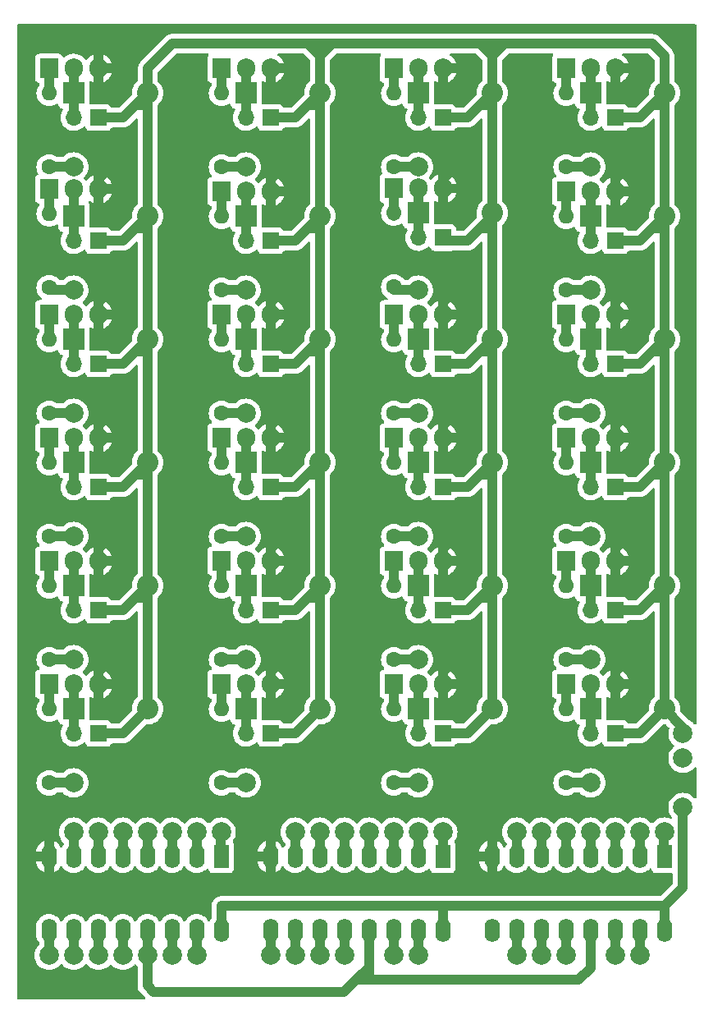
<source format=gbr>
G04*
G04 RS-274X GERBER GENERATED BY FLATCAM v8.994 - www.flatcam.org - Version Date: 2020/11/7*
G04 Filename: MIDIViolina-B_Cu.gbr_edit*
G04 Created on : Sunday, 04 December 2022 at 22:42*
%FSLAX24Y24*%
%MOIN*%
%ADD10C,0.062992*%
%ADD11O,0.062992X0.062992*%
%ADD12R,0.07499985X0.07874*%
%ADD13O,0.07499985X0.07874*%
%ADD14R,0.066929X0.066929*%
%ADD15O,0.066929X0.066929*%
%ADD16R,0.08661400000000001X0.08661400000000001*%
%ADD17O,0.08661400000000001X0.08661400000000001*%
%ADD18O,0.062992X0.094488*%
%ADD19R,0.062992X0.094488*%
%ADD25C,0.07874*%
%ADD26C,0.03937*%

G70*
G90*
G01*
%LPD*%
G36*
X27194Y-49197D02*
X27194Y-48790D01*
X27194Y-46000D01*
X27194Y-15250D01*
X27202Y-15223D01*
X27223Y-15205D01*
X27244Y-15200D01*
X54744Y-15200D01*
X54771Y-15208D01*
X54789Y-15229D01*
X54794Y-15250D01*
X54794Y-43588D01*
X54786Y-43615D01*
X54765Y-43633D01*
X54737Y-43637D01*
X54712Y-43625D01*
X54706Y-43620D01*
X54672Y-43580D01*
X54672Y-43580D01*
X54671Y-43579D01*
X54656Y-43565D01*
X54602Y-43519D01*
X54600Y-43518D01*
X54553Y-43489D01*
X54541Y-43478D01*
X54535Y-43471D01*
X54535Y-43471D01*
X54533Y-43469D01*
X54531Y-43467D01*
X54531Y-43467D01*
X54519Y-43457D01*
X54516Y-43454D01*
X54146Y-43084D01*
X54133Y-43060D01*
X54132Y-43045D01*
X54135Y-43002D01*
X54135Y-43000D01*
X54127Y-42901D01*
X54104Y-42804D01*
X54066Y-42712D01*
X54014Y-42627D01*
X53949Y-42551D01*
X53914Y-42521D01*
X53899Y-42498D01*
X53897Y-42483D01*
X53897Y-38523D01*
X53897Y-38518D01*
X53898Y-38511D01*
X53909Y-38485D01*
X53915Y-38478D01*
X53948Y-38450D01*
X53948Y-38450D01*
X53949Y-38449D01*
X54014Y-38373D01*
X54066Y-38288D01*
X54095Y-38217D01*
X54103Y-38198D01*
X54103Y-38198D01*
X54104Y-38196D01*
X54127Y-38099D01*
X54135Y-38000D01*
X54127Y-37901D01*
X54104Y-37804D01*
X54066Y-37712D01*
X54014Y-37627D01*
X53949Y-37551D01*
X53914Y-37521D01*
X53899Y-37498D01*
X53897Y-37483D01*
X53897Y-33524D01*
X53897Y-33518D01*
X53898Y-33511D01*
X53909Y-33485D01*
X53915Y-33478D01*
X53948Y-33450D01*
X53948Y-33450D01*
X53949Y-33449D01*
X54014Y-33373D01*
X54066Y-33288D01*
X54095Y-33217D01*
X54103Y-33198D01*
X54103Y-33198D01*
X54104Y-33196D01*
X54127Y-33099D01*
X54135Y-33000D01*
X54127Y-32901D01*
X54104Y-32804D01*
X54066Y-32712D01*
X54014Y-32627D01*
X53949Y-32551D01*
X53914Y-32521D01*
X53899Y-32498D01*
X53897Y-32483D01*
X53897Y-28524D01*
X53897Y-28518D01*
X53898Y-28511D01*
X53909Y-28485D01*
X53915Y-28478D01*
X53948Y-28450D01*
X53948Y-28450D01*
X53949Y-28449D01*
X54014Y-28373D01*
X54066Y-28288D01*
X54095Y-28217D01*
X54103Y-28198D01*
X54103Y-28198D01*
X54104Y-28196D01*
X54127Y-28099D01*
X54135Y-28000D01*
X54127Y-27901D01*
X54104Y-27804D01*
X54066Y-27712D01*
X54014Y-27627D01*
X53949Y-27551D01*
X53914Y-27521D01*
X53899Y-27498D01*
X53897Y-27483D01*
X53897Y-23524D01*
X53897Y-23518D01*
X53898Y-23511D01*
X53909Y-23485D01*
X53915Y-23478D01*
X53948Y-23450D01*
X53948Y-23450D01*
X53949Y-23449D01*
X54014Y-23373D01*
X54066Y-23288D01*
X54074Y-23269D01*
X54103Y-23198D01*
X54103Y-23198D01*
X54104Y-23196D01*
X54127Y-23099D01*
X54135Y-23000D01*
X54127Y-22901D01*
X54127Y-22898D01*
X54104Y-22806D01*
X54104Y-22804D01*
X54091Y-22773D01*
X54067Y-22713D01*
X54067Y-22713D01*
X54066Y-22712D01*
X54014Y-22627D01*
X53949Y-22551D01*
X53914Y-22521D01*
X53899Y-22498D01*
X53897Y-22483D01*
X53897Y-18524D01*
X53897Y-18518D01*
X53898Y-18511D01*
X53909Y-18485D01*
X53915Y-18478D01*
X53948Y-18450D01*
X53948Y-18450D01*
X53949Y-18449D01*
X54014Y-18373D01*
X54066Y-18288D01*
X54095Y-18217D01*
X54103Y-18198D01*
X54103Y-18198D01*
X54104Y-18196D01*
X54127Y-18099D01*
X54135Y-18000D01*
X54127Y-17901D01*
X54104Y-17804D01*
X54066Y-17712D01*
X54014Y-17627D01*
X53949Y-17551D01*
X53914Y-17521D01*
X53899Y-17498D01*
X53897Y-17483D01*
X53897Y-16524D01*
X53897Y-16519D01*
X53899Y-16507D01*
X53899Y-16507D01*
X53899Y-16504D01*
X53897Y-16484D01*
X53897Y-16483D01*
X53897Y-16482D01*
X53897Y-16480D01*
X53895Y-16464D01*
X53895Y-16463D01*
X53892Y-16429D01*
X53892Y-16427D01*
X53891Y-16425D01*
X53891Y-16422D01*
X53881Y-16387D01*
X53881Y-16387D01*
X53870Y-16352D01*
X53869Y-16350D01*
X53869Y-16348D01*
X53852Y-16316D01*
X53851Y-16315D01*
X53836Y-16285D01*
X53836Y-16285D01*
X53834Y-16283D01*
X53833Y-16281D01*
X53832Y-16279D01*
X53809Y-16251D01*
X53809Y-16250D01*
X53796Y-16235D01*
X53795Y-16234D01*
X53795Y-16234D01*
X53794Y-16232D01*
X53783Y-16219D01*
X53769Y-16207D01*
X53766Y-16204D01*
X53298Y-15736D01*
X53294Y-15732D01*
X53286Y-15723D01*
X53285Y-15721D01*
X53270Y-15708D01*
X53268Y-15707D01*
X53268Y-15706D01*
X53267Y-15705D01*
X53254Y-15695D01*
X53253Y-15694D01*
X53225Y-15671D01*
X53223Y-15670D01*
X53222Y-15668D01*
X53190Y-15651D01*
X53189Y-15651D01*
X53159Y-15634D01*
X53159Y-15634D01*
X53157Y-15633D01*
X53155Y-15633D01*
X53153Y-15632D01*
X53118Y-15621D01*
X53118Y-15621D01*
X53083Y-15610D01*
X53081Y-15609D01*
X53079Y-15609D01*
X53042Y-15605D01*
X53042Y-15605D01*
X53029Y-15604D01*
X53024Y-15603D01*
X53024Y-15603D01*
X53022Y-15603D01*
X53021Y-15603D01*
X53020Y-15603D01*
X53018Y-15603D01*
X53007Y-15602D01*
X53004Y-15601D01*
X53004Y-15601D01*
X53001Y-15601D01*
X52985Y-15603D01*
X52983Y-15603D01*
X52979Y-15603D01*
X47024Y-15603D01*
X47019Y-15603D01*
X47006Y-15601D01*
X47006Y-15601D01*
X47004Y-15601D01*
X46986Y-15603D01*
X46985Y-15603D01*
X46980Y-15603D01*
X46523Y-15603D01*
X46518Y-15603D01*
X46505Y-15601D01*
X46505Y-15601D01*
X46503Y-15601D01*
X46484Y-15603D01*
X46479Y-15603D01*
X46023Y-15603D01*
X46018Y-15603D01*
X46004Y-15601D01*
X46004Y-15601D01*
X46001Y-15601D01*
X45985Y-15603D01*
X45983Y-15603D01*
X45979Y-15603D01*
X40024Y-15603D01*
X40019Y-15603D01*
X40007Y-15601D01*
X40007Y-15601D01*
X40004Y-15601D01*
X39986Y-15603D01*
X39985Y-15603D01*
X39980Y-15603D01*
X39523Y-15603D01*
X39518Y-15603D01*
X39505Y-15601D01*
X39505Y-15601D01*
X39503Y-15601D01*
X39484Y-15603D01*
X39479Y-15603D01*
X39023Y-15603D01*
X39018Y-15603D01*
X39004Y-15601D01*
X39004Y-15601D01*
X39001Y-15601D01*
X38985Y-15603D01*
X38983Y-15603D01*
X38979Y-15603D01*
X33524Y-15603D01*
X33519Y-15603D01*
X33507Y-15601D01*
X33507Y-15601D01*
X33504Y-15601D01*
X33497Y-15602D01*
X33484Y-15603D01*
X33483Y-15603D01*
X33482Y-15603D01*
X33480Y-15603D01*
X33471Y-15604D01*
X33464Y-15605D01*
X33463Y-15605D01*
X33450Y-15606D01*
X33427Y-15608D01*
X33425Y-15608D01*
X33422Y-15609D01*
X33387Y-15619D01*
X33387Y-15619D01*
X33354Y-15629D01*
X33354Y-15629D01*
X33352Y-15630D01*
X33350Y-15630D01*
X33348Y-15631D01*
X33316Y-15648D01*
X33315Y-15649D01*
X33310Y-15651D01*
X33283Y-15665D01*
X33281Y-15667D01*
X33279Y-15668D01*
X33277Y-15669D01*
X33277Y-15669D01*
X33251Y-15691D01*
X33250Y-15691D01*
X33235Y-15703D01*
X33234Y-15704D01*
X33234Y-15705D01*
X33232Y-15706D01*
X33225Y-15712D01*
X33219Y-15717D01*
X33217Y-15719D01*
X33217Y-15719D01*
X33207Y-15731D01*
X33204Y-15734D01*
X32236Y-16702D01*
X32232Y-16706D01*
X32221Y-16715D01*
X32219Y-16717D01*
X32208Y-16730D01*
X32207Y-16731D01*
X32206Y-16732D01*
X32205Y-16733D01*
X32195Y-16746D01*
X32194Y-16746D01*
X32171Y-16775D01*
X32170Y-16776D01*
X32168Y-16778D01*
X32160Y-16793D01*
X32151Y-16810D01*
X32151Y-16811D01*
X32134Y-16841D01*
X32134Y-16841D01*
X32133Y-16843D01*
X32133Y-16845D01*
X32132Y-16847D01*
X32121Y-16882D01*
X32121Y-16882D01*
X32110Y-16917D01*
X32109Y-16919D01*
X32109Y-16921D01*
X32105Y-16957D01*
X32105Y-16958D01*
X32105Y-16958D01*
X32103Y-16978D01*
X32103Y-16979D01*
X32103Y-16979D01*
X32103Y-16982D01*
X32101Y-16999D01*
X32101Y-17001D01*
X32103Y-17017D01*
X32103Y-17021D01*
X32103Y-17483D01*
X32095Y-17510D01*
X32085Y-17521D01*
X32051Y-17551D01*
X31986Y-17627D01*
X31934Y-17712D01*
X31896Y-17804D01*
X31873Y-17901D01*
X31865Y-18000D01*
X31865Y-18002D01*
X31868Y-18046D01*
X31863Y-18073D01*
X31854Y-18084D01*
X31735Y-18203D01*
X31732Y-18206D01*
X31721Y-18215D01*
X31721Y-18215D01*
X31719Y-18217D01*
X31707Y-18231D01*
X31704Y-18234D01*
X31521Y-18417D01*
X31350Y-18588D01*
X31325Y-18602D01*
X31315Y-18603D01*
X31059Y-18603D01*
X31033Y-18595D01*
X31014Y-18574D01*
X31013Y-18572D01*
X31013Y-18571D01*
X31012Y-18568D01*
X30978Y-18522D01*
X30932Y-18488D01*
X30878Y-18468D01*
X30854Y-18465D01*
X30183Y-18465D01*
X30156Y-18457D01*
X30138Y-18436D01*
X30133Y-18416D01*
X30133Y-17557D01*
X30141Y-17530D01*
X30162Y-17512D01*
X30190Y-17508D01*
X30207Y-17514D01*
X30262Y-17544D01*
X30265Y-17546D01*
X30296Y-17557D01*
X30302Y-17557D01*
X30303Y-17555D01*
X30303Y-17552D01*
X30303Y-16796D01*
X30303Y-16448D01*
X30302Y-16442D01*
X30299Y-16442D01*
X30278Y-16449D01*
X30275Y-16450D01*
X30194Y-16492D01*
X30191Y-16494D01*
X30119Y-16549D01*
X30115Y-16551D01*
X30053Y-16617D01*
X30050Y-16620D01*
X30042Y-16633D01*
X30020Y-16651D01*
X29992Y-16654D01*
X29967Y-16641D01*
X29959Y-16632D01*
X29958Y-16631D01*
X29957Y-16629D01*
X29894Y-16559D01*
X29849Y-16524D01*
X29821Y-16502D01*
X29821Y-16502D01*
X29819Y-16501D01*
X29818Y-16500D01*
X29818Y-16500D01*
X29738Y-16456D01*
X29738Y-16456D01*
X29737Y-16455D01*
X29735Y-16454D01*
X29735Y-16454D01*
X29649Y-16424D01*
X29649Y-16424D01*
X29647Y-16423D01*
X29645Y-16423D01*
X29645Y-16423D01*
X29556Y-16407D01*
X29556Y-16407D01*
X29554Y-16407D01*
X29518Y-16406D01*
X29462Y-16406D01*
X29462Y-16406D01*
X29460Y-16406D01*
X29366Y-16420D01*
X29322Y-16434D01*
X29278Y-16449D01*
X29278Y-16449D01*
X29276Y-16449D01*
X29274Y-16450D01*
X29274Y-16450D01*
X29236Y-16470D01*
X29192Y-16493D01*
X29131Y-16539D01*
X29105Y-16549D01*
X29078Y-16543D01*
X29058Y-16523D01*
X29055Y-16516D01*
X29054Y-16512D01*
X29054Y-16512D01*
X29052Y-16509D01*
X29018Y-16463D01*
X28972Y-16429D01*
X28918Y-16409D01*
X28894Y-16406D01*
X28106Y-16406D01*
X28082Y-16409D01*
X28028Y-16429D01*
X27982Y-16463D01*
X27948Y-16509D01*
X27927Y-16563D01*
X27925Y-16587D01*
X27925Y-17413D01*
X27927Y-17437D01*
X27948Y-17491D01*
X27982Y-17537D01*
X28028Y-17571D01*
X28031Y-17572D01*
X28071Y-17587D01*
X28093Y-17604D01*
X28103Y-17630D01*
X28103Y-17634D01*
X28103Y-17653D01*
X28094Y-17682D01*
X28052Y-17741D01*
X28051Y-17743D01*
X28051Y-17743D01*
X28023Y-17804D01*
X28014Y-17823D01*
X27991Y-17910D01*
X27983Y-18000D01*
X27991Y-18090D01*
X28014Y-18177D01*
X28015Y-18179D01*
X28015Y-18179D01*
X28051Y-18257D01*
X28051Y-18257D01*
X28052Y-18259D01*
X28104Y-18332D01*
X28168Y-18396D01*
X28169Y-18397D01*
X28169Y-18397D01*
X28195Y-18416D01*
X28241Y-18448D01*
X28243Y-18449D01*
X28243Y-18449D01*
X28303Y-18476D01*
X28323Y-18486D01*
X28325Y-18486D01*
X28325Y-18486D01*
X28408Y-18509D01*
X28408Y-18509D01*
X28410Y-18509D01*
X28500Y-18517D01*
X28590Y-18509D01*
X28592Y-18509D01*
X28592Y-18509D01*
X28675Y-18486D01*
X28675Y-18486D01*
X28677Y-18486D01*
X28697Y-18476D01*
X28757Y-18449D01*
X28757Y-18449D01*
X28759Y-18448D01*
X28790Y-18426D01*
X28816Y-18417D01*
X28843Y-18424D01*
X28863Y-18444D01*
X28868Y-18461D01*
X28869Y-18476D01*
X28889Y-18530D01*
X28924Y-18576D01*
X28970Y-18610D01*
X29023Y-18631D01*
X29024Y-18631D01*
X29048Y-18644D01*
X29060Y-18669D01*
X29058Y-18697D01*
X29053Y-18706D01*
X29033Y-18735D01*
X28996Y-18815D01*
X28973Y-18899D01*
X28963Y-18987D01*
X28968Y-19075D01*
X28969Y-19077D01*
X28969Y-19077D01*
X28978Y-19119D01*
X28988Y-19160D01*
X29021Y-19242D01*
X29022Y-19244D01*
X29053Y-19294D01*
X29067Y-19317D01*
X29124Y-19383D01*
X29192Y-19440D01*
X29268Y-19484D01*
X29350Y-19515D01*
X29352Y-19516D01*
X29352Y-19516D01*
X29394Y-19524D01*
X29436Y-19533D01*
X29438Y-19533D01*
X29438Y-19533D01*
X29522Y-19536D01*
X29522Y-19536D01*
X29524Y-19536D01*
X29526Y-19536D01*
X29526Y-19536D01*
X29610Y-19525D01*
X29610Y-19525D01*
X29612Y-19525D01*
X29613Y-19524D01*
X29694Y-19500D01*
X29694Y-19500D01*
X29696Y-19500D01*
X29775Y-19461D01*
X29846Y-19410D01*
X29889Y-19367D01*
X29914Y-19354D01*
X29941Y-19356D01*
X29964Y-19373D01*
X29970Y-19385D01*
X29976Y-19399D01*
X29988Y-19432D01*
X30022Y-19478D01*
X30068Y-19512D01*
X30122Y-19532D01*
X30146Y-19535D01*
X30854Y-19535D01*
X30878Y-19532D01*
X30932Y-19512D01*
X30978Y-19478D01*
X31012Y-19432D01*
X31013Y-19428D01*
X31015Y-19425D01*
X31016Y-19426D01*
X31030Y-19407D01*
X31056Y-19397D01*
X31059Y-19397D01*
X31476Y-19397D01*
X31481Y-19397D01*
X31493Y-19399D01*
X31493Y-19399D01*
X31496Y-19399D01*
X31506Y-19398D01*
X31515Y-19397D01*
X31517Y-19397D01*
X31518Y-19397D01*
X31520Y-19397D01*
X31524Y-19397D01*
X31536Y-19395D01*
X31537Y-19395D01*
X31554Y-19394D01*
X31573Y-19392D01*
X31575Y-19392D01*
X31577Y-19391D01*
X31612Y-19381D01*
X31613Y-19381D01*
X31646Y-19371D01*
X31646Y-19371D01*
X31648Y-19370D01*
X31650Y-19369D01*
X31652Y-19369D01*
X31655Y-19367D01*
X31684Y-19352D01*
X31685Y-19351D01*
X31715Y-19336D01*
X31717Y-19335D01*
X31719Y-19333D01*
X31721Y-19332D01*
X31749Y-19309D01*
X31749Y-19309D01*
X31765Y-19297D01*
X31766Y-19296D01*
X31766Y-19295D01*
X31768Y-19294D01*
X31781Y-19283D01*
X31793Y-19269D01*
X31796Y-19266D01*
X32018Y-19043D01*
X32043Y-19030D01*
X32071Y-19032D01*
X32093Y-19049D01*
X32103Y-19075D01*
X32103Y-19078D01*
X32103Y-22483D01*
X32095Y-22510D01*
X32085Y-22521D01*
X32051Y-22551D01*
X31986Y-22627D01*
X31934Y-22712D01*
X31933Y-22713D01*
X31933Y-22713D01*
X31909Y-22773D01*
X31896Y-22804D01*
X31895Y-22806D01*
X31873Y-22898D01*
X31873Y-22901D01*
X31865Y-23000D01*
X31866Y-23021D01*
X31868Y-23045D01*
X31863Y-23073D01*
X31854Y-23084D01*
X31735Y-23203D01*
X31732Y-23206D01*
X31721Y-23215D01*
X31721Y-23215D01*
X31719Y-23217D01*
X31707Y-23231D01*
X31704Y-23234D01*
X31521Y-23417D01*
X31350Y-23588D01*
X31325Y-23602D01*
X31315Y-23603D01*
X31059Y-23603D01*
X31033Y-23595D01*
X31014Y-23574D01*
X31013Y-23572D01*
X31013Y-23571D01*
X31012Y-23568D01*
X30978Y-23522D01*
X30932Y-23488D01*
X30878Y-23468D01*
X30854Y-23465D01*
X30183Y-23465D01*
X30156Y-23457D01*
X30138Y-23436D01*
X30133Y-23416D01*
X30133Y-22548D01*
X30131Y-22523D01*
X30110Y-22470D01*
X30103Y-22460D01*
X30093Y-22434D01*
X30099Y-22406D01*
X30119Y-22387D01*
X30146Y-22381D01*
X30173Y-22391D01*
X30179Y-22396D01*
X30182Y-22398D01*
X30262Y-22442D01*
X30265Y-22443D01*
X30296Y-22454D01*
X30302Y-22455D01*
X30303Y-22452D01*
X30303Y-22450D01*
X30303Y-21694D01*
X30303Y-21345D01*
X30302Y-21340D01*
X30299Y-21340D01*
X30278Y-21346D01*
X30275Y-21348D01*
X30194Y-21390D01*
X30191Y-21392D01*
X30119Y-21446D01*
X30115Y-21449D01*
X30053Y-21514D01*
X30050Y-21517D01*
X30042Y-21530D01*
X30020Y-21548D01*
X29992Y-21551D01*
X29967Y-21539D01*
X29959Y-21529D01*
X29958Y-21528D01*
X29957Y-21527D01*
X29956Y-21525D01*
X29956Y-21525D01*
X29922Y-21488D01*
X29909Y-21462D01*
X29913Y-21435D01*
X29921Y-21421D01*
X29921Y-21421D01*
X29932Y-21408D01*
X29982Y-21350D01*
X29983Y-21348D01*
X29983Y-21348D01*
X30030Y-21272D01*
X30031Y-21270D01*
X30067Y-21184D01*
X30088Y-21093D01*
X30096Y-21000D01*
X30088Y-20907D01*
X30067Y-20816D01*
X30031Y-20730D01*
X29994Y-20669D01*
X29983Y-20651D01*
X29983Y-20651D01*
X29982Y-20650D01*
X29921Y-20579D01*
X29850Y-20518D01*
X29848Y-20517D01*
X29848Y-20517D01*
X29772Y-20470D01*
X29770Y-20469D01*
X29769Y-20468D01*
X29769Y-20468D01*
X29686Y-20434D01*
X29686Y-20434D01*
X29684Y-20433D01*
X29652Y-20426D01*
X29595Y-20412D01*
X29595Y-20412D01*
X29593Y-20412D01*
X29500Y-20404D01*
X29407Y-20412D01*
X29405Y-20412D01*
X29405Y-20412D01*
X29347Y-20426D01*
X29316Y-20433D01*
X29314Y-20434D01*
X29314Y-20434D01*
X29231Y-20468D01*
X29231Y-20468D01*
X29229Y-20469D01*
X29228Y-20470D01*
X29151Y-20517D01*
X29151Y-20517D01*
X29150Y-20518D01*
X29079Y-20579D01*
X29077Y-20580D01*
X29077Y-20580D01*
X29073Y-20586D01*
X29049Y-20601D01*
X29035Y-20603D01*
X28847Y-20603D01*
X28818Y-20594D01*
X28799Y-20580D01*
X28759Y-20552D01*
X28757Y-20551D01*
X28757Y-20551D01*
X28679Y-20515D01*
X28679Y-20515D01*
X28677Y-20514D01*
X28675Y-20513D01*
X28675Y-20513D01*
X28592Y-20491D01*
X28592Y-20491D01*
X28590Y-20491D01*
X28500Y-20483D01*
X28410Y-20491D01*
X28408Y-20491D01*
X28408Y-20491D01*
X28325Y-20513D01*
X28325Y-20513D01*
X28323Y-20514D01*
X28321Y-20515D01*
X28321Y-20515D01*
X28243Y-20551D01*
X28243Y-20551D01*
X28241Y-20552D01*
X28205Y-20577D01*
X28169Y-20603D01*
X28169Y-20603D01*
X28168Y-20604D01*
X28104Y-20668D01*
X28052Y-20741D01*
X28051Y-20743D01*
X28051Y-20743D01*
X28017Y-20816D01*
X28014Y-20823D01*
X27991Y-20910D01*
X27983Y-21000D01*
X27991Y-21090D01*
X28014Y-21177D01*
X28015Y-21179D01*
X28015Y-21179D01*
X28052Y-21259D01*
X28052Y-21259D01*
X28058Y-21284D01*
X28049Y-21310D01*
X28032Y-21325D01*
X28031Y-21325D01*
X28028Y-21326D01*
X27982Y-21361D01*
X27948Y-21407D01*
X27927Y-21460D01*
X27925Y-21485D01*
X27925Y-22310D01*
X27927Y-22335D01*
X27948Y-22388D01*
X27982Y-22434D01*
X28028Y-22469D01*
X28031Y-22470D01*
X28071Y-22485D01*
X28093Y-22502D01*
X28103Y-22528D01*
X28103Y-22531D01*
X28103Y-22551D01*
X28094Y-22579D01*
X28052Y-22639D01*
X28051Y-22641D01*
X28051Y-22641D01*
X28018Y-22712D01*
X28014Y-22721D01*
X28013Y-22723D01*
X28013Y-22723D01*
X27991Y-22806D01*
X27991Y-22808D01*
X27983Y-22898D01*
X27991Y-22987D01*
X27991Y-22989D01*
X27991Y-22989D01*
X28012Y-23068D01*
X28014Y-23074D01*
X28015Y-23076D01*
X28015Y-23076D01*
X28051Y-23154D01*
X28051Y-23154D01*
X28052Y-23156D01*
X28065Y-23175D01*
X28095Y-23217D01*
X28104Y-23230D01*
X28168Y-23294D01*
X28169Y-23295D01*
X28169Y-23295D01*
X28170Y-23296D01*
X28241Y-23345D01*
X28243Y-23346D01*
X28243Y-23346D01*
X28304Y-23375D01*
X28323Y-23384D01*
X28325Y-23384D01*
X28325Y-23384D01*
X28408Y-23406D01*
X28408Y-23406D01*
X28410Y-23407D01*
X28500Y-23415D01*
X28590Y-23407D01*
X28592Y-23406D01*
X28592Y-23406D01*
X28675Y-23384D01*
X28675Y-23384D01*
X28677Y-23384D01*
X28696Y-23375D01*
X28757Y-23346D01*
X28757Y-23346D01*
X28759Y-23345D01*
X28789Y-23324D01*
X28815Y-23315D01*
X28842Y-23322D01*
X28861Y-23343D01*
X28867Y-23365D01*
X28867Y-23452D01*
X28869Y-23476D01*
X28889Y-23530D01*
X28924Y-23576D01*
X28970Y-23610D01*
X29023Y-23631D01*
X29024Y-23631D01*
X29048Y-23644D01*
X29060Y-23669D01*
X29058Y-23697D01*
X29053Y-23706D01*
X29033Y-23735D01*
X28996Y-23815D01*
X28973Y-23899D01*
X28963Y-23987D01*
X28968Y-24075D01*
X28969Y-24077D01*
X28969Y-24077D01*
X28977Y-24112D01*
X28988Y-24160D01*
X29021Y-24242D01*
X29030Y-24257D01*
X29064Y-24313D01*
X29067Y-24317D01*
X29124Y-24383D01*
X29192Y-24440D01*
X29268Y-24484D01*
X29350Y-24515D01*
X29352Y-24516D01*
X29352Y-24516D01*
X29394Y-24524D01*
X29436Y-24533D01*
X29438Y-24533D01*
X29438Y-24533D01*
X29522Y-24536D01*
X29522Y-24536D01*
X29524Y-24536D01*
X29526Y-24536D01*
X29526Y-24536D01*
X29610Y-24525D01*
X29610Y-24525D01*
X29612Y-24525D01*
X29613Y-24524D01*
X29694Y-24500D01*
X29694Y-24500D01*
X29696Y-24500D01*
X29775Y-24461D01*
X29846Y-24410D01*
X29889Y-24367D01*
X29914Y-24354D01*
X29941Y-24356D01*
X29964Y-24373D01*
X29970Y-24385D01*
X29976Y-24399D01*
X29988Y-24432D01*
X30022Y-24478D01*
X30068Y-24512D01*
X30122Y-24532D01*
X30146Y-24535D01*
X30854Y-24535D01*
X30878Y-24532D01*
X30932Y-24512D01*
X30978Y-24478D01*
X31012Y-24432D01*
X31013Y-24428D01*
X31015Y-24425D01*
X31016Y-24426D01*
X31030Y-24407D01*
X31056Y-24397D01*
X31059Y-24397D01*
X31476Y-24397D01*
X31481Y-24397D01*
X31493Y-24399D01*
X31493Y-24399D01*
X31496Y-24399D01*
X31506Y-24398D01*
X31515Y-24397D01*
X31517Y-24397D01*
X31518Y-24397D01*
X31520Y-24397D01*
X31524Y-24397D01*
X31536Y-24395D01*
X31537Y-24395D01*
X31554Y-24394D01*
X31573Y-24392D01*
X31575Y-24392D01*
X31577Y-24391D01*
X31612Y-24381D01*
X31613Y-24381D01*
X31646Y-24371D01*
X31646Y-24371D01*
X31648Y-24370D01*
X31650Y-24369D01*
X31652Y-24369D01*
X31675Y-24357D01*
X31684Y-24352D01*
X31685Y-24351D01*
X31715Y-24336D01*
X31717Y-24335D01*
X31719Y-24333D01*
X31721Y-24332D01*
X31749Y-24309D01*
X31749Y-24309D01*
X31765Y-24297D01*
X31766Y-24296D01*
X31766Y-24295D01*
X31768Y-24294D01*
X31781Y-24283D01*
X31793Y-24269D01*
X31796Y-24266D01*
X32018Y-24043D01*
X32043Y-24030D01*
X32071Y-24032D01*
X32093Y-24049D01*
X32103Y-24075D01*
X32103Y-24078D01*
X32103Y-27483D01*
X32095Y-27510D01*
X32085Y-27521D01*
X32051Y-27551D01*
X31986Y-27627D01*
X31934Y-27712D01*
X31896Y-27804D01*
X31873Y-27901D01*
X31865Y-28000D01*
X31865Y-28002D01*
X31868Y-28045D01*
X31863Y-28073D01*
X31854Y-28084D01*
X31735Y-28203D01*
X31732Y-28206D01*
X31721Y-28215D01*
X31721Y-28215D01*
X31719Y-28217D01*
X31707Y-28231D01*
X31704Y-28234D01*
X31521Y-28417D01*
X31350Y-28588D01*
X31325Y-28602D01*
X31315Y-28603D01*
X31059Y-28603D01*
X31033Y-28595D01*
X31014Y-28574D01*
X31013Y-28572D01*
X31013Y-28571D01*
X31012Y-28568D01*
X30978Y-28522D01*
X30932Y-28488D01*
X30878Y-28468D01*
X30854Y-28465D01*
X30183Y-28465D01*
X30156Y-28457D01*
X30138Y-28436D01*
X30133Y-28415D01*
X30133Y-27557D01*
X30141Y-27530D01*
X30162Y-27512D01*
X30190Y-27508D01*
X30207Y-27514D01*
X30262Y-27544D01*
X30265Y-27546D01*
X30296Y-27557D01*
X30302Y-27557D01*
X30303Y-27555D01*
X30303Y-27552D01*
X30303Y-26796D01*
X30303Y-26448D01*
X30302Y-26442D01*
X30299Y-26442D01*
X30278Y-26449D01*
X30275Y-26450D01*
X30194Y-26492D01*
X30191Y-26494D01*
X30119Y-26549D01*
X30115Y-26551D01*
X30053Y-26617D01*
X30050Y-26620D01*
X30042Y-26633D01*
X30020Y-26650D01*
X29992Y-26654D01*
X29967Y-26641D01*
X29959Y-26632D01*
X29958Y-26631D01*
X29957Y-26629D01*
X29894Y-26559D01*
X29871Y-26542D01*
X29855Y-26519D01*
X29854Y-26491D01*
X29870Y-26465D01*
X29920Y-26422D01*
X29921Y-26421D01*
X29982Y-26350D01*
X29983Y-26348D01*
X29983Y-26348D01*
X30030Y-26272D01*
X30031Y-26270D01*
X30059Y-26203D01*
X30066Y-26186D01*
X30066Y-26186D01*
X30067Y-26184D01*
X30079Y-26132D01*
X30088Y-26095D01*
X30088Y-26095D01*
X30088Y-26093D01*
X30096Y-26000D01*
X30088Y-25907D01*
X30087Y-25900D01*
X30069Y-25825D01*
X30067Y-25816D01*
X30066Y-25814D01*
X30031Y-25731D01*
X30031Y-25731D01*
X30031Y-25729D01*
X30024Y-25719D01*
X29983Y-25651D01*
X29983Y-25651D01*
X29982Y-25650D01*
X29921Y-25579D01*
X29850Y-25518D01*
X29848Y-25517D01*
X29848Y-25517D01*
X29772Y-25470D01*
X29770Y-25469D01*
X29769Y-25468D01*
X29769Y-25468D01*
X29686Y-25434D01*
X29686Y-25434D01*
X29684Y-25433D01*
X29646Y-25424D01*
X29595Y-25412D01*
X29595Y-25412D01*
X29593Y-25412D01*
X29500Y-25404D01*
X29407Y-25412D01*
X29405Y-25412D01*
X29405Y-25412D01*
X29354Y-25424D01*
X29316Y-25433D01*
X29314Y-25434D01*
X29314Y-25434D01*
X29231Y-25468D01*
X29231Y-25468D01*
X29229Y-25469D01*
X29228Y-25470D01*
X29151Y-25517D01*
X29151Y-25517D01*
X29150Y-25518D01*
X29079Y-25579D01*
X29077Y-25580D01*
X29077Y-25580D01*
X29073Y-25586D01*
X29049Y-25601D01*
X29035Y-25603D01*
X28948Y-25603D01*
X28921Y-25595D01*
X28908Y-25582D01*
X28896Y-25565D01*
X28832Y-25501D01*
X28831Y-25500D01*
X28831Y-25500D01*
X28785Y-25468D01*
X28759Y-25450D01*
X28757Y-25449D01*
X28757Y-25449D01*
X28679Y-25413D01*
X28679Y-25413D01*
X28677Y-25412D01*
X28675Y-25411D01*
X28675Y-25411D01*
X28592Y-25389D01*
X28592Y-25389D01*
X28590Y-25388D01*
X28500Y-25380D01*
X28410Y-25388D01*
X28408Y-25389D01*
X28408Y-25389D01*
X28325Y-25411D01*
X28325Y-25411D01*
X28323Y-25412D01*
X28321Y-25413D01*
X28321Y-25413D01*
X28243Y-25449D01*
X28243Y-25449D01*
X28241Y-25450D01*
X28215Y-25468D01*
X28169Y-25500D01*
X28169Y-25500D01*
X28168Y-25501D01*
X28104Y-25565D01*
X28103Y-25567D01*
X28103Y-25567D01*
X28081Y-25598D01*
X28052Y-25639D01*
X28051Y-25641D01*
X28051Y-25641D01*
X28015Y-25719D01*
X28014Y-25721D01*
X27991Y-25808D01*
X27983Y-25898D01*
X27991Y-25987D01*
X28014Y-26074D01*
X28015Y-26076D01*
X28015Y-26076D01*
X28051Y-26154D01*
X28051Y-26154D01*
X28052Y-26156D01*
X28104Y-26230D01*
X28168Y-26294D01*
X28169Y-26295D01*
X28169Y-26295D01*
X28199Y-26316D01*
X28217Y-26338D01*
X28219Y-26365D01*
X28207Y-26390D01*
X28183Y-26405D01*
X28171Y-26406D01*
X28106Y-26406D01*
X28082Y-26409D01*
X28028Y-26429D01*
X27982Y-26463D01*
X27948Y-26509D01*
X27927Y-26563D01*
X27925Y-26587D01*
X27925Y-27413D01*
X27927Y-27437D01*
X27948Y-27491D01*
X27982Y-27537D01*
X28028Y-27571D01*
X28031Y-27572D01*
X28071Y-27587D01*
X28093Y-27604D01*
X28103Y-27630D01*
X28103Y-27634D01*
X28103Y-27653D01*
X28094Y-27682D01*
X28052Y-27741D01*
X28051Y-27743D01*
X28051Y-27743D01*
X28023Y-27804D01*
X28014Y-27823D01*
X27991Y-27910D01*
X27983Y-28000D01*
X27991Y-28090D01*
X28014Y-28177D01*
X28015Y-28179D01*
X28015Y-28179D01*
X28051Y-28257D01*
X28051Y-28257D01*
X28052Y-28259D01*
X28104Y-28332D01*
X28168Y-28396D01*
X28169Y-28397D01*
X28169Y-28397D01*
X28195Y-28415D01*
X28241Y-28448D01*
X28243Y-28449D01*
X28243Y-28449D01*
X28303Y-28476D01*
X28323Y-28486D01*
X28325Y-28486D01*
X28325Y-28486D01*
X28408Y-28509D01*
X28408Y-28509D01*
X28410Y-28509D01*
X28500Y-28517D01*
X28590Y-28509D01*
X28592Y-28509D01*
X28592Y-28509D01*
X28675Y-28486D01*
X28675Y-28486D01*
X28677Y-28486D01*
X28697Y-28476D01*
X28757Y-28449D01*
X28757Y-28449D01*
X28759Y-28448D01*
X28790Y-28426D01*
X28816Y-28417D01*
X28843Y-28424D01*
X28863Y-28444D01*
X28868Y-28461D01*
X28869Y-28476D01*
X28889Y-28530D01*
X28924Y-28576D01*
X28970Y-28610D01*
X29023Y-28631D01*
X29024Y-28631D01*
X29048Y-28644D01*
X29060Y-28669D01*
X29058Y-28697D01*
X29053Y-28706D01*
X29033Y-28735D01*
X28996Y-28815D01*
X28973Y-28899D01*
X28963Y-28987D01*
X28968Y-29075D01*
X28969Y-29077D01*
X28969Y-29077D01*
X28978Y-29119D01*
X28988Y-29160D01*
X29021Y-29242D01*
X29022Y-29244D01*
X29053Y-29294D01*
X29067Y-29317D01*
X29124Y-29383D01*
X29192Y-29440D01*
X29268Y-29484D01*
X29350Y-29515D01*
X29352Y-29516D01*
X29352Y-29516D01*
X29394Y-29524D01*
X29436Y-29533D01*
X29438Y-29533D01*
X29438Y-29533D01*
X29522Y-29536D01*
X29522Y-29536D01*
X29524Y-29536D01*
X29526Y-29536D01*
X29526Y-29536D01*
X29610Y-29525D01*
X29610Y-29525D01*
X29612Y-29525D01*
X29613Y-29524D01*
X29694Y-29500D01*
X29694Y-29500D01*
X29696Y-29500D01*
X29775Y-29461D01*
X29846Y-29410D01*
X29889Y-29367D01*
X29914Y-29354D01*
X29941Y-29356D01*
X29964Y-29373D01*
X29970Y-29385D01*
X29976Y-29399D01*
X29988Y-29432D01*
X30022Y-29478D01*
X30068Y-29512D01*
X30122Y-29532D01*
X30146Y-29535D01*
X30854Y-29535D01*
X30878Y-29532D01*
X30932Y-29512D01*
X30978Y-29478D01*
X31012Y-29432D01*
X31013Y-29428D01*
X31015Y-29425D01*
X31016Y-29426D01*
X31030Y-29407D01*
X31056Y-29397D01*
X31059Y-29397D01*
X31476Y-29397D01*
X31481Y-29397D01*
X31493Y-29399D01*
X31493Y-29399D01*
X31496Y-29399D01*
X31506Y-29398D01*
X31515Y-29397D01*
X31517Y-29397D01*
X31518Y-29397D01*
X31520Y-29397D01*
X31524Y-29397D01*
X31536Y-29395D01*
X31537Y-29395D01*
X31554Y-29394D01*
X31573Y-29392D01*
X31575Y-29392D01*
X31577Y-29391D01*
X31612Y-29381D01*
X31613Y-29381D01*
X31646Y-29371D01*
X31646Y-29371D01*
X31648Y-29370D01*
X31650Y-29369D01*
X31652Y-29369D01*
X31655Y-29367D01*
X31684Y-29352D01*
X31685Y-29351D01*
X31715Y-29336D01*
X31717Y-29335D01*
X31719Y-29333D01*
X31721Y-29332D01*
X31749Y-29309D01*
X31749Y-29309D01*
X31765Y-29297D01*
X31766Y-29296D01*
X31766Y-29295D01*
X31768Y-29294D01*
X31781Y-29283D01*
X31793Y-29269D01*
X31796Y-29266D01*
X32018Y-29043D01*
X32043Y-29030D01*
X32071Y-29032D01*
X32093Y-29049D01*
X32103Y-29075D01*
X32103Y-29078D01*
X32103Y-32483D01*
X32095Y-32510D01*
X32085Y-32521D01*
X32051Y-32551D01*
X31986Y-32627D01*
X31934Y-32712D01*
X31896Y-32804D01*
X31873Y-32901D01*
X31865Y-33000D01*
X31865Y-33002D01*
X31868Y-33045D01*
X31863Y-33073D01*
X31854Y-33084D01*
X31735Y-33203D01*
X31732Y-33206D01*
X31721Y-33215D01*
X31721Y-33215D01*
X31719Y-33217D01*
X31707Y-33231D01*
X31704Y-33234D01*
X31521Y-33417D01*
X31350Y-33588D01*
X31325Y-33602D01*
X31315Y-33603D01*
X31059Y-33603D01*
X31033Y-33595D01*
X31014Y-33574D01*
X31013Y-33572D01*
X31013Y-33571D01*
X31012Y-33568D01*
X30978Y-33522D01*
X30932Y-33488D01*
X30878Y-33468D01*
X30854Y-33465D01*
X30183Y-33465D01*
X30156Y-33457D01*
X30138Y-33436D01*
X30133Y-33415D01*
X30133Y-32557D01*
X30141Y-32530D01*
X30162Y-32512D01*
X30190Y-32508D01*
X30207Y-32514D01*
X30262Y-32544D01*
X30265Y-32546D01*
X30296Y-32557D01*
X30302Y-32557D01*
X30303Y-32555D01*
X30303Y-32552D01*
X30303Y-31796D01*
X30303Y-31448D01*
X30302Y-31442D01*
X30299Y-31442D01*
X30278Y-31449D01*
X30275Y-31450D01*
X30194Y-31492D01*
X30191Y-31494D01*
X30119Y-31549D01*
X30115Y-31551D01*
X30053Y-31617D01*
X30050Y-31620D01*
X30042Y-31633D01*
X30020Y-31650D01*
X29992Y-31654D01*
X29967Y-31641D01*
X29959Y-31632D01*
X29958Y-31631D01*
X29957Y-31629D01*
X29894Y-31559D01*
X29871Y-31542D01*
X29855Y-31519D01*
X29854Y-31491D01*
X29870Y-31465D01*
X29920Y-31422D01*
X29921Y-31421D01*
X29982Y-31350D01*
X29983Y-31348D01*
X29983Y-31348D01*
X30030Y-31272D01*
X30031Y-31270D01*
X30067Y-31184D01*
X30088Y-31093D01*
X30096Y-31000D01*
X30088Y-30907D01*
X30067Y-30816D01*
X30031Y-30729D01*
X29994Y-30669D01*
X29983Y-30651D01*
X29983Y-30651D01*
X29982Y-30650D01*
X29921Y-30579D01*
X29850Y-30518D01*
X29848Y-30517D01*
X29848Y-30517D01*
X29772Y-30470D01*
X29770Y-30469D01*
X29769Y-30468D01*
X29769Y-30468D01*
X29686Y-30434D01*
X29686Y-30434D01*
X29684Y-30433D01*
X29652Y-30426D01*
X29595Y-30412D01*
X29595Y-30412D01*
X29593Y-30412D01*
X29500Y-30404D01*
X29407Y-30412D01*
X29405Y-30412D01*
X29405Y-30412D01*
X29347Y-30426D01*
X29316Y-30433D01*
X29314Y-30434D01*
X29314Y-30434D01*
X29231Y-30468D01*
X29231Y-30468D01*
X29229Y-30469D01*
X29228Y-30470D01*
X29151Y-30517D01*
X29151Y-30517D01*
X29150Y-30518D01*
X29079Y-30579D01*
X29077Y-30580D01*
X29077Y-30580D01*
X29073Y-30586D01*
X29049Y-30601D01*
X29035Y-30603D01*
X28847Y-30603D01*
X28818Y-30594D01*
X28799Y-30580D01*
X28759Y-30552D01*
X28757Y-30551D01*
X28757Y-30551D01*
X28679Y-30515D01*
X28679Y-30515D01*
X28677Y-30514D01*
X28675Y-30513D01*
X28675Y-30513D01*
X28592Y-30491D01*
X28592Y-30491D01*
X28590Y-30491D01*
X28500Y-30483D01*
X28410Y-30491D01*
X28408Y-30491D01*
X28408Y-30491D01*
X28325Y-30513D01*
X28325Y-30513D01*
X28323Y-30514D01*
X28321Y-30515D01*
X28321Y-30515D01*
X28243Y-30551D01*
X28243Y-30551D01*
X28241Y-30552D01*
X28205Y-30577D01*
X28169Y-30603D01*
X28169Y-30603D01*
X28168Y-30604D01*
X28104Y-30668D01*
X28052Y-30741D01*
X28051Y-30743D01*
X28051Y-30743D01*
X28017Y-30816D01*
X28014Y-30823D01*
X27991Y-30910D01*
X27983Y-31000D01*
X27991Y-31090D01*
X28014Y-31177D01*
X28015Y-31179D01*
X28015Y-31179D01*
X28051Y-31257D01*
X28051Y-31257D01*
X28052Y-31259D01*
X28062Y-31272D01*
X28104Y-31332D01*
X28103Y-31333D01*
X28114Y-31356D01*
X28109Y-31384D01*
X28090Y-31404D01*
X28081Y-31408D01*
X28082Y-31409D01*
X28028Y-31429D01*
X27982Y-31463D01*
X27948Y-31509D01*
X27927Y-31563D01*
X27925Y-31587D01*
X27925Y-32413D01*
X27927Y-32437D01*
X27948Y-32491D01*
X27982Y-32537D01*
X28028Y-32571D01*
X28031Y-32572D01*
X28071Y-32587D01*
X28093Y-32604D01*
X28103Y-32630D01*
X28103Y-32634D01*
X28103Y-32653D01*
X28094Y-32682D01*
X28052Y-32741D01*
X28051Y-32743D01*
X28051Y-32743D01*
X28023Y-32804D01*
X28014Y-32823D01*
X27991Y-32910D01*
X27983Y-33000D01*
X27991Y-33090D01*
X28014Y-33177D01*
X28015Y-33179D01*
X28015Y-33179D01*
X28051Y-33257D01*
X28051Y-33257D01*
X28052Y-33258D01*
X28104Y-33332D01*
X28168Y-33396D01*
X28169Y-33397D01*
X28169Y-33397D01*
X28195Y-33415D01*
X28241Y-33448D01*
X28243Y-33449D01*
X28243Y-33449D01*
X28303Y-33476D01*
X28323Y-33486D01*
X28325Y-33486D01*
X28325Y-33486D01*
X28408Y-33509D01*
X28408Y-33509D01*
X28410Y-33509D01*
X28500Y-33517D01*
X28590Y-33509D01*
X28592Y-33509D01*
X28592Y-33509D01*
X28675Y-33486D01*
X28675Y-33486D01*
X28677Y-33486D01*
X28697Y-33476D01*
X28757Y-33449D01*
X28757Y-33449D01*
X28759Y-33448D01*
X28790Y-33426D01*
X28816Y-33417D01*
X28843Y-33424D01*
X28863Y-33444D01*
X28868Y-33461D01*
X28869Y-33476D01*
X28889Y-33530D01*
X28924Y-33576D01*
X28970Y-33610D01*
X29023Y-33631D01*
X29024Y-33631D01*
X29048Y-33644D01*
X29060Y-33669D01*
X29058Y-33697D01*
X29053Y-33706D01*
X29033Y-33735D01*
X28996Y-33815D01*
X28973Y-33899D01*
X28963Y-33987D01*
X28968Y-34075D01*
X28969Y-34077D01*
X28969Y-34077D01*
X28978Y-34119D01*
X28988Y-34160D01*
X29021Y-34242D01*
X29022Y-34244D01*
X29053Y-34294D01*
X29067Y-34317D01*
X29124Y-34383D01*
X29192Y-34440D01*
X29268Y-34484D01*
X29350Y-34515D01*
X29352Y-34516D01*
X29352Y-34516D01*
X29394Y-34524D01*
X29436Y-34533D01*
X29438Y-34533D01*
X29438Y-34533D01*
X29522Y-34536D01*
X29522Y-34536D01*
X29524Y-34536D01*
X29526Y-34536D01*
X29526Y-34536D01*
X29610Y-34525D01*
X29610Y-34525D01*
X29612Y-34525D01*
X29613Y-34524D01*
X29694Y-34500D01*
X29694Y-34500D01*
X29696Y-34500D01*
X29775Y-34461D01*
X29846Y-34410D01*
X29889Y-34367D01*
X29914Y-34354D01*
X29941Y-34356D01*
X29964Y-34373D01*
X29970Y-34385D01*
X29976Y-34399D01*
X29988Y-34432D01*
X30022Y-34478D01*
X30068Y-34512D01*
X30122Y-34532D01*
X30146Y-34535D01*
X30854Y-34535D01*
X30878Y-34532D01*
X30932Y-34512D01*
X30978Y-34478D01*
X31012Y-34432D01*
X31013Y-34428D01*
X31015Y-34425D01*
X31016Y-34426D01*
X31030Y-34407D01*
X31056Y-34397D01*
X31059Y-34397D01*
X31476Y-34397D01*
X31481Y-34397D01*
X31493Y-34399D01*
X31493Y-34399D01*
X31496Y-34399D01*
X31506Y-34398D01*
X31515Y-34397D01*
X31517Y-34397D01*
X31518Y-34397D01*
X31520Y-34397D01*
X31524Y-34397D01*
X31536Y-34395D01*
X31537Y-34395D01*
X31554Y-34394D01*
X31573Y-34392D01*
X31575Y-34392D01*
X31577Y-34391D01*
X31612Y-34381D01*
X31613Y-34381D01*
X31646Y-34371D01*
X31646Y-34371D01*
X31648Y-34370D01*
X31650Y-34369D01*
X31652Y-34369D01*
X31655Y-34367D01*
X31684Y-34352D01*
X31685Y-34351D01*
X31715Y-34336D01*
X31717Y-34335D01*
X31719Y-34333D01*
X31721Y-34332D01*
X31749Y-34309D01*
X31749Y-34309D01*
X31765Y-34296D01*
X31766Y-34296D01*
X31766Y-34295D01*
X31768Y-34294D01*
X31781Y-34283D01*
X31793Y-34269D01*
X31796Y-34266D01*
X32018Y-34043D01*
X32043Y-34030D01*
X32071Y-34032D01*
X32093Y-34049D01*
X32103Y-34075D01*
X32103Y-34078D01*
X32103Y-37483D01*
X32095Y-37510D01*
X32085Y-37521D01*
X32051Y-37551D01*
X31986Y-37627D01*
X31934Y-37712D01*
X31896Y-37804D01*
X31873Y-37901D01*
X31865Y-38000D01*
X31865Y-38002D01*
X31868Y-38045D01*
X31863Y-38073D01*
X31854Y-38084D01*
X31735Y-38203D01*
X31732Y-38206D01*
X31721Y-38215D01*
X31721Y-38215D01*
X31719Y-38217D01*
X31707Y-38231D01*
X31704Y-38234D01*
X31521Y-38417D01*
X31350Y-38588D01*
X31325Y-38602D01*
X31315Y-38603D01*
X31059Y-38603D01*
X31033Y-38595D01*
X31014Y-38574D01*
X31013Y-38572D01*
X31013Y-38571D01*
X31012Y-38568D01*
X30978Y-38522D01*
X30932Y-38488D01*
X30878Y-38468D01*
X30854Y-38465D01*
X30183Y-38465D01*
X30156Y-38457D01*
X30138Y-38436D01*
X30133Y-38415D01*
X30133Y-37557D01*
X30141Y-37530D01*
X30162Y-37512D01*
X30190Y-37508D01*
X30207Y-37514D01*
X30262Y-37544D01*
X30265Y-37546D01*
X30296Y-37557D01*
X30302Y-37557D01*
X30303Y-37555D01*
X30303Y-37552D01*
X30303Y-36796D01*
X30303Y-36448D01*
X30302Y-36442D01*
X30299Y-36442D01*
X30278Y-36449D01*
X30275Y-36450D01*
X30194Y-36492D01*
X30191Y-36494D01*
X30119Y-36549D01*
X30115Y-36551D01*
X30053Y-36617D01*
X30050Y-36620D01*
X30042Y-36633D01*
X30020Y-36650D01*
X29992Y-36654D01*
X29967Y-36641D01*
X29959Y-36632D01*
X29958Y-36631D01*
X29957Y-36629D01*
X29894Y-36559D01*
X29871Y-36542D01*
X29855Y-36519D01*
X29854Y-36491D01*
X29870Y-36465D01*
X29920Y-36422D01*
X29921Y-36421D01*
X29982Y-36350D01*
X29983Y-36348D01*
X29983Y-36348D01*
X30030Y-36272D01*
X30031Y-36270D01*
X30067Y-36184D01*
X30088Y-36093D01*
X30096Y-36000D01*
X30088Y-35907D01*
X30067Y-35816D01*
X30031Y-35729D01*
X29994Y-35669D01*
X29983Y-35651D01*
X29983Y-35651D01*
X29982Y-35650D01*
X29921Y-35579D01*
X29850Y-35518D01*
X29848Y-35517D01*
X29848Y-35517D01*
X29772Y-35470D01*
X29770Y-35469D01*
X29769Y-35468D01*
X29769Y-35468D01*
X29686Y-35434D01*
X29686Y-35434D01*
X29684Y-35433D01*
X29652Y-35426D01*
X29595Y-35412D01*
X29595Y-35412D01*
X29593Y-35412D01*
X29500Y-35404D01*
X29407Y-35412D01*
X29405Y-35412D01*
X29405Y-35412D01*
X29347Y-35426D01*
X29316Y-35433D01*
X29314Y-35434D01*
X29314Y-35434D01*
X29231Y-35468D01*
X29231Y-35468D01*
X29229Y-35469D01*
X29228Y-35470D01*
X29151Y-35517D01*
X29151Y-35517D01*
X29150Y-35518D01*
X29079Y-35579D01*
X29077Y-35580D01*
X29077Y-35580D01*
X29073Y-35585D01*
X29049Y-35601D01*
X29035Y-35603D01*
X28847Y-35603D01*
X28818Y-35594D01*
X28799Y-35580D01*
X28759Y-35552D01*
X28757Y-35551D01*
X28757Y-35551D01*
X28679Y-35515D01*
X28679Y-35515D01*
X28677Y-35514D01*
X28675Y-35513D01*
X28675Y-35513D01*
X28592Y-35491D01*
X28592Y-35491D01*
X28590Y-35491D01*
X28500Y-35483D01*
X28410Y-35491D01*
X28408Y-35491D01*
X28408Y-35491D01*
X28325Y-35513D01*
X28325Y-35513D01*
X28323Y-35514D01*
X28321Y-35515D01*
X28321Y-35515D01*
X28243Y-35551D01*
X28243Y-35551D01*
X28241Y-35552D01*
X28205Y-35577D01*
X28169Y-35603D01*
X28169Y-35603D01*
X28168Y-35604D01*
X28104Y-35668D01*
X28052Y-35741D01*
X28051Y-35743D01*
X28051Y-35743D01*
X28017Y-35816D01*
X28014Y-35823D01*
X27991Y-35910D01*
X27983Y-36000D01*
X27991Y-36090D01*
X28014Y-36177D01*
X28015Y-36179D01*
X28015Y-36179D01*
X28051Y-36257D01*
X28051Y-36257D01*
X28052Y-36258D01*
X28062Y-36272D01*
X28104Y-36332D01*
X28103Y-36333D01*
X28114Y-36356D01*
X28109Y-36384D01*
X28090Y-36404D01*
X28081Y-36408D01*
X28082Y-36409D01*
X28028Y-36429D01*
X27982Y-36463D01*
X27948Y-36509D01*
X27927Y-36563D01*
X27925Y-36587D01*
X27925Y-37413D01*
X27927Y-37437D01*
X27948Y-37491D01*
X27982Y-37537D01*
X28028Y-37571D01*
X28031Y-37572D01*
X28071Y-37587D01*
X28093Y-37604D01*
X28103Y-37630D01*
X28103Y-37634D01*
X28103Y-37653D01*
X28094Y-37682D01*
X28052Y-37741D01*
X28051Y-37743D01*
X28051Y-37743D01*
X28023Y-37804D01*
X28014Y-37823D01*
X27991Y-37910D01*
X27983Y-38000D01*
X27991Y-38090D01*
X28014Y-38177D01*
X28015Y-38179D01*
X28015Y-38179D01*
X28051Y-38257D01*
X28051Y-38257D01*
X28052Y-38258D01*
X28104Y-38332D01*
X28168Y-38396D01*
X28169Y-38397D01*
X28169Y-38397D01*
X28195Y-38415D01*
X28241Y-38448D01*
X28243Y-38449D01*
X28243Y-38449D01*
X28303Y-38476D01*
X28323Y-38486D01*
X28325Y-38486D01*
X28325Y-38486D01*
X28408Y-38509D01*
X28408Y-38509D01*
X28410Y-38509D01*
X28500Y-38517D01*
X28590Y-38509D01*
X28592Y-38509D01*
X28592Y-38509D01*
X28675Y-38486D01*
X28675Y-38486D01*
X28677Y-38486D01*
X28697Y-38476D01*
X28757Y-38449D01*
X28757Y-38449D01*
X28759Y-38448D01*
X28790Y-38426D01*
X28816Y-38417D01*
X28843Y-38424D01*
X28863Y-38444D01*
X28868Y-38461D01*
X28869Y-38476D01*
X28889Y-38530D01*
X28924Y-38576D01*
X28970Y-38610D01*
X29023Y-38631D01*
X29024Y-38631D01*
X29048Y-38644D01*
X29060Y-38669D01*
X29058Y-38697D01*
X29053Y-38706D01*
X29033Y-38735D01*
X28996Y-38815D01*
X28973Y-38899D01*
X28963Y-38987D01*
X28968Y-39075D01*
X28969Y-39077D01*
X28969Y-39077D01*
X28978Y-39119D01*
X28988Y-39160D01*
X29021Y-39242D01*
X29022Y-39244D01*
X29053Y-39294D01*
X29067Y-39317D01*
X29124Y-39383D01*
X29192Y-39440D01*
X29268Y-39484D01*
X29350Y-39515D01*
X29352Y-39516D01*
X29352Y-39516D01*
X29394Y-39524D01*
X29436Y-39533D01*
X29438Y-39533D01*
X29438Y-39533D01*
X29522Y-39536D01*
X29522Y-39536D01*
X29524Y-39536D01*
X29526Y-39536D01*
X29526Y-39536D01*
X29610Y-39525D01*
X29610Y-39525D01*
X29612Y-39525D01*
X29613Y-39524D01*
X29694Y-39500D01*
X29694Y-39500D01*
X29696Y-39500D01*
X29775Y-39461D01*
X29846Y-39410D01*
X29889Y-39367D01*
X29914Y-39354D01*
X29941Y-39356D01*
X29964Y-39373D01*
X29970Y-39385D01*
X29976Y-39399D01*
X29988Y-39432D01*
X30022Y-39478D01*
X30068Y-39512D01*
X30122Y-39532D01*
X30146Y-39535D01*
X30854Y-39535D01*
X30878Y-39532D01*
X30932Y-39512D01*
X30978Y-39478D01*
X31012Y-39432D01*
X31013Y-39428D01*
X31015Y-39425D01*
X31016Y-39426D01*
X31030Y-39407D01*
X31056Y-39397D01*
X31059Y-39397D01*
X31476Y-39397D01*
X31481Y-39397D01*
X31493Y-39399D01*
X31493Y-39399D01*
X31496Y-39399D01*
X31506Y-39398D01*
X31515Y-39397D01*
X31517Y-39397D01*
X31518Y-39397D01*
X31520Y-39397D01*
X31524Y-39397D01*
X31536Y-39395D01*
X31537Y-39395D01*
X31554Y-39394D01*
X31573Y-39392D01*
X31575Y-39391D01*
X31577Y-39391D01*
X31612Y-39381D01*
X31613Y-39381D01*
X31646Y-39371D01*
X31646Y-39371D01*
X31648Y-39370D01*
X31650Y-39369D01*
X31652Y-39369D01*
X31655Y-39367D01*
X31684Y-39352D01*
X31685Y-39351D01*
X31715Y-39336D01*
X31717Y-39335D01*
X31719Y-39333D01*
X31721Y-39332D01*
X31749Y-39309D01*
X31749Y-39309D01*
X31765Y-39296D01*
X31766Y-39295D01*
X31766Y-39295D01*
X31768Y-39294D01*
X31781Y-39283D01*
X31793Y-39269D01*
X31796Y-39266D01*
X32018Y-39043D01*
X32043Y-39030D01*
X32071Y-39032D01*
X32093Y-39049D01*
X32103Y-39075D01*
X32103Y-39078D01*
X32103Y-42483D01*
X32095Y-42510D01*
X32085Y-42521D01*
X32051Y-42551D01*
X31986Y-42627D01*
X31934Y-42712D01*
X31896Y-42804D01*
X31873Y-42901D01*
X31865Y-43000D01*
X31865Y-43002D01*
X31868Y-43045D01*
X31863Y-43073D01*
X31854Y-43084D01*
X31350Y-43588D01*
X31325Y-43602D01*
X31315Y-43603D01*
X31059Y-43603D01*
X31033Y-43595D01*
X31014Y-43574D01*
X31013Y-43572D01*
X31013Y-43571D01*
X31012Y-43568D01*
X30978Y-43522D01*
X30932Y-43488D01*
X30878Y-43468D01*
X30854Y-43465D01*
X30183Y-43465D01*
X30156Y-43457D01*
X30138Y-43436D01*
X30133Y-43415D01*
X30133Y-42557D01*
X30141Y-42530D01*
X30162Y-42512D01*
X30190Y-42508D01*
X30207Y-42514D01*
X30262Y-42544D01*
X30265Y-42546D01*
X30296Y-42557D01*
X30302Y-42557D01*
X30303Y-42555D01*
X30303Y-42552D01*
X30303Y-41796D01*
X30303Y-41448D01*
X30302Y-41442D01*
X30299Y-41442D01*
X30278Y-41449D01*
X30275Y-41450D01*
X30194Y-41492D01*
X30191Y-41494D01*
X30119Y-41549D01*
X30115Y-41551D01*
X30053Y-41617D01*
X30050Y-41620D01*
X30042Y-41633D01*
X30020Y-41650D01*
X29992Y-41654D01*
X29967Y-41641D01*
X29959Y-41632D01*
X29958Y-41631D01*
X29957Y-41629D01*
X29894Y-41559D01*
X29871Y-41542D01*
X29855Y-41519D01*
X29854Y-41491D01*
X29870Y-41465D01*
X29920Y-41422D01*
X29921Y-41421D01*
X29982Y-41350D01*
X29983Y-41348D01*
X29983Y-41348D01*
X30030Y-41272D01*
X30031Y-41270D01*
X30067Y-41184D01*
X30088Y-41093D01*
X30096Y-41000D01*
X30088Y-40907D01*
X30067Y-40816D01*
X30031Y-40729D01*
X29994Y-40669D01*
X29983Y-40651D01*
X29983Y-40651D01*
X29982Y-40650D01*
X29921Y-40579D01*
X29850Y-40518D01*
X29848Y-40517D01*
X29848Y-40517D01*
X29772Y-40470D01*
X29770Y-40469D01*
X29769Y-40468D01*
X29769Y-40468D01*
X29686Y-40434D01*
X29686Y-40434D01*
X29684Y-40433D01*
X29652Y-40426D01*
X29595Y-40412D01*
X29595Y-40412D01*
X29593Y-40412D01*
X29500Y-40404D01*
X29407Y-40412D01*
X29405Y-40412D01*
X29405Y-40412D01*
X29347Y-40426D01*
X29316Y-40433D01*
X29314Y-40434D01*
X29314Y-40434D01*
X29231Y-40468D01*
X29231Y-40468D01*
X29229Y-40469D01*
X29228Y-40470D01*
X29151Y-40517D01*
X29151Y-40517D01*
X29150Y-40518D01*
X29079Y-40579D01*
X29077Y-40580D01*
X29077Y-40580D01*
X29073Y-40585D01*
X29049Y-40601D01*
X29035Y-40603D01*
X28847Y-40603D01*
X28818Y-40594D01*
X28799Y-40580D01*
X28759Y-40552D01*
X28757Y-40551D01*
X28757Y-40551D01*
X28679Y-40515D01*
X28679Y-40515D01*
X28677Y-40514D01*
X28675Y-40513D01*
X28675Y-40513D01*
X28592Y-40491D01*
X28592Y-40491D01*
X28590Y-40491D01*
X28500Y-40483D01*
X28410Y-40491D01*
X28408Y-40491D01*
X28408Y-40491D01*
X28325Y-40513D01*
X28325Y-40513D01*
X28323Y-40514D01*
X28321Y-40515D01*
X28321Y-40515D01*
X28243Y-40551D01*
X28243Y-40551D01*
X28241Y-40552D01*
X28205Y-40577D01*
X28169Y-40603D01*
X28169Y-40603D01*
X28168Y-40604D01*
X28104Y-40668D01*
X28052Y-40741D01*
X28051Y-40743D01*
X28051Y-40743D01*
X28017Y-40816D01*
X28014Y-40823D01*
X27991Y-40910D01*
X27983Y-41000D01*
X27991Y-41090D01*
X28014Y-41177D01*
X28015Y-41179D01*
X28015Y-41179D01*
X28051Y-41257D01*
X28051Y-41257D01*
X28052Y-41258D01*
X28062Y-41272D01*
X28104Y-41332D01*
X28103Y-41333D01*
X28114Y-41356D01*
X28109Y-41383D01*
X28090Y-41404D01*
X28081Y-41408D01*
X28082Y-41409D01*
X28028Y-41429D01*
X27982Y-41463D01*
X27948Y-41509D01*
X27927Y-41563D01*
X27925Y-41587D01*
X27925Y-42413D01*
X27927Y-42437D01*
X27948Y-42491D01*
X27982Y-42537D01*
X28028Y-42571D01*
X28031Y-42572D01*
X28071Y-42587D01*
X28093Y-42604D01*
X28103Y-42630D01*
X28103Y-42634D01*
X28103Y-42653D01*
X28094Y-42682D01*
X28052Y-42741D01*
X28051Y-42743D01*
X28051Y-42743D01*
X28023Y-42804D01*
X28014Y-42823D01*
X27991Y-42910D01*
X27983Y-43000D01*
X27991Y-43090D01*
X28014Y-43177D01*
X28015Y-43179D01*
X28015Y-43179D01*
X28051Y-43257D01*
X28051Y-43257D01*
X28052Y-43258D01*
X28104Y-43332D01*
X28168Y-43396D01*
X28169Y-43397D01*
X28169Y-43397D01*
X28195Y-43415D01*
X28241Y-43448D01*
X28243Y-43449D01*
X28243Y-43449D01*
X28309Y-43479D01*
X28323Y-43486D01*
X28325Y-43486D01*
X28325Y-43486D01*
X28408Y-43509D01*
X28408Y-43509D01*
X28410Y-43509D01*
X28500Y-43517D01*
X28590Y-43509D01*
X28592Y-43509D01*
X28592Y-43509D01*
X28675Y-43486D01*
X28675Y-43486D01*
X28677Y-43486D01*
X28691Y-43479D01*
X28757Y-43449D01*
X28757Y-43449D01*
X28759Y-43448D01*
X28790Y-43426D01*
X28816Y-43417D01*
X28843Y-43424D01*
X28863Y-43444D01*
X28868Y-43461D01*
X28869Y-43476D01*
X28889Y-43530D01*
X28924Y-43576D01*
X28970Y-43610D01*
X29023Y-43631D01*
X29024Y-43631D01*
X29048Y-43644D01*
X29060Y-43669D01*
X29058Y-43697D01*
X29053Y-43706D01*
X29033Y-43735D01*
X28996Y-43815D01*
X28973Y-43899D01*
X28963Y-43987D01*
X28964Y-43989D01*
X28964Y-43989D01*
X28968Y-44073D01*
X28968Y-44075D01*
X28969Y-44077D01*
X28969Y-44077D01*
X28972Y-44091D01*
X28988Y-44160D01*
X29021Y-44242D01*
X29022Y-44244D01*
X29053Y-44294D01*
X29067Y-44317D01*
X29124Y-44383D01*
X29192Y-44440D01*
X29268Y-44484D01*
X29270Y-44485D01*
X29270Y-44485D01*
X29299Y-44496D01*
X29350Y-44515D01*
X29352Y-44516D01*
X29352Y-44516D01*
X29394Y-44524D01*
X29436Y-44533D01*
X29438Y-44533D01*
X29438Y-44533D01*
X29522Y-44536D01*
X29522Y-44536D01*
X29524Y-44536D01*
X29526Y-44536D01*
X29526Y-44536D01*
X29610Y-44525D01*
X29610Y-44525D01*
X29612Y-44525D01*
X29635Y-44518D01*
X29694Y-44500D01*
X29694Y-44500D01*
X29696Y-44500D01*
X29775Y-44461D01*
X29846Y-44410D01*
X29889Y-44367D01*
X29914Y-44354D01*
X29941Y-44356D01*
X29964Y-44373D01*
X29970Y-44385D01*
X29976Y-44399D01*
X29988Y-44432D01*
X30022Y-44478D01*
X30068Y-44512D01*
X30122Y-44532D01*
X30146Y-44535D01*
X30854Y-44535D01*
X30878Y-44532D01*
X30932Y-44512D01*
X30978Y-44478D01*
X31012Y-44432D01*
X31013Y-44428D01*
X31015Y-44425D01*
X31016Y-44426D01*
X31030Y-44407D01*
X31056Y-44397D01*
X31059Y-44397D01*
X31476Y-44397D01*
X31481Y-44397D01*
X31493Y-44399D01*
X31493Y-44399D01*
X31496Y-44399D01*
X31506Y-44398D01*
X31515Y-44397D01*
X31517Y-44397D01*
X31518Y-44397D01*
X31520Y-44397D01*
X31524Y-44396D01*
X31536Y-44395D01*
X31537Y-44395D01*
X31554Y-44394D01*
X31573Y-44392D01*
X31575Y-44391D01*
X31577Y-44391D01*
X31612Y-44381D01*
X31613Y-44381D01*
X31646Y-44371D01*
X31646Y-44371D01*
X31648Y-44370D01*
X31650Y-44369D01*
X31652Y-44369D01*
X31660Y-44365D01*
X31684Y-44352D01*
X31685Y-44351D01*
X31715Y-44336D01*
X31717Y-44335D01*
X31719Y-44333D01*
X31721Y-44332D01*
X31749Y-44309D01*
X31749Y-44309D01*
X31765Y-44296D01*
X31766Y-44295D01*
X31766Y-44295D01*
X31768Y-44294D01*
X31781Y-44283D01*
X31793Y-44269D01*
X31796Y-44266D01*
X32415Y-43646D01*
X32440Y-43633D01*
X32454Y-43632D01*
X32500Y-43635D01*
X32599Y-43627D01*
X32601Y-43627D01*
X32601Y-43627D01*
X32670Y-43610D01*
X32696Y-43604D01*
X32699Y-43603D01*
X32787Y-43567D01*
X32787Y-43567D01*
X32788Y-43566D01*
X32873Y-43514D01*
X32949Y-43449D01*
X33014Y-43373D01*
X33066Y-43288D01*
X33104Y-43196D01*
X33127Y-43099D01*
X33135Y-43000D01*
X33127Y-42901D01*
X33104Y-42804D01*
X33066Y-42712D01*
X33014Y-42627D01*
X32949Y-42551D01*
X32914Y-42521D01*
X32899Y-42498D01*
X32897Y-42483D01*
X32897Y-38523D01*
X32897Y-38518D01*
X32898Y-38511D01*
X32909Y-38485D01*
X32915Y-38478D01*
X32948Y-38450D01*
X32948Y-38450D01*
X32949Y-38449D01*
X33014Y-38373D01*
X33066Y-38288D01*
X33096Y-38217D01*
X33103Y-38198D01*
X33103Y-38198D01*
X33104Y-38196D01*
X33127Y-38099D01*
X33135Y-38000D01*
X33127Y-37901D01*
X33104Y-37804D01*
X33066Y-37712D01*
X33014Y-37627D01*
X32949Y-37551D01*
X32914Y-37521D01*
X32899Y-37498D01*
X32897Y-37483D01*
X32897Y-33524D01*
X32897Y-33518D01*
X32898Y-33511D01*
X32909Y-33485D01*
X32915Y-33478D01*
X32948Y-33450D01*
X32948Y-33450D01*
X32949Y-33449D01*
X33014Y-33373D01*
X33066Y-33288D01*
X33096Y-33217D01*
X33103Y-33198D01*
X33103Y-33198D01*
X33104Y-33196D01*
X33127Y-33099D01*
X33135Y-33000D01*
X33127Y-32901D01*
X33104Y-32804D01*
X33066Y-32712D01*
X33014Y-32627D01*
X32949Y-32551D01*
X32914Y-32521D01*
X32899Y-32498D01*
X32897Y-32483D01*
X32897Y-28524D01*
X32897Y-28518D01*
X32898Y-28511D01*
X32909Y-28485D01*
X32915Y-28478D01*
X32948Y-28450D01*
X32948Y-28450D01*
X32949Y-28449D01*
X33014Y-28373D01*
X33066Y-28288D01*
X33096Y-28217D01*
X33103Y-28198D01*
X33103Y-28198D01*
X33104Y-28196D01*
X33127Y-28099D01*
X33135Y-28000D01*
X33127Y-27901D01*
X33104Y-27804D01*
X33066Y-27712D01*
X33014Y-27627D01*
X32949Y-27551D01*
X32914Y-27521D01*
X32899Y-27498D01*
X32897Y-27483D01*
X32897Y-23524D01*
X32897Y-23518D01*
X32898Y-23511D01*
X32909Y-23485D01*
X32915Y-23478D01*
X32948Y-23450D01*
X32948Y-23450D01*
X32949Y-23449D01*
X33014Y-23373D01*
X33066Y-23288D01*
X33074Y-23269D01*
X33103Y-23198D01*
X33103Y-23198D01*
X33104Y-23196D01*
X33127Y-23099D01*
X33135Y-23000D01*
X33127Y-22901D01*
X33127Y-22898D01*
X33105Y-22806D01*
X33104Y-22804D01*
X33091Y-22773D01*
X33067Y-22713D01*
X33067Y-22713D01*
X33066Y-22712D01*
X33014Y-22627D01*
X32949Y-22551D01*
X32914Y-22521D01*
X32899Y-22498D01*
X32897Y-22483D01*
X32897Y-18524D01*
X32897Y-18518D01*
X32898Y-18511D01*
X32909Y-18485D01*
X32915Y-18478D01*
X32948Y-18450D01*
X32948Y-18450D01*
X32949Y-18449D01*
X33014Y-18373D01*
X33066Y-18288D01*
X33096Y-18217D01*
X33103Y-18198D01*
X33103Y-18198D01*
X33104Y-18196D01*
X33127Y-18099D01*
X33135Y-18000D01*
X33127Y-17901D01*
X33104Y-17804D01*
X33066Y-17712D01*
X33014Y-17627D01*
X32949Y-17551D01*
X32914Y-17521D01*
X32899Y-17498D01*
X32897Y-17483D01*
X32897Y-17185D01*
X32905Y-17158D01*
X32912Y-17150D01*
X33650Y-16412D01*
X33674Y-16398D01*
X33685Y-16397D01*
X34932Y-16397D01*
X34959Y-16405D01*
X34978Y-16426D01*
X34981Y-16454D01*
X34972Y-16476D01*
X34948Y-16509D01*
X34927Y-16563D01*
X34925Y-16587D01*
X34925Y-17413D01*
X34927Y-17437D01*
X34948Y-17491D01*
X34982Y-17537D01*
X35028Y-17571D01*
X35031Y-17572D01*
X35071Y-17587D01*
X35093Y-17604D01*
X35103Y-17630D01*
X35103Y-17634D01*
X35103Y-17653D01*
X35094Y-17682D01*
X35052Y-17741D01*
X35051Y-17743D01*
X35051Y-17743D01*
X35023Y-17804D01*
X35014Y-17823D01*
X34991Y-17910D01*
X34983Y-18000D01*
X34991Y-18090D01*
X35014Y-18177D01*
X35015Y-18179D01*
X35015Y-18179D01*
X35051Y-18257D01*
X35051Y-18257D01*
X35052Y-18259D01*
X35104Y-18332D01*
X35168Y-18396D01*
X35169Y-18397D01*
X35169Y-18397D01*
X35195Y-18416D01*
X35241Y-18448D01*
X35243Y-18449D01*
X35243Y-18449D01*
X35303Y-18476D01*
X35323Y-18486D01*
X35325Y-18486D01*
X35325Y-18486D01*
X35408Y-18509D01*
X35408Y-18509D01*
X35410Y-18509D01*
X35500Y-18517D01*
X35590Y-18509D01*
X35592Y-18509D01*
X35592Y-18509D01*
X35675Y-18486D01*
X35675Y-18486D01*
X35677Y-18486D01*
X35697Y-18476D01*
X35757Y-18449D01*
X35757Y-18449D01*
X35758Y-18448D01*
X35790Y-18426D01*
X35816Y-18417D01*
X35843Y-18424D01*
X35863Y-18444D01*
X35868Y-18461D01*
X35869Y-18476D01*
X35889Y-18530D01*
X35924Y-18576D01*
X35970Y-18610D01*
X36023Y-18631D01*
X36024Y-18631D01*
X36048Y-18644D01*
X36060Y-18669D01*
X36058Y-18697D01*
X36053Y-18706D01*
X36033Y-18735D01*
X35996Y-18815D01*
X35973Y-18899D01*
X35963Y-18987D01*
X35968Y-19075D01*
X35969Y-19077D01*
X35969Y-19077D01*
X35978Y-19119D01*
X35988Y-19160D01*
X36021Y-19242D01*
X36022Y-19244D01*
X36053Y-19294D01*
X36067Y-19317D01*
X36124Y-19383D01*
X36192Y-19440D01*
X36268Y-19484D01*
X36350Y-19515D01*
X36352Y-19516D01*
X36352Y-19516D01*
X36394Y-19524D01*
X36436Y-19533D01*
X36438Y-19533D01*
X36438Y-19533D01*
X36522Y-19536D01*
X36522Y-19536D01*
X36524Y-19536D01*
X36526Y-19536D01*
X36526Y-19536D01*
X36609Y-19525D01*
X36609Y-19525D01*
X36612Y-19525D01*
X36613Y-19524D01*
X36694Y-19500D01*
X36694Y-19500D01*
X36696Y-19500D01*
X36775Y-19461D01*
X36846Y-19410D01*
X36889Y-19367D01*
X36913Y-19354D01*
X36941Y-19356D01*
X36964Y-19373D01*
X36970Y-19385D01*
X36976Y-19399D01*
X36988Y-19432D01*
X37022Y-19478D01*
X37068Y-19512D01*
X37122Y-19532D01*
X37146Y-19535D01*
X37854Y-19535D01*
X37878Y-19532D01*
X37932Y-19512D01*
X37978Y-19478D01*
X38012Y-19432D01*
X38013Y-19428D01*
X38015Y-19425D01*
X38016Y-19426D01*
X38030Y-19407D01*
X38056Y-19397D01*
X38059Y-19397D01*
X38476Y-19397D01*
X38481Y-19397D01*
X38493Y-19399D01*
X38493Y-19399D01*
X38496Y-19399D01*
X38506Y-19398D01*
X38515Y-19397D01*
X38517Y-19397D01*
X38518Y-19397D01*
X38520Y-19397D01*
X38524Y-19397D01*
X38536Y-19395D01*
X38537Y-19395D01*
X38554Y-19394D01*
X38573Y-19392D01*
X38575Y-19392D01*
X38577Y-19391D01*
X38612Y-19381D01*
X38613Y-19381D01*
X38646Y-19371D01*
X38646Y-19371D01*
X38648Y-19370D01*
X38650Y-19369D01*
X38652Y-19369D01*
X38655Y-19367D01*
X38684Y-19352D01*
X38685Y-19351D01*
X38715Y-19336D01*
X38717Y-19335D01*
X38719Y-19333D01*
X38721Y-19332D01*
X38749Y-19309D01*
X38749Y-19309D01*
X38765Y-19297D01*
X38766Y-19296D01*
X38766Y-19295D01*
X38768Y-19294D01*
X38781Y-19283D01*
X38793Y-19269D01*
X38796Y-19266D01*
X39018Y-19043D01*
X39043Y-19030D01*
X39071Y-19032D01*
X39093Y-19049D01*
X39103Y-19075D01*
X39103Y-19078D01*
X39103Y-22483D01*
X39095Y-22510D01*
X39085Y-22521D01*
X39051Y-22551D01*
X38986Y-22627D01*
X38934Y-22712D01*
X38933Y-22713D01*
X38933Y-22713D01*
X38909Y-22773D01*
X38896Y-22804D01*
X38895Y-22806D01*
X38873Y-22898D01*
X38873Y-22901D01*
X38865Y-23000D01*
X38866Y-23021D01*
X38868Y-23045D01*
X38863Y-23073D01*
X38854Y-23084D01*
X38735Y-23203D01*
X38732Y-23206D01*
X38721Y-23215D01*
X38721Y-23215D01*
X38719Y-23217D01*
X38707Y-23231D01*
X38704Y-23234D01*
X38521Y-23417D01*
X38350Y-23588D01*
X38325Y-23602D01*
X38315Y-23603D01*
X38059Y-23603D01*
X38033Y-23595D01*
X38014Y-23574D01*
X38013Y-23572D01*
X38013Y-23571D01*
X38012Y-23568D01*
X37978Y-23522D01*
X37932Y-23488D01*
X37878Y-23468D01*
X37854Y-23465D01*
X37183Y-23465D01*
X37156Y-23457D01*
X37138Y-23436D01*
X37133Y-23416D01*
X37133Y-22557D01*
X37141Y-22530D01*
X37162Y-22512D01*
X37190Y-22508D01*
X37207Y-22514D01*
X37262Y-22544D01*
X37265Y-22546D01*
X37296Y-22557D01*
X37302Y-22557D01*
X37303Y-22555D01*
X37303Y-22552D01*
X37303Y-21796D01*
X37303Y-21448D01*
X37302Y-21442D01*
X37299Y-21442D01*
X37278Y-21449D01*
X37275Y-21450D01*
X37194Y-21492D01*
X37191Y-21494D01*
X37118Y-21549D01*
X37115Y-21551D01*
X37053Y-21617D01*
X37050Y-21620D01*
X37042Y-21633D01*
X37020Y-21650D01*
X36992Y-21654D01*
X36967Y-21641D01*
X36959Y-21632D01*
X36958Y-21631D01*
X36957Y-21629D01*
X36894Y-21559D01*
X36871Y-21542D01*
X36855Y-21519D01*
X36854Y-21491D01*
X36870Y-21465D01*
X36920Y-21422D01*
X36921Y-21421D01*
X36982Y-21350D01*
X36983Y-21348D01*
X36983Y-21348D01*
X37030Y-21272D01*
X37031Y-21270D01*
X37067Y-21184D01*
X37088Y-21093D01*
X37096Y-21000D01*
X37088Y-20907D01*
X37067Y-20816D01*
X37031Y-20730D01*
X36994Y-20669D01*
X36983Y-20651D01*
X36983Y-20651D01*
X36982Y-20650D01*
X36921Y-20579D01*
X36850Y-20518D01*
X36848Y-20517D01*
X36848Y-20517D01*
X36772Y-20470D01*
X36770Y-20469D01*
X36769Y-20468D01*
X36769Y-20468D01*
X36686Y-20434D01*
X36686Y-20434D01*
X36684Y-20433D01*
X36652Y-20426D01*
X36595Y-20412D01*
X36595Y-20412D01*
X36593Y-20412D01*
X36500Y-20404D01*
X36407Y-20412D01*
X36405Y-20412D01*
X36405Y-20412D01*
X36347Y-20426D01*
X36316Y-20433D01*
X36314Y-20434D01*
X36314Y-20434D01*
X36231Y-20468D01*
X36231Y-20468D01*
X36229Y-20469D01*
X36228Y-20470D01*
X36151Y-20517D01*
X36151Y-20517D01*
X36150Y-20518D01*
X36079Y-20579D01*
X36077Y-20580D01*
X36077Y-20580D01*
X36073Y-20586D01*
X36049Y-20601D01*
X36035Y-20603D01*
X35847Y-20603D01*
X35818Y-20594D01*
X35799Y-20580D01*
X35758Y-20552D01*
X35757Y-20551D01*
X35757Y-20551D01*
X35679Y-20515D01*
X35679Y-20515D01*
X35677Y-20514D01*
X35675Y-20513D01*
X35675Y-20513D01*
X35592Y-20491D01*
X35592Y-20491D01*
X35590Y-20491D01*
X35500Y-20483D01*
X35410Y-20491D01*
X35408Y-20491D01*
X35408Y-20491D01*
X35325Y-20513D01*
X35325Y-20513D01*
X35323Y-20514D01*
X35321Y-20515D01*
X35321Y-20515D01*
X35243Y-20551D01*
X35243Y-20551D01*
X35241Y-20552D01*
X35205Y-20577D01*
X35169Y-20603D01*
X35169Y-20603D01*
X35168Y-20604D01*
X35104Y-20668D01*
X35052Y-20741D01*
X35051Y-20743D01*
X35051Y-20743D01*
X35017Y-20816D01*
X35014Y-20823D01*
X34991Y-20910D01*
X34983Y-21000D01*
X34991Y-21090D01*
X35014Y-21177D01*
X35015Y-21179D01*
X35015Y-21179D01*
X35051Y-21257D01*
X35051Y-21257D01*
X35052Y-21259D01*
X35101Y-21329D01*
X35104Y-21332D01*
X35103Y-21333D01*
X35114Y-21356D01*
X35109Y-21384D01*
X35090Y-21404D01*
X35081Y-21408D01*
X35081Y-21409D01*
X35028Y-21429D01*
X34982Y-21463D01*
X34948Y-21509D01*
X34927Y-21563D01*
X34925Y-21587D01*
X34925Y-22413D01*
X34927Y-22437D01*
X34948Y-22491D01*
X34982Y-22537D01*
X35028Y-22571D01*
X35031Y-22572D01*
X35071Y-22587D01*
X35093Y-22604D01*
X35103Y-22630D01*
X35103Y-22634D01*
X35103Y-22653D01*
X35094Y-22682D01*
X35052Y-22741D01*
X35051Y-22743D01*
X35051Y-22743D01*
X35021Y-22808D01*
X35014Y-22823D01*
X34991Y-22910D01*
X34983Y-23000D01*
X34991Y-23090D01*
X35014Y-23177D01*
X35015Y-23179D01*
X35015Y-23179D01*
X35051Y-23257D01*
X35051Y-23257D01*
X35052Y-23259D01*
X35074Y-23290D01*
X35096Y-23321D01*
X35104Y-23332D01*
X35168Y-23396D01*
X35169Y-23397D01*
X35169Y-23397D01*
X35194Y-23415D01*
X35241Y-23448D01*
X35243Y-23449D01*
X35243Y-23449D01*
X35319Y-23484D01*
X35323Y-23486D01*
X35325Y-23486D01*
X35325Y-23486D01*
X35408Y-23509D01*
X35408Y-23509D01*
X35410Y-23509D01*
X35500Y-23517D01*
X35590Y-23509D01*
X35592Y-23509D01*
X35592Y-23509D01*
X35675Y-23486D01*
X35675Y-23486D01*
X35677Y-23486D01*
X35681Y-23484D01*
X35757Y-23449D01*
X35757Y-23449D01*
X35758Y-23448D01*
X35790Y-23426D01*
X35816Y-23417D01*
X35843Y-23424D01*
X35863Y-23444D01*
X35868Y-23461D01*
X35869Y-23476D01*
X35889Y-23530D01*
X35924Y-23576D01*
X35970Y-23610D01*
X36023Y-23631D01*
X36024Y-23631D01*
X36048Y-23644D01*
X36060Y-23669D01*
X36058Y-23697D01*
X36053Y-23706D01*
X36033Y-23735D01*
X35996Y-23815D01*
X35973Y-23899D01*
X35963Y-23987D01*
X35968Y-24075D01*
X35969Y-24077D01*
X35969Y-24077D01*
X35977Y-24112D01*
X35988Y-24160D01*
X36021Y-24242D01*
X36030Y-24257D01*
X36064Y-24313D01*
X36067Y-24317D01*
X36124Y-24383D01*
X36192Y-24440D01*
X36268Y-24484D01*
X36350Y-24515D01*
X36352Y-24516D01*
X36352Y-24516D01*
X36394Y-24524D01*
X36436Y-24533D01*
X36438Y-24533D01*
X36438Y-24533D01*
X36522Y-24536D01*
X36522Y-24536D01*
X36524Y-24536D01*
X36526Y-24536D01*
X36526Y-24536D01*
X36609Y-24525D01*
X36609Y-24525D01*
X36612Y-24525D01*
X36613Y-24524D01*
X36694Y-24500D01*
X36694Y-24500D01*
X36696Y-24500D01*
X36775Y-24461D01*
X36846Y-24410D01*
X36889Y-24367D01*
X36913Y-24354D01*
X36941Y-24356D01*
X36964Y-24373D01*
X36970Y-24385D01*
X36976Y-24399D01*
X36988Y-24432D01*
X37022Y-24478D01*
X37068Y-24512D01*
X37122Y-24532D01*
X37146Y-24535D01*
X37854Y-24535D01*
X37878Y-24532D01*
X37932Y-24512D01*
X37978Y-24478D01*
X38012Y-24432D01*
X38013Y-24428D01*
X38015Y-24425D01*
X38016Y-24426D01*
X38030Y-24407D01*
X38056Y-24397D01*
X38059Y-24397D01*
X38476Y-24397D01*
X38481Y-24397D01*
X38493Y-24399D01*
X38493Y-24399D01*
X38496Y-24399D01*
X38506Y-24398D01*
X38515Y-24397D01*
X38517Y-24397D01*
X38518Y-24397D01*
X38520Y-24397D01*
X38524Y-24397D01*
X38536Y-24395D01*
X38537Y-24395D01*
X38554Y-24394D01*
X38573Y-24392D01*
X38575Y-24392D01*
X38577Y-24391D01*
X38612Y-24381D01*
X38613Y-24381D01*
X38646Y-24371D01*
X38646Y-24371D01*
X38648Y-24370D01*
X38650Y-24369D01*
X38652Y-24369D01*
X38675Y-24357D01*
X38684Y-24352D01*
X38685Y-24351D01*
X38715Y-24336D01*
X38717Y-24335D01*
X38719Y-24333D01*
X38721Y-24332D01*
X38749Y-24309D01*
X38749Y-24309D01*
X38765Y-24297D01*
X38766Y-24296D01*
X38766Y-24295D01*
X38768Y-24294D01*
X38781Y-24283D01*
X38793Y-24269D01*
X38796Y-24266D01*
X39018Y-24043D01*
X39043Y-24030D01*
X39071Y-24032D01*
X39093Y-24049D01*
X39103Y-24075D01*
X39103Y-24078D01*
X39103Y-27483D01*
X39095Y-27510D01*
X39085Y-27521D01*
X39051Y-27551D01*
X38986Y-27627D01*
X38934Y-27712D01*
X38896Y-27804D01*
X38873Y-27901D01*
X38865Y-28000D01*
X38865Y-28002D01*
X38868Y-28045D01*
X38863Y-28073D01*
X38854Y-28084D01*
X38735Y-28203D01*
X38732Y-28206D01*
X38721Y-28215D01*
X38721Y-28215D01*
X38719Y-28217D01*
X38707Y-28231D01*
X38704Y-28234D01*
X38521Y-28417D01*
X38350Y-28588D01*
X38325Y-28602D01*
X38315Y-28603D01*
X38059Y-28603D01*
X38033Y-28595D01*
X38014Y-28574D01*
X38013Y-28572D01*
X38013Y-28571D01*
X38012Y-28568D01*
X37978Y-28522D01*
X37932Y-28488D01*
X37878Y-28468D01*
X37854Y-28465D01*
X37183Y-28465D01*
X37156Y-28457D01*
X37138Y-28436D01*
X37133Y-28415D01*
X37133Y-27557D01*
X37141Y-27530D01*
X37162Y-27512D01*
X37190Y-27508D01*
X37207Y-27514D01*
X37262Y-27544D01*
X37265Y-27546D01*
X37296Y-27557D01*
X37302Y-27557D01*
X37303Y-27555D01*
X37303Y-27552D01*
X37303Y-26796D01*
X37303Y-26448D01*
X37302Y-26442D01*
X37299Y-26442D01*
X37278Y-26449D01*
X37275Y-26450D01*
X37194Y-26492D01*
X37191Y-26494D01*
X37118Y-26549D01*
X37115Y-26551D01*
X37053Y-26617D01*
X37050Y-26620D01*
X37042Y-26633D01*
X37020Y-26650D01*
X36992Y-26654D01*
X36967Y-26641D01*
X36959Y-26632D01*
X36958Y-26631D01*
X36957Y-26629D01*
X36894Y-26559D01*
X36871Y-26542D01*
X36855Y-26519D01*
X36854Y-26491D01*
X36870Y-26465D01*
X36920Y-26422D01*
X36921Y-26421D01*
X36982Y-26350D01*
X36983Y-26348D01*
X36983Y-26348D01*
X37030Y-26272D01*
X37031Y-26270D01*
X37059Y-26203D01*
X37066Y-26186D01*
X37066Y-26186D01*
X37067Y-26184D01*
X37079Y-26132D01*
X37088Y-26095D01*
X37088Y-26095D01*
X37088Y-26093D01*
X37096Y-26000D01*
X37088Y-25907D01*
X37087Y-25900D01*
X37069Y-25825D01*
X37067Y-25816D01*
X37066Y-25814D01*
X37031Y-25731D01*
X37031Y-25731D01*
X37031Y-25729D01*
X37024Y-25719D01*
X36983Y-25651D01*
X36983Y-25651D01*
X36982Y-25650D01*
X36921Y-25579D01*
X36850Y-25518D01*
X36848Y-25517D01*
X36848Y-25517D01*
X36772Y-25470D01*
X36770Y-25469D01*
X36769Y-25468D01*
X36769Y-25468D01*
X36686Y-25434D01*
X36686Y-25434D01*
X36684Y-25433D01*
X36646Y-25424D01*
X36595Y-25412D01*
X36595Y-25412D01*
X36593Y-25412D01*
X36500Y-25404D01*
X36407Y-25412D01*
X36405Y-25412D01*
X36405Y-25412D01*
X36354Y-25424D01*
X36316Y-25433D01*
X36314Y-25434D01*
X36314Y-25434D01*
X36231Y-25468D01*
X36231Y-25468D01*
X36229Y-25469D01*
X36228Y-25470D01*
X36151Y-25517D01*
X36151Y-25517D01*
X36150Y-25518D01*
X36079Y-25579D01*
X36077Y-25580D01*
X36077Y-25580D01*
X36073Y-25586D01*
X36049Y-25601D01*
X36035Y-25603D01*
X35847Y-25603D01*
X35818Y-25594D01*
X35799Y-25580D01*
X35758Y-25552D01*
X35757Y-25551D01*
X35757Y-25551D01*
X35679Y-25515D01*
X35679Y-25515D01*
X35677Y-25514D01*
X35675Y-25513D01*
X35675Y-25513D01*
X35592Y-25491D01*
X35592Y-25491D01*
X35590Y-25491D01*
X35500Y-25483D01*
X35410Y-25491D01*
X35408Y-25491D01*
X35408Y-25491D01*
X35325Y-25513D01*
X35325Y-25513D01*
X35323Y-25514D01*
X35321Y-25515D01*
X35321Y-25515D01*
X35243Y-25551D01*
X35243Y-25551D01*
X35241Y-25552D01*
X35205Y-25577D01*
X35169Y-25603D01*
X35169Y-25603D01*
X35168Y-25604D01*
X35104Y-25668D01*
X35052Y-25741D01*
X35051Y-25743D01*
X35051Y-25743D01*
X35017Y-25816D01*
X35014Y-25823D01*
X34991Y-25910D01*
X34983Y-26000D01*
X34991Y-26090D01*
X35014Y-26177D01*
X35015Y-26179D01*
X35015Y-26179D01*
X35051Y-26257D01*
X35051Y-26257D01*
X35052Y-26259D01*
X35104Y-26332D01*
X35103Y-26333D01*
X35114Y-26356D01*
X35109Y-26384D01*
X35090Y-26404D01*
X35081Y-26408D01*
X35081Y-26409D01*
X35028Y-26429D01*
X34982Y-26463D01*
X34948Y-26509D01*
X34927Y-26563D01*
X34925Y-26587D01*
X34925Y-27413D01*
X34927Y-27437D01*
X34948Y-27491D01*
X34982Y-27537D01*
X35028Y-27571D01*
X35031Y-27572D01*
X35071Y-27587D01*
X35093Y-27604D01*
X35103Y-27630D01*
X35103Y-27634D01*
X35103Y-27653D01*
X35094Y-27682D01*
X35052Y-27741D01*
X35051Y-27743D01*
X35051Y-27743D01*
X35023Y-27804D01*
X35014Y-27823D01*
X34991Y-27910D01*
X34983Y-28000D01*
X34991Y-28090D01*
X35014Y-28177D01*
X35015Y-28179D01*
X35015Y-28179D01*
X35051Y-28257D01*
X35051Y-28257D01*
X35052Y-28259D01*
X35104Y-28332D01*
X35168Y-28396D01*
X35169Y-28397D01*
X35169Y-28397D01*
X35195Y-28415D01*
X35241Y-28448D01*
X35243Y-28449D01*
X35243Y-28449D01*
X35303Y-28476D01*
X35323Y-28486D01*
X35325Y-28486D01*
X35325Y-28486D01*
X35408Y-28509D01*
X35408Y-28509D01*
X35410Y-28509D01*
X35500Y-28517D01*
X35590Y-28509D01*
X35592Y-28509D01*
X35592Y-28509D01*
X35675Y-28486D01*
X35675Y-28486D01*
X35677Y-28486D01*
X35697Y-28476D01*
X35757Y-28449D01*
X35757Y-28449D01*
X35758Y-28448D01*
X35790Y-28426D01*
X35816Y-28417D01*
X35843Y-28424D01*
X35863Y-28444D01*
X35868Y-28461D01*
X35869Y-28476D01*
X35889Y-28530D01*
X35924Y-28576D01*
X35970Y-28610D01*
X36023Y-28631D01*
X36024Y-28631D01*
X36048Y-28644D01*
X36060Y-28669D01*
X36058Y-28697D01*
X36053Y-28706D01*
X36033Y-28735D01*
X35996Y-28815D01*
X35973Y-28899D01*
X35963Y-28987D01*
X35968Y-29075D01*
X35969Y-29077D01*
X35969Y-29077D01*
X35978Y-29119D01*
X35988Y-29160D01*
X36021Y-29242D01*
X36022Y-29244D01*
X36053Y-29294D01*
X36067Y-29317D01*
X36124Y-29383D01*
X36192Y-29440D01*
X36268Y-29484D01*
X36350Y-29515D01*
X36352Y-29516D01*
X36352Y-29516D01*
X36394Y-29524D01*
X36436Y-29533D01*
X36438Y-29533D01*
X36438Y-29533D01*
X36522Y-29536D01*
X36522Y-29536D01*
X36524Y-29536D01*
X36526Y-29536D01*
X36526Y-29536D01*
X36609Y-29525D01*
X36609Y-29525D01*
X36612Y-29525D01*
X36613Y-29524D01*
X36694Y-29500D01*
X36694Y-29500D01*
X36696Y-29500D01*
X36775Y-29461D01*
X36846Y-29410D01*
X36889Y-29367D01*
X36913Y-29354D01*
X36941Y-29356D01*
X36964Y-29373D01*
X36970Y-29385D01*
X36976Y-29399D01*
X36988Y-29432D01*
X37022Y-29478D01*
X37068Y-29512D01*
X37122Y-29532D01*
X37146Y-29535D01*
X37854Y-29535D01*
X37878Y-29532D01*
X37932Y-29512D01*
X37978Y-29478D01*
X38012Y-29432D01*
X38013Y-29428D01*
X38015Y-29425D01*
X38016Y-29426D01*
X38030Y-29407D01*
X38056Y-29397D01*
X38059Y-29397D01*
X38476Y-29397D01*
X38481Y-29397D01*
X38493Y-29399D01*
X38493Y-29399D01*
X38496Y-29399D01*
X38506Y-29398D01*
X38515Y-29397D01*
X38517Y-29397D01*
X38518Y-29397D01*
X38520Y-29397D01*
X38524Y-29397D01*
X38536Y-29395D01*
X38537Y-29395D01*
X38554Y-29394D01*
X38573Y-29392D01*
X38575Y-29392D01*
X38577Y-29391D01*
X38612Y-29381D01*
X38613Y-29381D01*
X38646Y-29371D01*
X38646Y-29371D01*
X38648Y-29370D01*
X38650Y-29369D01*
X38652Y-29369D01*
X38655Y-29367D01*
X38684Y-29352D01*
X38685Y-29351D01*
X38715Y-29336D01*
X38717Y-29335D01*
X38719Y-29333D01*
X38721Y-29332D01*
X38749Y-29309D01*
X38749Y-29309D01*
X38765Y-29297D01*
X38766Y-29296D01*
X38766Y-29295D01*
X38768Y-29294D01*
X38781Y-29283D01*
X38793Y-29269D01*
X38796Y-29266D01*
X39018Y-29043D01*
X39043Y-29030D01*
X39071Y-29032D01*
X39093Y-29049D01*
X39103Y-29075D01*
X39103Y-29078D01*
X39103Y-32483D01*
X39095Y-32510D01*
X39085Y-32521D01*
X39051Y-32551D01*
X38986Y-32627D01*
X38934Y-32712D01*
X38896Y-32804D01*
X38873Y-32901D01*
X38865Y-33000D01*
X38865Y-33002D01*
X38868Y-33045D01*
X38863Y-33073D01*
X38854Y-33084D01*
X38735Y-33203D01*
X38732Y-33206D01*
X38721Y-33215D01*
X38721Y-33215D01*
X38719Y-33217D01*
X38707Y-33231D01*
X38704Y-33234D01*
X38521Y-33417D01*
X38350Y-33588D01*
X38325Y-33602D01*
X38315Y-33603D01*
X38059Y-33603D01*
X38033Y-33595D01*
X38014Y-33574D01*
X38013Y-33572D01*
X38013Y-33571D01*
X38012Y-33568D01*
X37978Y-33522D01*
X37932Y-33488D01*
X37878Y-33468D01*
X37854Y-33465D01*
X37183Y-33465D01*
X37156Y-33457D01*
X37138Y-33436D01*
X37133Y-33415D01*
X37133Y-32557D01*
X37141Y-32530D01*
X37162Y-32512D01*
X37190Y-32508D01*
X37207Y-32514D01*
X37262Y-32544D01*
X37265Y-32546D01*
X37296Y-32557D01*
X37302Y-32557D01*
X37303Y-32555D01*
X37303Y-32552D01*
X37303Y-31796D01*
X37303Y-31448D01*
X37302Y-31442D01*
X37299Y-31442D01*
X37278Y-31449D01*
X37275Y-31450D01*
X37194Y-31492D01*
X37191Y-31494D01*
X37118Y-31549D01*
X37115Y-31551D01*
X37053Y-31617D01*
X37050Y-31620D01*
X37042Y-31633D01*
X37020Y-31650D01*
X36992Y-31654D01*
X36967Y-31641D01*
X36959Y-31632D01*
X36958Y-31631D01*
X36957Y-31629D01*
X36894Y-31559D01*
X36871Y-31542D01*
X36855Y-31519D01*
X36854Y-31491D01*
X36870Y-31465D01*
X36920Y-31422D01*
X36921Y-31421D01*
X36982Y-31350D01*
X36983Y-31348D01*
X36983Y-31348D01*
X37030Y-31272D01*
X37031Y-31270D01*
X37067Y-31184D01*
X37088Y-31093D01*
X37096Y-31000D01*
X37088Y-30907D01*
X37067Y-30816D01*
X37031Y-30729D01*
X36994Y-30669D01*
X36983Y-30651D01*
X36983Y-30651D01*
X36982Y-30650D01*
X36921Y-30579D01*
X36850Y-30518D01*
X36848Y-30517D01*
X36848Y-30517D01*
X36772Y-30470D01*
X36770Y-30469D01*
X36769Y-30468D01*
X36769Y-30468D01*
X36686Y-30434D01*
X36686Y-30434D01*
X36684Y-30433D01*
X36652Y-30426D01*
X36595Y-30412D01*
X36595Y-30412D01*
X36593Y-30412D01*
X36500Y-30404D01*
X36407Y-30412D01*
X36405Y-30412D01*
X36405Y-30412D01*
X36347Y-30426D01*
X36316Y-30433D01*
X36314Y-30434D01*
X36314Y-30434D01*
X36231Y-30468D01*
X36231Y-30468D01*
X36229Y-30469D01*
X36228Y-30470D01*
X36151Y-30517D01*
X36151Y-30517D01*
X36150Y-30518D01*
X36079Y-30579D01*
X36077Y-30580D01*
X36077Y-30580D01*
X36073Y-30586D01*
X36049Y-30601D01*
X36035Y-30603D01*
X35847Y-30603D01*
X35818Y-30594D01*
X35799Y-30580D01*
X35758Y-30552D01*
X35757Y-30551D01*
X35757Y-30551D01*
X35679Y-30515D01*
X35679Y-30515D01*
X35677Y-30514D01*
X35675Y-30513D01*
X35675Y-30513D01*
X35592Y-30491D01*
X35592Y-30491D01*
X35590Y-30491D01*
X35500Y-30483D01*
X35410Y-30491D01*
X35408Y-30491D01*
X35408Y-30491D01*
X35325Y-30513D01*
X35325Y-30513D01*
X35323Y-30514D01*
X35321Y-30515D01*
X35321Y-30515D01*
X35243Y-30551D01*
X35243Y-30551D01*
X35241Y-30552D01*
X35205Y-30577D01*
X35169Y-30603D01*
X35169Y-30603D01*
X35168Y-30604D01*
X35104Y-30668D01*
X35052Y-30741D01*
X35051Y-30743D01*
X35051Y-30743D01*
X35017Y-30816D01*
X35014Y-30823D01*
X34991Y-30910D01*
X34983Y-31000D01*
X34991Y-31090D01*
X35014Y-31177D01*
X35015Y-31179D01*
X35015Y-31179D01*
X35051Y-31257D01*
X35051Y-31257D01*
X35052Y-31259D01*
X35062Y-31272D01*
X35104Y-31332D01*
X35103Y-31333D01*
X35114Y-31356D01*
X35109Y-31384D01*
X35090Y-31404D01*
X35081Y-31408D01*
X35081Y-31409D01*
X35028Y-31429D01*
X34982Y-31463D01*
X34948Y-31509D01*
X34927Y-31563D01*
X34925Y-31587D01*
X34925Y-32413D01*
X34927Y-32437D01*
X34948Y-32491D01*
X34982Y-32537D01*
X35028Y-32571D01*
X35031Y-32572D01*
X35071Y-32587D01*
X35093Y-32604D01*
X35103Y-32630D01*
X35103Y-32634D01*
X35103Y-32653D01*
X35094Y-32682D01*
X35052Y-32741D01*
X35051Y-32743D01*
X35051Y-32743D01*
X35023Y-32804D01*
X35014Y-32823D01*
X34991Y-32910D01*
X34983Y-33000D01*
X34991Y-33090D01*
X35014Y-33177D01*
X35015Y-33179D01*
X35015Y-33179D01*
X35051Y-33257D01*
X35051Y-33257D01*
X35052Y-33258D01*
X35104Y-33332D01*
X35168Y-33396D01*
X35169Y-33397D01*
X35169Y-33397D01*
X35195Y-33415D01*
X35241Y-33448D01*
X35243Y-33449D01*
X35243Y-33449D01*
X35303Y-33476D01*
X35323Y-33486D01*
X35325Y-33486D01*
X35325Y-33486D01*
X35408Y-33509D01*
X35408Y-33509D01*
X35410Y-33509D01*
X35500Y-33517D01*
X35590Y-33509D01*
X35592Y-33509D01*
X35592Y-33509D01*
X35675Y-33486D01*
X35675Y-33486D01*
X35677Y-33486D01*
X35697Y-33476D01*
X35757Y-33449D01*
X35757Y-33449D01*
X35758Y-33448D01*
X35790Y-33426D01*
X35816Y-33417D01*
X35843Y-33424D01*
X35863Y-33444D01*
X35868Y-33461D01*
X35869Y-33476D01*
X35889Y-33530D01*
X35924Y-33576D01*
X35970Y-33610D01*
X36023Y-33631D01*
X36024Y-33631D01*
X36048Y-33644D01*
X36060Y-33669D01*
X36058Y-33697D01*
X36053Y-33706D01*
X36033Y-33735D01*
X35996Y-33815D01*
X35973Y-33899D01*
X35963Y-33987D01*
X35968Y-34075D01*
X35969Y-34077D01*
X35969Y-34077D01*
X35978Y-34119D01*
X35988Y-34160D01*
X36021Y-34242D01*
X36022Y-34244D01*
X36053Y-34294D01*
X36067Y-34317D01*
X36124Y-34383D01*
X36192Y-34440D01*
X36268Y-34484D01*
X36350Y-34515D01*
X36352Y-34516D01*
X36352Y-34516D01*
X36394Y-34524D01*
X36436Y-34533D01*
X36438Y-34533D01*
X36438Y-34533D01*
X36522Y-34536D01*
X36522Y-34536D01*
X36524Y-34536D01*
X36526Y-34536D01*
X36526Y-34536D01*
X36609Y-34525D01*
X36609Y-34525D01*
X36612Y-34525D01*
X36613Y-34524D01*
X36694Y-34500D01*
X36694Y-34500D01*
X36696Y-34500D01*
X36775Y-34461D01*
X36846Y-34410D01*
X36889Y-34367D01*
X36913Y-34354D01*
X36941Y-34356D01*
X36964Y-34373D01*
X36970Y-34385D01*
X36976Y-34399D01*
X36988Y-34432D01*
X37022Y-34478D01*
X37068Y-34512D01*
X37122Y-34532D01*
X37146Y-34535D01*
X37854Y-34535D01*
X37878Y-34532D01*
X37932Y-34512D01*
X37978Y-34478D01*
X38012Y-34432D01*
X38013Y-34428D01*
X38015Y-34425D01*
X38016Y-34426D01*
X38030Y-34407D01*
X38056Y-34397D01*
X38059Y-34397D01*
X38476Y-34397D01*
X38481Y-34397D01*
X38493Y-34399D01*
X38493Y-34399D01*
X38496Y-34399D01*
X38506Y-34398D01*
X38515Y-34397D01*
X38517Y-34397D01*
X38518Y-34397D01*
X38520Y-34397D01*
X38524Y-34397D01*
X38536Y-34395D01*
X38537Y-34395D01*
X38554Y-34394D01*
X38573Y-34392D01*
X38575Y-34392D01*
X38577Y-34391D01*
X38612Y-34381D01*
X38613Y-34381D01*
X38646Y-34371D01*
X38646Y-34371D01*
X38648Y-34370D01*
X38650Y-34369D01*
X38652Y-34369D01*
X38655Y-34367D01*
X38684Y-34352D01*
X38685Y-34351D01*
X38715Y-34336D01*
X38717Y-34335D01*
X38719Y-34333D01*
X38721Y-34332D01*
X38749Y-34309D01*
X38749Y-34309D01*
X38765Y-34296D01*
X38766Y-34296D01*
X38766Y-34295D01*
X38768Y-34294D01*
X38781Y-34283D01*
X38793Y-34269D01*
X38796Y-34266D01*
X39018Y-34043D01*
X39043Y-34030D01*
X39071Y-34032D01*
X39093Y-34049D01*
X39103Y-34075D01*
X39103Y-34078D01*
X39103Y-37483D01*
X39095Y-37510D01*
X39085Y-37521D01*
X39051Y-37551D01*
X38986Y-37627D01*
X38934Y-37712D01*
X38896Y-37804D01*
X38873Y-37901D01*
X38865Y-38000D01*
X38865Y-38002D01*
X38868Y-38045D01*
X38863Y-38073D01*
X38854Y-38084D01*
X38735Y-38203D01*
X38732Y-38206D01*
X38721Y-38215D01*
X38721Y-38215D01*
X38719Y-38217D01*
X38707Y-38231D01*
X38704Y-38234D01*
X38521Y-38417D01*
X38350Y-38588D01*
X38325Y-38602D01*
X38315Y-38603D01*
X38059Y-38603D01*
X38033Y-38595D01*
X38014Y-38574D01*
X38013Y-38572D01*
X38013Y-38571D01*
X38012Y-38568D01*
X37978Y-38522D01*
X37932Y-38488D01*
X37878Y-38468D01*
X37854Y-38465D01*
X37183Y-38465D01*
X37156Y-38457D01*
X37138Y-38436D01*
X37133Y-38415D01*
X37133Y-37557D01*
X37141Y-37530D01*
X37162Y-37512D01*
X37190Y-37508D01*
X37207Y-37514D01*
X37262Y-37544D01*
X37265Y-37546D01*
X37296Y-37557D01*
X37302Y-37557D01*
X37303Y-37555D01*
X37303Y-37552D01*
X37303Y-36796D01*
X37303Y-36448D01*
X37302Y-36442D01*
X37299Y-36442D01*
X37278Y-36449D01*
X37275Y-36450D01*
X37194Y-36492D01*
X37191Y-36494D01*
X37118Y-36549D01*
X37115Y-36551D01*
X37053Y-36617D01*
X37050Y-36620D01*
X37042Y-36633D01*
X37020Y-36650D01*
X36992Y-36654D01*
X36967Y-36641D01*
X36959Y-36632D01*
X36958Y-36631D01*
X36957Y-36629D01*
X36894Y-36559D01*
X36871Y-36542D01*
X36855Y-36519D01*
X36854Y-36491D01*
X36870Y-36465D01*
X36920Y-36422D01*
X36921Y-36421D01*
X36982Y-36350D01*
X36983Y-36348D01*
X36983Y-36348D01*
X37030Y-36272D01*
X37031Y-36270D01*
X37067Y-36184D01*
X37088Y-36093D01*
X37096Y-36000D01*
X37088Y-35907D01*
X37067Y-35816D01*
X37031Y-35729D01*
X36994Y-35669D01*
X36983Y-35651D01*
X36983Y-35651D01*
X36982Y-35650D01*
X36921Y-35579D01*
X36850Y-35518D01*
X36848Y-35517D01*
X36848Y-35517D01*
X36772Y-35470D01*
X36770Y-35469D01*
X36769Y-35468D01*
X36769Y-35468D01*
X36686Y-35434D01*
X36686Y-35434D01*
X36684Y-35433D01*
X36652Y-35426D01*
X36595Y-35412D01*
X36595Y-35412D01*
X36593Y-35412D01*
X36500Y-35404D01*
X36407Y-35412D01*
X36405Y-35412D01*
X36405Y-35412D01*
X36347Y-35426D01*
X36316Y-35433D01*
X36314Y-35434D01*
X36314Y-35434D01*
X36231Y-35468D01*
X36231Y-35468D01*
X36229Y-35469D01*
X36228Y-35470D01*
X36151Y-35517D01*
X36151Y-35517D01*
X36150Y-35518D01*
X36079Y-35579D01*
X36077Y-35580D01*
X36077Y-35580D01*
X36073Y-35585D01*
X36049Y-35601D01*
X36035Y-35603D01*
X35847Y-35603D01*
X35818Y-35594D01*
X35799Y-35580D01*
X35758Y-35552D01*
X35757Y-35551D01*
X35757Y-35551D01*
X35679Y-35515D01*
X35679Y-35515D01*
X35677Y-35514D01*
X35675Y-35513D01*
X35675Y-35513D01*
X35592Y-35491D01*
X35592Y-35491D01*
X35590Y-35491D01*
X35500Y-35483D01*
X35410Y-35491D01*
X35408Y-35491D01*
X35408Y-35491D01*
X35325Y-35513D01*
X35325Y-35513D01*
X35323Y-35514D01*
X35321Y-35515D01*
X35321Y-35515D01*
X35243Y-35551D01*
X35243Y-35551D01*
X35241Y-35552D01*
X35205Y-35577D01*
X35169Y-35603D01*
X35169Y-35603D01*
X35168Y-35604D01*
X35104Y-35668D01*
X35052Y-35741D01*
X35051Y-35743D01*
X35051Y-35743D01*
X35017Y-35816D01*
X35014Y-35823D01*
X34991Y-35910D01*
X34983Y-36000D01*
X34991Y-36090D01*
X35014Y-36177D01*
X35015Y-36179D01*
X35015Y-36179D01*
X35051Y-36257D01*
X35051Y-36257D01*
X35052Y-36258D01*
X35062Y-36272D01*
X35104Y-36332D01*
X35103Y-36333D01*
X35114Y-36356D01*
X35109Y-36384D01*
X35090Y-36404D01*
X35081Y-36408D01*
X35081Y-36409D01*
X35028Y-36429D01*
X34982Y-36463D01*
X34948Y-36509D01*
X34927Y-36563D01*
X34925Y-36587D01*
X34925Y-37413D01*
X34927Y-37437D01*
X34948Y-37491D01*
X34982Y-37537D01*
X35028Y-37571D01*
X35031Y-37572D01*
X35071Y-37587D01*
X35093Y-37604D01*
X35103Y-37630D01*
X35103Y-37634D01*
X35103Y-37653D01*
X35094Y-37682D01*
X35052Y-37741D01*
X35051Y-37743D01*
X35051Y-37743D01*
X35023Y-37804D01*
X35014Y-37823D01*
X34991Y-37910D01*
X34983Y-38000D01*
X34991Y-38090D01*
X35014Y-38177D01*
X35015Y-38179D01*
X35015Y-38179D01*
X35051Y-38257D01*
X35051Y-38257D01*
X35052Y-38258D01*
X35104Y-38332D01*
X35168Y-38396D01*
X35169Y-38397D01*
X35169Y-38397D01*
X35195Y-38415D01*
X35241Y-38448D01*
X35243Y-38449D01*
X35243Y-38449D01*
X35303Y-38476D01*
X35323Y-38486D01*
X35325Y-38486D01*
X35325Y-38486D01*
X35408Y-38509D01*
X35408Y-38509D01*
X35410Y-38509D01*
X35500Y-38517D01*
X35590Y-38509D01*
X35592Y-38509D01*
X35592Y-38509D01*
X35675Y-38486D01*
X35675Y-38486D01*
X35677Y-38486D01*
X35697Y-38476D01*
X35757Y-38449D01*
X35757Y-38449D01*
X35758Y-38448D01*
X35790Y-38426D01*
X35816Y-38417D01*
X35843Y-38424D01*
X35863Y-38444D01*
X35868Y-38461D01*
X35869Y-38476D01*
X35889Y-38530D01*
X35924Y-38576D01*
X35970Y-38610D01*
X36023Y-38631D01*
X36024Y-38631D01*
X36048Y-38644D01*
X36060Y-38669D01*
X36058Y-38697D01*
X36053Y-38706D01*
X36033Y-38735D01*
X35996Y-38815D01*
X35973Y-38899D01*
X35963Y-38987D01*
X35968Y-39075D01*
X35969Y-39077D01*
X35969Y-39077D01*
X35978Y-39119D01*
X35988Y-39160D01*
X36021Y-39242D01*
X36022Y-39244D01*
X36053Y-39294D01*
X36067Y-39317D01*
X36124Y-39383D01*
X36192Y-39440D01*
X36268Y-39484D01*
X36350Y-39515D01*
X36352Y-39516D01*
X36352Y-39516D01*
X36394Y-39524D01*
X36436Y-39533D01*
X36438Y-39533D01*
X36438Y-39533D01*
X36522Y-39536D01*
X36522Y-39536D01*
X36524Y-39536D01*
X36526Y-39536D01*
X36526Y-39536D01*
X36609Y-39525D01*
X36609Y-39525D01*
X36612Y-39525D01*
X36613Y-39524D01*
X36694Y-39500D01*
X36694Y-39500D01*
X36696Y-39500D01*
X36775Y-39461D01*
X36846Y-39410D01*
X36889Y-39367D01*
X36913Y-39354D01*
X36941Y-39356D01*
X36964Y-39373D01*
X36970Y-39385D01*
X36976Y-39399D01*
X36988Y-39432D01*
X37022Y-39478D01*
X37068Y-39512D01*
X37122Y-39532D01*
X37146Y-39535D01*
X37854Y-39535D01*
X37878Y-39532D01*
X37932Y-39512D01*
X37978Y-39478D01*
X38012Y-39432D01*
X38013Y-39428D01*
X38015Y-39425D01*
X38016Y-39426D01*
X38030Y-39407D01*
X38056Y-39397D01*
X38059Y-39397D01*
X38476Y-39397D01*
X38481Y-39397D01*
X38493Y-39399D01*
X38493Y-39399D01*
X38496Y-39399D01*
X38506Y-39398D01*
X38515Y-39397D01*
X38517Y-39397D01*
X38518Y-39397D01*
X38520Y-39397D01*
X38524Y-39397D01*
X38536Y-39395D01*
X38537Y-39395D01*
X38554Y-39394D01*
X38573Y-39392D01*
X38575Y-39391D01*
X38577Y-39391D01*
X38612Y-39381D01*
X38613Y-39381D01*
X38646Y-39371D01*
X38646Y-39371D01*
X38648Y-39370D01*
X38650Y-39369D01*
X38652Y-39369D01*
X38655Y-39367D01*
X38684Y-39352D01*
X38685Y-39351D01*
X38715Y-39336D01*
X38717Y-39335D01*
X38719Y-39333D01*
X38721Y-39332D01*
X38749Y-39309D01*
X38749Y-39309D01*
X38765Y-39296D01*
X38766Y-39295D01*
X38766Y-39295D01*
X38768Y-39294D01*
X38781Y-39283D01*
X38793Y-39269D01*
X38796Y-39266D01*
X39018Y-39043D01*
X39043Y-39030D01*
X39071Y-39032D01*
X39093Y-39049D01*
X39103Y-39075D01*
X39103Y-39078D01*
X39103Y-42483D01*
X39095Y-42510D01*
X39085Y-42521D01*
X39051Y-42551D01*
X38986Y-42627D01*
X38934Y-42712D01*
X38896Y-42804D01*
X38873Y-42901D01*
X38865Y-43000D01*
X38865Y-43002D01*
X38868Y-43045D01*
X38863Y-43073D01*
X38854Y-43084D01*
X38350Y-43588D01*
X38325Y-43602D01*
X38315Y-43603D01*
X38059Y-43603D01*
X38033Y-43595D01*
X38014Y-43574D01*
X38013Y-43572D01*
X38013Y-43571D01*
X38012Y-43568D01*
X37978Y-43522D01*
X37932Y-43488D01*
X37878Y-43468D01*
X37854Y-43465D01*
X37183Y-43465D01*
X37156Y-43457D01*
X37138Y-43436D01*
X37133Y-43415D01*
X37133Y-42557D01*
X37141Y-42530D01*
X37162Y-42512D01*
X37190Y-42508D01*
X37207Y-42514D01*
X37262Y-42544D01*
X37265Y-42546D01*
X37296Y-42557D01*
X37302Y-42557D01*
X37303Y-42555D01*
X37303Y-42552D01*
X37303Y-41796D01*
X37303Y-41448D01*
X37302Y-41442D01*
X37299Y-41442D01*
X37278Y-41449D01*
X37275Y-41450D01*
X37194Y-41492D01*
X37191Y-41494D01*
X37118Y-41549D01*
X37115Y-41551D01*
X37053Y-41617D01*
X37050Y-41620D01*
X37042Y-41633D01*
X37020Y-41650D01*
X36992Y-41654D01*
X36967Y-41641D01*
X36959Y-41632D01*
X36958Y-41631D01*
X36957Y-41629D01*
X36894Y-41559D01*
X36871Y-41542D01*
X36855Y-41519D01*
X36854Y-41491D01*
X36870Y-41465D01*
X36920Y-41422D01*
X36921Y-41421D01*
X36982Y-41350D01*
X36983Y-41348D01*
X36983Y-41348D01*
X37030Y-41272D01*
X37031Y-41270D01*
X37067Y-41184D01*
X37088Y-41093D01*
X37096Y-41000D01*
X37088Y-40907D01*
X37067Y-40816D01*
X37031Y-40729D01*
X36994Y-40669D01*
X36983Y-40651D01*
X36983Y-40651D01*
X36982Y-40650D01*
X36921Y-40579D01*
X36850Y-40518D01*
X36848Y-40517D01*
X36848Y-40517D01*
X36772Y-40470D01*
X36770Y-40469D01*
X36769Y-40468D01*
X36769Y-40468D01*
X36686Y-40434D01*
X36686Y-40434D01*
X36684Y-40433D01*
X36652Y-40426D01*
X36595Y-40412D01*
X36595Y-40412D01*
X36593Y-40412D01*
X36500Y-40404D01*
X36407Y-40412D01*
X36405Y-40412D01*
X36405Y-40412D01*
X36347Y-40426D01*
X36316Y-40433D01*
X36314Y-40434D01*
X36314Y-40434D01*
X36231Y-40468D01*
X36231Y-40468D01*
X36229Y-40469D01*
X36228Y-40470D01*
X36151Y-40517D01*
X36151Y-40517D01*
X36150Y-40518D01*
X36079Y-40579D01*
X36077Y-40580D01*
X36077Y-40580D01*
X36073Y-40585D01*
X36049Y-40601D01*
X36035Y-40603D01*
X35847Y-40603D01*
X35818Y-40594D01*
X35799Y-40580D01*
X35758Y-40552D01*
X35757Y-40551D01*
X35757Y-40551D01*
X35679Y-40515D01*
X35679Y-40515D01*
X35677Y-40514D01*
X35675Y-40513D01*
X35675Y-40513D01*
X35592Y-40491D01*
X35592Y-40491D01*
X35590Y-40491D01*
X35500Y-40483D01*
X35410Y-40491D01*
X35408Y-40491D01*
X35408Y-40491D01*
X35325Y-40513D01*
X35325Y-40513D01*
X35323Y-40514D01*
X35321Y-40515D01*
X35321Y-40515D01*
X35243Y-40551D01*
X35243Y-40551D01*
X35241Y-40552D01*
X35205Y-40577D01*
X35169Y-40603D01*
X35169Y-40603D01*
X35168Y-40604D01*
X35104Y-40668D01*
X35052Y-40741D01*
X35051Y-40743D01*
X35051Y-40743D01*
X35017Y-40816D01*
X35014Y-40823D01*
X34991Y-40910D01*
X34983Y-41000D01*
X34991Y-41090D01*
X35014Y-41177D01*
X35015Y-41179D01*
X35015Y-41179D01*
X35051Y-41257D01*
X35051Y-41257D01*
X35052Y-41258D01*
X35062Y-41272D01*
X35104Y-41332D01*
X35103Y-41333D01*
X35114Y-41356D01*
X35109Y-41383D01*
X35090Y-41404D01*
X35081Y-41408D01*
X35081Y-41409D01*
X35028Y-41429D01*
X34982Y-41463D01*
X34948Y-41509D01*
X34927Y-41563D01*
X34925Y-41587D01*
X34925Y-42413D01*
X34927Y-42437D01*
X34948Y-42491D01*
X34982Y-42537D01*
X35028Y-42571D01*
X35031Y-42572D01*
X35071Y-42587D01*
X35093Y-42604D01*
X35103Y-42630D01*
X35103Y-42634D01*
X35103Y-42653D01*
X35094Y-42682D01*
X35052Y-42741D01*
X35051Y-42743D01*
X35051Y-42743D01*
X35023Y-42804D01*
X35014Y-42823D01*
X34991Y-42910D01*
X34983Y-43000D01*
X34991Y-43090D01*
X35014Y-43177D01*
X35015Y-43179D01*
X35015Y-43179D01*
X35051Y-43257D01*
X35051Y-43257D01*
X35052Y-43258D01*
X35104Y-43332D01*
X35168Y-43396D01*
X35169Y-43397D01*
X35169Y-43397D01*
X35195Y-43415D01*
X35241Y-43448D01*
X35243Y-43449D01*
X35243Y-43449D01*
X35309Y-43479D01*
X35323Y-43486D01*
X35325Y-43486D01*
X35325Y-43486D01*
X35408Y-43509D01*
X35408Y-43509D01*
X35410Y-43509D01*
X35500Y-43517D01*
X35590Y-43509D01*
X35592Y-43509D01*
X35592Y-43509D01*
X35675Y-43486D01*
X35675Y-43486D01*
X35677Y-43486D01*
X35691Y-43479D01*
X35757Y-43449D01*
X35757Y-43449D01*
X35758Y-43448D01*
X35790Y-43426D01*
X35816Y-43417D01*
X35843Y-43424D01*
X35863Y-43444D01*
X35868Y-43461D01*
X35869Y-43476D01*
X35889Y-43530D01*
X35924Y-43576D01*
X35970Y-43610D01*
X36023Y-43631D01*
X36024Y-43631D01*
X36048Y-43644D01*
X36060Y-43669D01*
X36058Y-43697D01*
X36053Y-43706D01*
X36033Y-43735D01*
X35996Y-43815D01*
X35973Y-43899D01*
X35963Y-43987D01*
X35964Y-43989D01*
X35964Y-43989D01*
X35968Y-44073D01*
X35968Y-44075D01*
X35969Y-44077D01*
X35969Y-44077D01*
X35972Y-44091D01*
X35988Y-44160D01*
X36021Y-44242D01*
X36022Y-44244D01*
X36053Y-44294D01*
X36067Y-44317D01*
X36124Y-44383D01*
X36192Y-44440D01*
X36268Y-44484D01*
X36270Y-44485D01*
X36270Y-44485D01*
X36299Y-44496D01*
X36350Y-44515D01*
X36352Y-44516D01*
X36352Y-44516D01*
X36394Y-44524D01*
X36436Y-44533D01*
X36438Y-44533D01*
X36438Y-44533D01*
X36522Y-44536D01*
X36522Y-44536D01*
X36524Y-44536D01*
X36526Y-44536D01*
X36526Y-44536D01*
X36609Y-44525D01*
X36609Y-44525D01*
X36612Y-44525D01*
X36635Y-44518D01*
X36694Y-44500D01*
X36694Y-44500D01*
X36696Y-44500D01*
X36775Y-44461D01*
X36846Y-44410D01*
X36889Y-44367D01*
X36913Y-44354D01*
X36941Y-44356D01*
X36964Y-44373D01*
X36970Y-44385D01*
X36976Y-44399D01*
X36988Y-44432D01*
X37022Y-44478D01*
X37068Y-44512D01*
X37122Y-44532D01*
X37146Y-44535D01*
X37854Y-44535D01*
X37878Y-44532D01*
X37932Y-44512D01*
X37978Y-44478D01*
X38012Y-44432D01*
X38013Y-44428D01*
X38015Y-44425D01*
X38016Y-44426D01*
X38030Y-44407D01*
X38056Y-44397D01*
X38059Y-44397D01*
X38476Y-44397D01*
X38481Y-44397D01*
X38493Y-44399D01*
X38493Y-44399D01*
X38496Y-44399D01*
X38506Y-44398D01*
X38515Y-44397D01*
X38517Y-44397D01*
X38518Y-44397D01*
X38520Y-44397D01*
X38524Y-44396D01*
X38536Y-44395D01*
X38537Y-44395D01*
X38554Y-44394D01*
X38573Y-44392D01*
X38575Y-44391D01*
X38577Y-44391D01*
X38612Y-44381D01*
X38613Y-44381D01*
X38646Y-44371D01*
X38646Y-44371D01*
X38648Y-44370D01*
X38650Y-44369D01*
X38652Y-44369D01*
X38660Y-44365D01*
X38684Y-44352D01*
X38685Y-44351D01*
X38715Y-44336D01*
X38717Y-44335D01*
X38719Y-44333D01*
X38721Y-44332D01*
X38749Y-44309D01*
X38749Y-44309D01*
X38765Y-44296D01*
X38766Y-44295D01*
X38766Y-44295D01*
X38768Y-44294D01*
X38781Y-44283D01*
X38793Y-44269D01*
X38796Y-44266D01*
X39415Y-43646D01*
X39440Y-43633D01*
X39454Y-43632D01*
X39500Y-43635D01*
X39599Y-43627D01*
X39601Y-43627D01*
X39601Y-43627D01*
X39670Y-43610D01*
X39696Y-43604D01*
X39699Y-43603D01*
X39787Y-43567D01*
X39787Y-43567D01*
X39788Y-43566D01*
X39873Y-43514D01*
X39949Y-43449D01*
X40014Y-43373D01*
X40066Y-43288D01*
X40104Y-43196D01*
X40127Y-43099D01*
X40135Y-43000D01*
X40127Y-42901D01*
X40104Y-42804D01*
X40066Y-42712D01*
X40014Y-42627D01*
X39949Y-42551D01*
X39914Y-42521D01*
X39899Y-42498D01*
X39897Y-42483D01*
X39897Y-38523D01*
X39897Y-38518D01*
X39898Y-38511D01*
X39909Y-38485D01*
X39915Y-38478D01*
X39948Y-38450D01*
X39948Y-38450D01*
X39949Y-38449D01*
X40014Y-38373D01*
X40066Y-38288D01*
X40096Y-38217D01*
X40103Y-38198D01*
X40103Y-38198D01*
X40104Y-38196D01*
X40127Y-38099D01*
X40135Y-38000D01*
X40127Y-37901D01*
X40104Y-37804D01*
X40066Y-37712D01*
X40014Y-37627D01*
X39949Y-37551D01*
X39914Y-37521D01*
X39899Y-37498D01*
X39897Y-37483D01*
X39897Y-33524D01*
X39897Y-33518D01*
X39898Y-33511D01*
X39909Y-33485D01*
X39915Y-33478D01*
X39948Y-33450D01*
X39948Y-33450D01*
X39949Y-33449D01*
X40014Y-33373D01*
X40066Y-33288D01*
X40096Y-33217D01*
X40103Y-33198D01*
X40103Y-33198D01*
X40104Y-33196D01*
X40127Y-33099D01*
X40135Y-33000D01*
X40127Y-32901D01*
X40104Y-32804D01*
X40066Y-32712D01*
X40014Y-32627D01*
X39949Y-32551D01*
X39914Y-32521D01*
X39899Y-32498D01*
X39897Y-32483D01*
X39897Y-28524D01*
X39897Y-28518D01*
X39898Y-28511D01*
X39909Y-28485D01*
X39915Y-28478D01*
X39948Y-28450D01*
X39948Y-28450D01*
X39949Y-28449D01*
X40014Y-28373D01*
X40066Y-28288D01*
X40096Y-28217D01*
X40103Y-28198D01*
X40103Y-28198D01*
X40104Y-28196D01*
X40127Y-28099D01*
X40135Y-28000D01*
X40127Y-27901D01*
X40104Y-27804D01*
X40066Y-27712D01*
X40014Y-27627D01*
X39949Y-27551D01*
X39914Y-27521D01*
X39899Y-27498D01*
X39897Y-27483D01*
X39897Y-23524D01*
X39897Y-23518D01*
X39898Y-23511D01*
X39909Y-23485D01*
X39915Y-23478D01*
X39948Y-23450D01*
X39948Y-23450D01*
X39949Y-23449D01*
X40014Y-23373D01*
X40066Y-23288D01*
X40074Y-23269D01*
X40103Y-23198D01*
X40103Y-23198D01*
X40104Y-23196D01*
X40127Y-23099D01*
X40135Y-23000D01*
X40127Y-22901D01*
X40127Y-22898D01*
X40105Y-22806D01*
X40104Y-22804D01*
X40091Y-22773D01*
X40067Y-22713D01*
X40067Y-22713D01*
X40066Y-22712D01*
X40014Y-22627D01*
X39949Y-22551D01*
X39914Y-22521D01*
X39899Y-22498D01*
X39897Y-22483D01*
X39897Y-18524D01*
X39897Y-18518D01*
X39898Y-18511D01*
X39909Y-18485D01*
X39915Y-18478D01*
X39948Y-18450D01*
X39948Y-18450D01*
X39949Y-18449D01*
X40014Y-18373D01*
X40066Y-18288D01*
X40096Y-18217D01*
X40103Y-18198D01*
X40103Y-18198D01*
X40104Y-18196D01*
X40127Y-18099D01*
X40135Y-18000D01*
X40127Y-17901D01*
X40104Y-17804D01*
X40066Y-17712D01*
X40014Y-17627D01*
X39949Y-17551D01*
X39914Y-17521D01*
X39899Y-17498D01*
X39897Y-17483D01*
X39897Y-16685D01*
X39905Y-16658D01*
X39911Y-16650D01*
X40150Y-16412D01*
X40174Y-16398D01*
X40185Y-16397D01*
X41932Y-16397D01*
X41959Y-16405D01*
X41977Y-16426D01*
X41981Y-16454D01*
X41972Y-16476D01*
X41948Y-16509D01*
X41927Y-16563D01*
X41925Y-16587D01*
X41925Y-17413D01*
X41927Y-17437D01*
X41948Y-17491D01*
X41982Y-17537D01*
X42028Y-17571D01*
X42031Y-17572D01*
X42071Y-17587D01*
X42093Y-17604D01*
X42103Y-17630D01*
X42103Y-17634D01*
X42103Y-17653D01*
X42094Y-17682D01*
X42052Y-17741D01*
X42051Y-17743D01*
X42051Y-17743D01*
X42023Y-17804D01*
X42014Y-17823D01*
X41991Y-17910D01*
X41983Y-18000D01*
X41991Y-18090D01*
X42014Y-18177D01*
X42015Y-18179D01*
X42015Y-18179D01*
X42051Y-18257D01*
X42051Y-18257D01*
X42052Y-18259D01*
X42104Y-18332D01*
X42168Y-18396D01*
X42169Y-18397D01*
X42169Y-18397D01*
X42195Y-18416D01*
X42241Y-18448D01*
X42243Y-18449D01*
X42243Y-18449D01*
X42303Y-18476D01*
X42323Y-18486D01*
X42325Y-18486D01*
X42325Y-18486D01*
X42408Y-18509D01*
X42408Y-18509D01*
X42410Y-18509D01*
X42500Y-18517D01*
X42590Y-18509D01*
X42592Y-18509D01*
X42592Y-18509D01*
X42675Y-18486D01*
X42675Y-18486D01*
X42677Y-18486D01*
X42697Y-18476D01*
X42757Y-18449D01*
X42757Y-18449D01*
X42758Y-18448D01*
X42790Y-18426D01*
X42816Y-18417D01*
X42843Y-18424D01*
X42863Y-18444D01*
X42868Y-18461D01*
X42869Y-18476D01*
X42889Y-18530D01*
X42924Y-18576D01*
X42970Y-18610D01*
X43023Y-18631D01*
X43024Y-18631D01*
X43048Y-18644D01*
X43060Y-18669D01*
X43058Y-18697D01*
X43053Y-18706D01*
X43033Y-18735D01*
X42996Y-18815D01*
X42973Y-18899D01*
X42963Y-18987D01*
X42968Y-19075D01*
X42969Y-19077D01*
X42969Y-19077D01*
X42978Y-19119D01*
X42988Y-19160D01*
X43021Y-19242D01*
X43022Y-19244D01*
X43053Y-19294D01*
X43067Y-19317D01*
X43124Y-19383D01*
X43192Y-19440D01*
X43268Y-19484D01*
X43350Y-19515D01*
X43352Y-19516D01*
X43352Y-19516D01*
X43394Y-19524D01*
X43436Y-19533D01*
X43438Y-19533D01*
X43438Y-19533D01*
X43522Y-19536D01*
X43522Y-19536D01*
X43524Y-19536D01*
X43526Y-19536D01*
X43526Y-19536D01*
X43609Y-19525D01*
X43609Y-19525D01*
X43611Y-19525D01*
X43613Y-19524D01*
X43694Y-19500D01*
X43694Y-19500D01*
X43696Y-19500D01*
X43775Y-19461D01*
X43846Y-19410D01*
X43889Y-19367D01*
X43913Y-19354D01*
X43941Y-19356D01*
X43964Y-19373D01*
X43970Y-19385D01*
X43976Y-19399D01*
X43988Y-19432D01*
X44022Y-19478D01*
X44068Y-19512D01*
X44122Y-19532D01*
X44146Y-19535D01*
X44854Y-19535D01*
X44878Y-19532D01*
X44932Y-19512D01*
X44978Y-19478D01*
X45012Y-19432D01*
X45013Y-19428D01*
X45015Y-19425D01*
X45016Y-19426D01*
X45030Y-19407D01*
X45056Y-19397D01*
X45059Y-19397D01*
X45476Y-19397D01*
X45481Y-19397D01*
X45493Y-19399D01*
X45493Y-19399D01*
X45496Y-19399D01*
X45506Y-19398D01*
X45515Y-19397D01*
X45517Y-19397D01*
X45518Y-19397D01*
X45520Y-19397D01*
X45524Y-19397D01*
X45536Y-19395D01*
X45537Y-19395D01*
X45554Y-19394D01*
X45573Y-19392D01*
X45575Y-19392D01*
X45577Y-19391D01*
X45612Y-19381D01*
X45613Y-19381D01*
X45646Y-19371D01*
X45646Y-19371D01*
X45648Y-19370D01*
X45650Y-19369D01*
X45652Y-19369D01*
X45655Y-19367D01*
X45684Y-19352D01*
X45685Y-19351D01*
X45715Y-19336D01*
X45717Y-19335D01*
X45719Y-19333D01*
X45721Y-19332D01*
X45749Y-19309D01*
X45749Y-19309D01*
X45765Y-19297D01*
X45766Y-19296D01*
X45766Y-19295D01*
X45768Y-19294D01*
X45781Y-19283D01*
X45793Y-19269D01*
X45796Y-19266D01*
X46018Y-19043D01*
X46043Y-19030D01*
X46071Y-19032D01*
X46093Y-19049D01*
X46103Y-19075D01*
X46103Y-19078D01*
X46103Y-22355D01*
X46095Y-22382D01*
X46085Y-22393D01*
X46063Y-22413D01*
X46051Y-22423D01*
X45986Y-22499D01*
X45934Y-22584D01*
X45933Y-22585D01*
X45933Y-22585D01*
X45905Y-22653D01*
X45896Y-22676D01*
X45873Y-22773D01*
X45865Y-22872D01*
X45873Y-22971D01*
X45873Y-22973D01*
X45873Y-22973D01*
X45884Y-23021D01*
X45883Y-23048D01*
X45871Y-23067D01*
X45735Y-23203D01*
X45732Y-23206D01*
X45719Y-23217D01*
X45707Y-23231D01*
X45704Y-23234D01*
X45521Y-23417D01*
X45350Y-23588D01*
X45325Y-23602D01*
X45315Y-23603D01*
X45084Y-23603D01*
X45058Y-23595D01*
X45039Y-23574D01*
X45035Y-23553D01*
X45035Y-23518D01*
X45032Y-23494D01*
X45012Y-23440D01*
X44978Y-23394D01*
X44932Y-23360D01*
X44878Y-23340D01*
X44854Y-23337D01*
X44183Y-23337D01*
X44156Y-23329D01*
X44138Y-23308D01*
X44133Y-23288D01*
X44133Y-22429D01*
X44141Y-22402D01*
X44162Y-22384D01*
X44190Y-22380D01*
X44207Y-22386D01*
X44262Y-22416D01*
X44265Y-22418D01*
X44296Y-22429D01*
X44302Y-22429D01*
X44303Y-22427D01*
X44303Y-22424D01*
X44303Y-21668D01*
X44303Y-21320D01*
X44301Y-21314D01*
X44299Y-21314D01*
X44278Y-21321D01*
X44275Y-21322D01*
X44194Y-21364D01*
X44191Y-21366D01*
X44118Y-21421D01*
X44115Y-21423D01*
X44053Y-21489D01*
X44050Y-21492D01*
X44042Y-21505D01*
X44020Y-21523D01*
X43992Y-21526D01*
X43967Y-21513D01*
X43959Y-21504D01*
X43958Y-21503D01*
X43958Y-21503D01*
X43957Y-21501D01*
X43945Y-21488D01*
X43933Y-21474D01*
X43921Y-21449D01*
X43924Y-21421D01*
X43932Y-21409D01*
X43981Y-21352D01*
X43981Y-21352D01*
X43982Y-21350D01*
X43983Y-21348D01*
X43983Y-21348D01*
X44030Y-21272D01*
X44031Y-21270D01*
X44066Y-21184D01*
X44088Y-21093D01*
X44096Y-21000D01*
X44088Y-20907D01*
X44066Y-20816D01*
X44031Y-20730D01*
X43994Y-20669D01*
X43983Y-20651D01*
X43983Y-20651D01*
X43982Y-20650D01*
X43921Y-20579D01*
X43850Y-20518D01*
X43848Y-20517D01*
X43848Y-20517D01*
X43772Y-20470D01*
X43770Y-20469D01*
X43769Y-20468D01*
X43769Y-20468D01*
X43686Y-20434D01*
X43686Y-20434D01*
X43684Y-20433D01*
X43652Y-20426D01*
X43595Y-20412D01*
X43595Y-20412D01*
X43593Y-20412D01*
X43500Y-20404D01*
X43407Y-20412D01*
X43405Y-20412D01*
X43405Y-20412D01*
X43347Y-20426D01*
X43316Y-20433D01*
X43314Y-20434D01*
X43314Y-20434D01*
X43231Y-20468D01*
X43231Y-20468D01*
X43229Y-20469D01*
X43228Y-20470D01*
X43151Y-20517D01*
X43151Y-20517D01*
X43150Y-20518D01*
X43079Y-20579D01*
X43077Y-20580D01*
X43077Y-20580D01*
X43073Y-20586D01*
X43049Y-20601D01*
X43035Y-20603D01*
X42847Y-20603D01*
X42818Y-20594D01*
X42799Y-20580D01*
X42758Y-20552D01*
X42757Y-20551D01*
X42757Y-20551D01*
X42679Y-20515D01*
X42679Y-20515D01*
X42677Y-20514D01*
X42675Y-20513D01*
X42675Y-20513D01*
X42592Y-20491D01*
X42592Y-20491D01*
X42590Y-20491D01*
X42500Y-20483D01*
X42410Y-20491D01*
X42408Y-20491D01*
X42408Y-20491D01*
X42325Y-20513D01*
X42325Y-20513D01*
X42323Y-20514D01*
X42321Y-20515D01*
X42321Y-20515D01*
X42243Y-20551D01*
X42243Y-20551D01*
X42241Y-20552D01*
X42205Y-20577D01*
X42169Y-20603D01*
X42169Y-20603D01*
X42168Y-20604D01*
X42104Y-20668D01*
X42052Y-20741D01*
X42051Y-20743D01*
X42051Y-20743D01*
X42017Y-20816D01*
X42014Y-20823D01*
X41991Y-20910D01*
X41983Y-21000D01*
X41991Y-21090D01*
X42014Y-21177D01*
X42015Y-21179D01*
X42015Y-21179D01*
X42043Y-21240D01*
X42048Y-21268D01*
X42036Y-21293D01*
X42027Y-21300D01*
X42028Y-21301D01*
X41982Y-21335D01*
X41948Y-21381D01*
X41927Y-21435D01*
X41925Y-21459D01*
X41925Y-22285D01*
X41927Y-22309D01*
X41948Y-22363D01*
X41982Y-22409D01*
X42028Y-22443D01*
X42031Y-22444D01*
X42071Y-22459D01*
X42093Y-22476D01*
X42103Y-22502D01*
X42103Y-22506D01*
X42103Y-22525D01*
X42094Y-22554D01*
X42052Y-22613D01*
X42051Y-22615D01*
X42051Y-22615D01*
X42023Y-22676D01*
X42014Y-22695D01*
X41991Y-22782D01*
X41983Y-22872D01*
X41991Y-22962D01*
X42014Y-23049D01*
X42015Y-23051D01*
X42015Y-23051D01*
X42051Y-23129D01*
X42051Y-23129D01*
X42052Y-23131D01*
X42104Y-23204D01*
X42168Y-23268D01*
X42169Y-23269D01*
X42169Y-23269D01*
X42194Y-23287D01*
X42241Y-23320D01*
X42243Y-23321D01*
X42243Y-23321D01*
X42303Y-23349D01*
X42323Y-23358D01*
X42326Y-23359D01*
X42327Y-23359D01*
X42327Y-23359D01*
X42327Y-23359D01*
X42336Y-23363D01*
X42345Y-23368D01*
X42420Y-23391D01*
X42422Y-23391D01*
X42422Y-23391D01*
X42495Y-23399D01*
X42495Y-23399D01*
X42497Y-23399D01*
X42530Y-23396D01*
X42572Y-23392D01*
X42572Y-23392D01*
X42575Y-23392D01*
X42577Y-23391D01*
X42577Y-23391D01*
X42647Y-23371D01*
X42649Y-23370D01*
X42663Y-23363D01*
X42673Y-23359D01*
X42674Y-23359D01*
X42677Y-23358D01*
X42697Y-23349D01*
X42757Y-23321D01*
X42757Y-23321D01*
X42758Y-23320D01*
X42790Y-23298D01*
X42816Y-23289D01*
X42843Y-23296D01*
X42863Y-23316D01*
X42868Y-23333D01*
X42868Y-23337D01*
X42869Y-23349D01*
X42889Y-23402D01*
X42924Y-23448D01*
X42970Y-23482D01*
X43023Y-23503D01*
X43024Y-23503D01*
X43048Y-23516D01*
X43060Y-23541D01*
X43058Y-23569D01*
X43053Y-23578D01*
X43033Y-23607D01*
X43023Y-23629D01*
X43003Y-23673D01*
X42996Y-23687D01*
X42973Y-23771D01*
X42963Y-23859D01*
X42964Y-23861D01*
X42964Y-23861D01*
X42966Y-23901D01*
X42968Y-23947D01*
X42969Y-23949D01*
X42969Y-23949D01*
X42978Y-23989D01*
X42988Y-24032D01*
X43021Y-24114D01*
X43067Y-24189D01*
X43124Y-24255D01*
X43192Y-24312D01*
X43268Y-24356D01*
X43350Y-24387D01*
X43352Y-24388D01*
X43352Y-24388D01*
X43375Y-24392D01*
X43436Y-24405D01*
X43438Y-24405D01*
X43438Y-24405D01*
X43522Y-24408D01*
X43522Y-24408D01*
X43524Y-24408D01*
X43526Y-24408D01*
X43526Y-24408D01*
X43609Y-24397D01*
X43609Y-24397D01*
X43611Y-24397D01*
X43627Y-24392D01*
X43694Y-24372D01*
X43694Y-24372D01*
X43696Y-24372D01*
X43775Y-24333D01*
X43846Y-24282D01*
X43889Y-24239D01*
X43913Y-24226D01*
X43941Y-24228D01*
X43964Y-24245D01*
X43970Y-24257D01*
X43984Y-24294D01*
X43988Y-24304D01*
X44022Y-24350D01*
X44068Y-24384D01*
X44122Y-24404D01*
X44146Y-24407D01*
X44854Y-24407D01*
X44878Y-24404D01*
X44889Y-24400D01*
X44906Y-24397D01*
X45476Y-24397D01*
X45481Y-24397D01*
X45493Y-24399D01*
X45493Y-24399D01*
X45496Y-24399D01*
X45506Y-24398D01*
X45515Y-24397D01*
X45517Y-24397D01*
X45518Y-24397D01*
X45520Y-24397D01*
X45524Y-24397D01*
X45536Y-24395D01*
X45537Y-24395D01*
X45554Y-24394D01*
X45573Y-24392D01*
X45575Y-24392D01*
X45577Y-24391D01*
X45612Y-24381D01*
X45613Y-24381D01*
X45646Y-24371D01*
X45646Y-24371D01*
X45648Y-24370D01*
X45650Y-24369D01*
X45652Y-24369D01*
X45675Y-24357D01*
X45684Y-24352D01*
X45685Y-24351D01*
X45715Y-24336D01*
X45717Y-24335D01*
X45719Y-24333D01*
X45721Y-24332D01*
X45749Y-24309D01*
X45749Y-24309D01*
X45765Y-24297D01*
X45766Y-24296D01*
X45766Y-24295D01*
X45768Y-24294D01*
X45781Y-24283D01*
X45793Y-24269D01*
X45796Y-24266D01*
X46018Y-24043D01*
X46043Y-24030D01*
X46071Y-24032D01*
X46093Y-24049D01*
X46103Y-24075D01*
X46103Y-24078D01*
X46103Y-27483D01*
X46095Y-27510D01*
X46085Y-27521D01*
X46051Y-27551D01*
X45986Y-27627D01*
X45934Y-27712D01*
X45896Y-27804D01*
X45873Y-27901D01*
X45865Y-28000D01*
X45865Y-28002D01*
X45868Y-28045D01*
X45863Y-28073D01*
X45854Y-28084D01*
X45735Y-28203D01*
X45732Y-28206D01*
X45721Y-28215D01*
X45721Y-28215D01*
X45719Y-28217D01*
X45707Y-28231D01*
X45704Y-28234D01*
X45521Y-28417D01*
X45350Y-28588D01*
X45325Y-28602D01*
X45315Y-28603D01*
X45059Y-28603D01*
X45033Y-28595D01*
X45014Y-28574D01*
X45013Y-28572D01*
X45013Y-28571D01*
X45012Y-28568D01*
X44978Y-28522D01*
X44932Y-28488D01*
X44878Y-28468D01*
X44854Y-28465D01*
X44183Y-28465D01*
X44156Y-28457D01*
X44138Y-28436D01*
X44133Y-28415D01*
X44133Y-27557D01*
X44141Y-27530D01*
X44162Y-27512D01*
X44190Y-27508D01*
X44207Y-27514D01*
X44262Y-27544D01*
X44265Y-27546D01*
X44296Y-27557D01*
X44302Y-27557D01*
X44303Y-27555D01*
X44303Y-27552D01*
X44303Y-26796D01*
X44303Y-26448D01*
X44301Y-26442D01*
X44299Y-26442D01*
X44278Y-26449D01*
X44275Y-26450D01*
X44194Y-26492D01*
X44191Y-26494D01*
X44118Y-26549D01*
X44115Y-26551D01*
X44053Y-26617D01*
X44050Y-26620D01*
X44042Y-26633D01*
X44020Y-26650D01*
X43992Y-26654D01*
X43967Y-26641D01*
X43959Y-26632D01*
X43958Y-26631D01*
X43957Y-26629D01*
X43894Y-26559D01*
X43871Y-26542D01*
X43855Y-26519D01*
X43854Y-26491D01*
X43870Y-26465D01*
X43920Y-26422D01*
X43921Y-26421D01*
X43982Y-26350D01*
X43983Y-26348D01*
X43983Y-26348D01*
X44030Y-26272D01*
X44031Y-26270D01*
X44059Y-26203D01*
X44066Y-26186D01*
X44066Y-26186D01*
X44066Y-26184D01*
X44079Y-26132D01*
X44088Y-26095D01*
X44088Y-26095D01*
X44088Y-26093D01*
X44096Y-26000D01*
X44088Y-25907D01*
X44087Y-25900D01*
X44069Y-25825D01*
X44066Y-25816D01*
X44066Y-25814D01*
X44031Y-25731D01*
X44031Y-25731D01*
X44031Y-25729D01*
X44024Y-25719D01*
X43983Y-25651D01*
X43983Y-25651D01*
X43982Y-25650D01*
X43921Y-25579D01*
X43850Y-25518D01*
X43848Y-25517D01*
X43848Y-25517D01*
X43772Y-25470D01*
X43770Y-25469D01*
X43769Y-25468D01*
X43769Y-25468D01*
X43686Y-25434D01*
X43686Y-25434D01*
X43684Y-25433D01*
X43646Y-25424D01*
X43595Y-25412D01*
X43595Y-25412D01*
X43593Y-25412D01*
X43500Y-25404D01*
X43407Y-25412D01*
X43405Y-25412D01*
X43405Y-25412D01*
X43354Y-25424D01*
X43316Y-25433D01*
X43314Y-25434D01*
X43314Y-25434D01*
X43231Y-25468D01*
X43231Y-25468D01*
X43229Y-25469D01*
X43228Y-25470D01*
X43151Y-25517D01*
X43151Y-25517D01*
X43150Y-25518D01*
X43079Y-25579D01*
X43077Y-25580D01*
X43077Y-25580D01*
X43073Y-25586D01*
X43049Y-25601D01*
X43035Y-25603D01*
X42966Y-25603D01*
X42939Y-25595D01*
X42926Y-25582D01*
X42926Y-25582D01*
X42896Y-25540D01*
X42832Y-25476D01*
X42831Y-25475D01*
X42831Y-25475D01*
X42772Y-25433D01*
X42758Y-25424D01*
X42757Y-25423D01*
X42757Y-25423D01*
X42679Y-25387D01*
X42679Y-25387D01*
X42677Y-25386D01*
X42675Y-25385D01*
X42675Y-25385D01*
X42592Y-25363D01*
X42592Y-25363D01*
X42590Y-25363D01*
X42500Y-25355D01*
X42410Y-25363D01*
X42408Y-25363D01*
X42408Y-25363D01*
X42325Y-25385D01*
X42325Y-25385D01*
X42323Y-25386D01*
X42321Y-25387D01*
X42321Y-25387D01*
X42243Y-25423D01*
X42243Y-25423D01*
X42241Y-25424D01*
X42228Y-25433D01*
X42169Y-25475D01*
X42169Y-25475D01*
X42168Y-25476D01*
X42104Y-25540D01*
X42052Y-25613D01*
X42051Y-25615D01*
X42051Y-25615D01*
X42028Y-25666D01*
X42014Y-25695D01*
X42013Y-25697D01*
X42013Y-25697D01*
X42002Y-25740D01*
X41991Y-25782D01*
X41983Y-25872D01*
X41991Y-25962D01*
X42014Y-26049D01*
X42015Y-26051D01*
X42015Y-26051D01*
X42051Y-26129D01*
X42051Y-26129D01*
X42052Y-26131D01*
X42053Y-26132D01*
X42088Y-26182D01*
X42104Y-26204D01*
X42168Y-26268D01*
X42169Y-26269D01*
X42169Y-26269D01*
X42236Y-26316D01*
X42253Y-26338D01*
X42256Y-26365D01*
X42243Y-26390D01*
X42219Y-26405D01*
X42207Y-26406D01*
X42106Y-26406D01*
X42081Y-26409D01*
X42028Y-26429D01*
X41982Y-26463D01*
X41948Y-26509D01*
X41927Y-26563D01*
X41925Y-26587D01*
X41925Y-27413D01*
X41927Y-27437D01*
X41948Y-27491D01*
X41982Y-27537D01*
X42028Y-27571D01*
X42031Y-27572D01*
X42071Y-27587D01*
X42093Y-27604D01*
X42103Y-27630D01*
X42103Y-27634D01*
X42103Y-27653D01*
X42094Y-27682D01*
X42052Y-27741D01*
X42051Y-27743D01*
X42051Y-27743D01*
X42023Y-27804D01*
X42014Y-27823D01*
X41991Y-27910D01*
X41983Y-28000D01*
X41991Y-28090D01*
X42014Y-28177D01*
X42015Y-28179D01*
X42015Y-28179D01*
X42051Y-28257D01*
X42051Y-28257D01*
X42052Y-28259D01*
X42104Y-28332D01*
X42168Y-28396D01*
X42169Y-28397D01*
X42169Y-28397D01*
X42195Y-28415D01*
X42241Y-28448D01*
X42243Y-28449D01*
X42243Y-28449D01*
X42303Y-28476D01*
X42323Y-28486D01*
X42325Y-28486D01*
X42325Y-28486D01*
X42408Y-28509D01*
X42408Y-28509D01*
X42410Y-28509D01*
X42500Y-28517D01*
X42590Y-28509D01*
X42592Y-28509D01*
X42592Y-28509D01*
X42675Y-28486D01*
X42675Y-28486D01*
X42677Y-28486D01*
X42697Y-28476D01*
X42757Y-28449D01*
X42757Y-28449D01*
X42758Y-28448D01*
X42790Y-28426D01*
X42816Y-28417D01*
X42843Y-28424D01*
X42863Y-28444D01*
X42868Y-28461D01*
X42869Y-28476D01*
X42889Y-28530D01*
X42924Y-28576D01*
X42970Y-28610D01*
X43023Y-28631D01*
X43024Y-28631D01*
X43048Y-28644D01*
X43060Y-28669D01*
X43058Y-28697D01*
X43053Y-28706D01*
X43033Y-28735D01*
X42996Y-28815D01*
X42973Y-28899D01*
X42963Y-28987D01*
X42968Y-29075D01*
X42969Y-29077D01*
X42969Y-29077D01*
X42978Y-29119D01*
X42988Y-29160D01*
X43021Y-29242D01*
X43022Y-29244D01*
X43053Y-29294D01*
X43067Y-29317D01*
X43124Y-29383D01*
X43192Y-29440D01*
X43268Y-29484D01*
X43350Y-29515D01*
X43352Y-29516D01*
X43352Y-29516D01*
X43394Y-29524D01*
X43436Y-29533D01*
X43438Y-29533D01*
X43438Y-29533D01*
X43522Y-29536D01*
X43522Y-29536D01*
X43524Y-29536D01*
X43526Y-29536D01*
X43526Y-29536D01*
X43609Y-29525D01*
X43609Y-29525D01*
X43611Y-29525D01*
X43613Y-29524D01*
X43694Y-29500D01*
X43694Y-29500D01*
X43696Y-29500D01*
X43775Y-29461D01*
X43846Y-29410D01*
X43889Y-29367D01*
X43913Y-29354D01*
X43941Y-29356D01*
X43964Y-29373D01*
X43970Y-29385D01*
X43976Y-29399D01*
X43988Y-29432D01*
X44022Y-29478D01*
X44068Y-29512D01*
X44122Y-29532D01*
X44146Y-29535D01*
X44854Y-29535D01*
X44878Y-29532D01*
X44932Y-29512D01*
X44978Y-29478D01*
X45012Y-29432D01*
X45013Y-29428D01*
X45015Y-29425D01*
X45016Y-29426D01*
X45030Y-29407D01*
X45056Y-29397D01*
X45059Y-29397D01*
X45476Y-29397D01*
X45481Y-29397D01*
X45493Y-29399D01*
X45493Y-29399D01*
X45496Y-29399D01*
X45506Y-29398D01*
X45515Y-29397D01*
X45517Y-29397D01*
X45518Y-29397D01*
X45520Y-29397D01*
X45524Y-29397D01*
X45536Y-29395D01*
X45537Y-29395D01*
X45554Y-29394D01*
X45573Y-29392D01*
X45575Y-29392D01*
X45577Y-29391D01*
X45612Y-29381D01*
X45613Y-29381D01*
X45646Y-29371D01*
X45646Y-29371D01*
X45648Y-29370D01*
X45650Y-29369D01*
X45652Y-29369D01*
X45655Y-29367D01*
X45684Y-29352D01*
X45685Y-29351D01*
X45715Y-29336D01*
X45717Y-29335D01*
X45719Y-29333D01*
X45721Y-29332D01*
X45749Y-29309D01*
X45749Y-29309D01*
X45765Y-29297D01*
X45766Y-29296D01*
X45766Y-29295D01*
X45768Y-29294D01*
X45781Y-29283D01*
X45793Y-29269D01*
X45796Y-29266D01*
X46018Y-29043D01*
X46043Y-29030D01*
X46071Y-29032D01*
X46093Y-29049D01*
X46103Y-29075D01*
X46103Y-29078D01*
X46103Y-32483D01*
X46095Y-32510D01*
X46085Y-32521D01*
X46051Y-32551D01*
X45986Y-32627D01*
X45934Y-32712D01*
X45896Y-32804D01*
X45873Y-32901D01*
X45865Y-33000D01*
X45865Y-33002D01*
X45868Y-33045D01*
X45863Y-33073D01*
X45854Y-33084D01*
X45735Y-33203D01*
X45732Y-33206D01*
X45721Y-33215D01*
X45721Y-33215D01*
X45719Y-33217D01*
X45707Y-33231D01*
X45704Y-33234D01*
X45521Y-33417D01*
X45350Y-33588D01*
X45325Y-33602D01*
X45315Y-33603D01*
X45059Y-33603D01*
X45033Y-33595D01*
X45014Y-33574D01*
X45013Y-33572D01*
X45013Y-33571D01*
X45012Y-33568D01*
X44978Y-33522D01*
X44932Y-33488D01*
X44878Y-33468D01*
X44854Y-33465D01*
X44183Y-33465D01*
X44156Y-33457D01*
X44138Y-33436D01*
X44133Y-33415D01*
X44133Y-32557D01*
X44141Y-32530D01*
X44162Y-32512D01*
X44190Y-32508D01*
X44207Y-32514D01*
X44262Y-32544D01*
X44265Y-32546D01*
X44296Y-32557D01*
X44302Y-32557D01*
X44303Y-32555D01*
X44303Y-32552D01*
X44303Y-31796D01*
X44303Y-31448D01*
X44301Y-31442D01*
X44299Y-31442D01*
X44278Y-31449D01*
X44275Y-31450D01*
X44194Y-31492D01*
X44191Y-31494D01*
X44118Y-31549D01*
X44115Y-31551D01*
X44053Y-31617D01*
X44050Y-31620D01*
X44042Y-31633D01*
X44020Y-31650D01*
X43992Y-31654D01*
X43967Y-31641D01*
X43959Y-31632D01*
X43958Y-31631D01*
X43957Y-31629D01*
X43894Y-31559D01*
X43871Y-31542D01*
X43855Y-31519D01*
X43854Y-31491D01*
X43870Y-31465D01*
X43920Y-31422D01*
X43921Y-31421D01*
X43982Y-31350D01*
X43983Y-31348D01*
X43983Y-31348D01*
X44030Y-31272D01*
X44031Y-31270D01*
X44066Y-31184D01*
X44088Y-31093D01*
X44096Y-31000D01*
X44088Y-30907D01*
X44066Y-30816D01*
X44031Y-30729D01*
X43994Y-30669D01*
X43983Y-30651D01*
X43983Y-30651D01*
X43982Y-30650D01*
X43921Y-30579D01*
X43850Y-30518D01*
X43848Y-30517D01*
X43848Y-30517D01*
X43772Y-30470D01*
X43770Y-30469D01*
X43769Y-30468D01*
X43769Y-30468D01*
X43686Y-30434D01*
X43686Y-30434D01*
X43684Y-30433D01*
X43652Y-30426D01*
X43595Y-30412D01*
X43595Y-30412D01*
X43593Y-30412D01*
X43500Y-30404D01*
X43407Y-30412D01*
X43405Y-30412D01*
X43405Y-30412D01*
X43347Y-30426D01*
X43316Y-30433D01*
X43314Y-30434D01*
X43314Y-30434D01*
X43231Y-30468D01*
X43231Y-30468D01*
X43229Y-30469D01*
X43228Y-30470D01*
X43151Y-30517D01*
X43151Y-30517D01*
X43150Y-30518D01*
X43079Y-30579D01*
X43077Y-30580D01*
X43077Y-30580D01*
X43073Y-30586D01*
X43049Y-30601D01*
X43035Y-30603D01*
X42847Y-30603D01*
X42818Y-30594D01*
X42799Y-30580D01*
X42758Y-30552D01*
X42757Y-30551D01*
X42757Y-30551D01*
X42679Y-30515D01*
X42679Y-30515D01*
X42677Y-30514D01*
X42675Y-30513D01*
X42675Y-30513D01*
X42592Y-30491D01*
X42592Y-30491D01*
X42590Y-30491D01*
X42500Y-30483D01*
X42410Y-30491D01*
X42408Y-30491D01*
X42408Y-30491D01*
X42325Y-30513D01*
X42325Y-30513D01*
X42323Y-30514D01*
X42321Y-30515D01*
X42321Y-30515D01*
X42243Y-30551D01*
X42243Y-30551D01*
X42241Y-30552D01*
X42205Y-30577D01*
X42169Y-30603D01*
X42169Y-30603D01*
X42168Y-30604D01*
X42104Y-30668D01*
X42052Y-30741D01*
X42051Y-30743D01*
X42051Y-30743D01*
X42017Y-30816D01*
X42014Y-30823D01*
X41991Y-30910D01*
X41983Y-31000D01*
X41991Y-31090D01*
X42014Y-31177D01*
X42015Y-31179D01*
X42015Y-31179D01*
X42051Y-31257D01*
X42051Y-31257D01*
X42052Y-31259D01*
X42062Y-31272D01*
X42104Y-31332D01*
X42103Y-31333D01*
X42114Y-31356D01*
X42109Y-31384D01*
X42090Y-31404D01*
X42081Y-31408D01*
X42081Y-31409D01*
X42028Y-31429D01*
X41982Y-31463D01*
X41948Y-31509D01*
X41927Y-31563D01*
X41925Y-31587D01*
X41925Y-32413D01*
X41927Y-32437D01*
X41948Y-32491D01*
X41982Y-32537D01*
X42028Y-32571D01*
X42031Y-32572D01*
X42071Y-32587D01*
X42093Y-32604D01*
X42103Y-32630D01*
X42103Y-32634D01*
X42103Y-32653D01*
X42094Y-32682D01*
X42052Y-32741D01*
X42051Y-32743D01*
X42051Y-32743D01*
X42023Y-32804D01*
X42014Y-32823D01*
X41991Y-32910D01*
X41983Y-33000D01*
X41991Y-33090D01*
X42014Y-33177D01*
X42015Y-33179D01*
X42015Y-33179D01*
X42051Y-33257D01*
X42051Y-33257D01*
X42052Y-33258D01*
X42104Y-33332D01*
X42168Y-33396D01*
X42169Y-33397D01*
X42169Y-33397D01*
X42195Y-33415D01*
X42241Y-33448D01*
X42243Y-33449D01*
X42243Y-33449D01*
X42303Y-33476D01*
X42323Y-33486D01*
X42325Y-33486D01*
X42325Y-33486D01*
X42408Y-33509D01*
X42408Y-33509D01*
X42410Y-33509D01*
X42500Y-33517D01*
X42590Y-33509D01*
X42592Y-33509D01*
X42592Y-33509D01*
X42675Y-33486D01*
X42675Y-33486D01*
X42677Y-33486D01*
X42697Y-33476D01*
X42757Y-33449D01*
X42757Y-33449D01*
X42758Y-33448D01*
X42790Y-33426D01*
X42816Y-33417D01*
X42843Y-33424D01*
X42863Y-33444D01*
X42868Y-33461D01*
X42869Y-33476D01*
X42889Y-33530D01*
X42924Y-33576D01*
X42970Y-33610D01*
X43023Y-33631D01*
X43024Y-33631D01*
X43048Y-33644D01*
X43060Y-33669D01*
X43058Y-33697D01*
X43053Y-33706D01*
X43033Y-33735D01*
X42996Y-33815D01*
X42973Y-33899D01*
X42963Y-33987D01*
X42968Y-34075D01*
X42969Y-34077D01*
X42969Y-34077D01*
X42978Y-34119D01*
X42988Y-34160D01*
X43021Y-34242D01*
X43022Y-34244D01*
X43053Y-34294D01*
X43067Y-34317D01*
X43124Y-34383D01*
X43192Y-34440D01*
X43268Y-34484D01*
X43350Y-34515D01*
X43352Y-34516D01*
X43352Y-34516D01*
X43394Y-34524D01*
X43436Y-34533D01*
X43438Y-34533D01*
X43438Y-34533D01*
X43522Y-34536D01*
X43522Y-34536D01*
X43524Y-34536D01*
X43526Y-34536D01*
X43526Y-34536D01*
X43609Y-34525D01*
X43609Y-34525D01*
X43611Y-34525D01*
X43613Y-34524D01*
X43694Y-34500D01*
X43694Y-34500D01*
X43696Y-34500D01*
X43775Y-34461D01*
X43846Y-34410D01*
X43889Y-34367D01*
X43913Y-34354D01*
X43941Y-34356D01*
X43964Y-34373D01*
X43970Y-34385D01*
X43976Y-34399D01*
X43988Y-34432D01*
X44022Y-34478D01*
X44068Y-34512D01*
X44122Y-34532D01*
X44146Y-34535D01*
X44854Y-34535D01*
X44878Y-34532D01*
X44932Y-34512D01*
X44978Y-34478D01*
X45012Y-34432D01*
X45013Y-34428D01*
X45015Y-34425D01*
X45016Y-34426D01*
X45030Y-34407D01*
X45056Y-34397D01*
X45059Y-34397D01*
X45476Y-34397D01*
X45481Y-34397D01*
X45493Y-34399D01*
X45493Y-34399D01*
X45496Y-34399D01*
X45506Y-34398D01*
X45515Y-34397D01*
X45517Y-34397D01*
X45518Y-34397D01*
X45520Y-34397D01*
X45524Y-34397D01*
X45536Y-34395D01*
X45537Y-34395D01*
X45554Y-34394D01*
X45573Y-34392D01*
X45575Y-34392D01*
X45577Y-34391D01*
X45612Y-34381D01*
X45613Y-34381D01*
X45646Y-34371D01*
X45646Y-34371D01*
X45648Y-34370D01*
X45650Y-34369D01*
X45652Y-34369D01*
X45655Y-34367D01*
X45684Y-34352D01*
X45685Y-34351D01*
X45715Y-34336D01*
X45717Y-34335D01*
X45719Y-34333D01*
X45721Y-34332D01*
X45749Y-34309D01*
X45749Y-34309D01*
X45765Y-34296D01*
X45766Y-34296D01*
X45766Y-34295D01*
X45768Y-34294D01*
X45781Y-34283D01*
X45793Y-34269D01*
X45796Y-34266D01*
X46018Y-34043D01*
X46043Y-34030D01*
X46071Y-34032D01*
X46093Y-34049D01*
X46103Y-34075D01*
X46103Y-34078D01*
X46103Y-37483D01*
X46095Y-37510D01*
X46085Y-37521D01*
X46051Y-37551D01*
X45986Y-37627D01*
X45934Y-37712D01*
X45896Y-37804D01*
X45873Y-37901D01*
X45865Y-38000D01*
X45865Y-38002D01*
X45868Y-38045D01*
X45863Y-38073D01*
X45854Y-38084D01*
X45735Y-38203D01*
X45732Y-38206D01*
X45721Y-38215D01*
X45721Y-38215D01*
X45719Y-38217D01*
X45707Y-38231D01*
X45704Y-38234D01*
X45521Y-38417D01*
X45350Y-38588D01*
X45325Y-38602D01*
X45315Y-38603D01*
X45059Y-38603D01*
X45033Y-38595D01*
X45014Y-38574D01*
X45013Y-38572D01*
X45013Y-38571D01*
X45012Y-38568D01*
X44978Y-38522D01*
X44932Y-38488D01*
X44878Y-38468D01*
X44854Y-38465D01*
X44183Y-38465D01*
X44156Y-38457D01*
X44138Y-38436D01*
X44133Y-38415D01*
X44133Y-37557D01*
X44141Y-37530D01*
X44162Y-37512D01*
X44190Y-37508D01*
X44207Y-37514D01*
X44262Y-37544D01*
X44265Y-37546D01*
X44296Y-37557D01*
X44302Y-37557D01*
X44303Y-37555D01*
X44303Y-37552D01*
X44303Y-36796D01*
X44303Y-36448D01*
X44301Y-36442D01*
X44299Y-36442D01*
X44278Y-36449D01*
X44275Y-36450D01*
X44194Y-36492D01*
X44191Y-36494D01*
X44118Y-36549D01*
X44115Y-36551D01*
X44053Y-36617D01*
X44050Y-36620D01*
X44042Y-36633D01*
X44020Y-36650D01*
X43992Y-36654D01*
X43967Y-36641D01*
X43959Y-36632D01*
X43958Y-36631D01*
X43957Y-36629D01*
X43894Y-36559D01*
X43871Y-36542D01*
X43855Y-36519D01*
X43854Y-36491D01*
X43870Y-36465D01*
X43920Y-36422D01*
X43921Y-36421D01*
X43982Y-36350D01*
X43983Y-36348D01*
X43983Y-36348D01*
X44030Y-36272D01*
X44031Y-36270D01*
X44066Y-36184D01*
X44088Y-36093D01*
X44096Y-36000D01*
X44088Y-35907D01*
X44066Y-35816D01*
X44031Y-35729D01*
X43994Y-35669D01*
X43983Y-35651D01*
X43983Y-35651D01*
X43982Y-35650D01*
X43921Y-35579D01*
X43850Y-35518D01*
X43848Y-35517D01*
X43848Y-35517D01*
X43772Y-35470D01*
X43770Y-35469D01*
X43769Y-35468D01*
X43769Y-35468D01*
X43686Y-35434D01*
X43686Y-35434D01*
X43684Y-35433D01*
X43652Y-35426D01*
X43595Y-35412D01*
X43595Y-35412D01*
X43593Y-35412D01*
X43500Y-35404D01*
X43407Y-35412D01*
X43405Y-35412D01*
X43405Y-35412D01*
X43347Y-35426D01*
X43316Y-35433D01*
X43314Y-35434D01*
X43314Y-35434D01*
X43231Y-35468D01*
X43231Y-35468D01*
X43229Y-35469D01*
X43228Y-35470D01*
X43151Y-35517D01*
X43151Y-35517D01*
X43150Y-35518D01*
X43079Y-35579D01*
X43077Y-35580D01*
X43077Y-35580D01*
X43073Y-35585D01*
X43049Y-35601D01*
X43035Y-35603D01*
X42847Y-35603D01*
X42818Y-35594D01*
X42799Y-35580D01*
X42758Y-35552D01*
X42757Y-35551D01*
X42757Y-35551D01*
X42679Y-35515D01*
X42679Y-35515D01*
X42677Y-35514D01*
X42675Y-35513D01*
X42675Y-35513D01*
X42592Y-35491D01*
X42592Y-35491D01*
X42590Y-35491D01*
X42500Y-35483D01*
X42410Y-35491D01*
X42408Y-35491D01*
X42408Y-35491D01*
X42325Y-35513D01*
X42325Y-35513D01*
X42323Y-35514D01*
X42321Y-35515D01*
X42321Y-35515D01*
X42243Y-35551D01*
X42243Y-35551D01*
X42241Y-35552D01*
X42205Y-35577D01*
X42169Y-35603D01*
X42169Y-35603D01*
X42168Y-35604D01*
X42104Y-35668D01*
X42052Y-35741D01*
X42051Y-35743D01*
X42051Y-35743D01*
X42017Y-35816D01*
X42014Y-35823D01*
X41991Y-35910D01*
X41983Y-36000D01*
X41991Y-36090D01*
X42014Y-36177D01*
X42015Y-36179D01*
X42015Y-36179D01*
X42051Y-36257D01*
X42051Y-36257D01*
X42052Y-36258D01*
X42062Y-36272D01*
X42104Y-36332D01*
X42103Y-36333D01*
X42114Y-36356D01*
X42109Y-36384D01*
X42090Y-36404D01*
X42081Y-36408D01*
X42081Y-36409D01*
X42028Y-36429D01*
X41982Y-36463D01*
X41948Y-36509D01*
X41927Y-36563D01*
X41925Y-36587D01*
X41925Y-37413D01*
X41927Y-37437D01*
X41948Y-37491D01*
X41982Y-37537D01*
X42028Y-37571D01*
X42031Y-37572D01*
X42071Y-37587D01*
X42093Y-37604D01*
X42103Y-37630D01*
X42103Y-37634D01*
X42103Y-37653D01*
X42094Y-37682D01*
X42052Y-37741D01*
X42051Y-37743D01*
X42051Y-37743D01*
X42023Y-37804D01*
X42014Y-37823D01*
X41991Y-37910D01*
X41983Y-38000D01*
X41991Y-38090D01*
X42014Y-38177D01*
X42015Y-38179D01*
X42015Y-38179D01*
X42051Y-38257D01*
X42051Y-38257D01*
X42052Y-38258D01*
X42104Y-38332D01*
X42168Y-38396D01*
X42169Y-38397D01*
X42169Y-38397D01*
X42195Y-38415D01*
X42241Y-38448D01*
X42243Y-38449D01*
X42243Y-38449D01*
X42303Y-38476D01*
X42323Y-38486D01*
X42325Y-38486D01*
X42325Y-38486D01*
X42408Y-38509D01*
X42408Y-38509D01*
X42410Y-38509D01*
X42500Y-38517D01*
X42590Y-38509D01*
X42592Y-38509D01*
X42592Y-38509D01*
X42675Y-38486D01*
X42675Y-38486D01*
X42677Y-38486D01*
X42697Y-38476D01*
X42757Y-38449D01*
X42757Y-38449D01*
X42758Y-38448D01*
X42790Y-38426D01*
X42816Y-38417D01*
X42843Y-38424D01*
X42863Y-38444D01*
X42868Y-38461D01*
X42869Y-38476D01*
X42889Y-38530D01*
X42924Y-38576D01*
X42970Y-38610D01*
X43023Y-38631D01*
X43024Y-38631D01*
X43048Y-38644D01*
X43060Y-38669D01*
X43058Y-38697D01*
X43053Y-38706D01*
X43033Y-38735D01*
X42996Y-38815D01*
X42973Y-38899D01*
X42963Y-38987D01*
X42968Y-39075D01*
X42969Y-39077D01*
X42969Y-39077D01*
X42978Y-39119D01*
X42988Y-39160D01*
X43021Y-39242D01*
X43022Y-39244D01*
X43053Y-39294D01*
X43067Y-39317D01*
X43124Y-39383D01*
X43192Y-39440D01*
X43268Y-39484D01*
X43350Y-39515D01*
X43352Y-39516D01*
X43352Y-39516D01*
X43394Y-39524D01*
X43436Y-39533D01*
X43438Y-39533D01*
X43438Y-39533D01*
X43522Y-39536D01*
X43522Y-39536D01*
X43524Y-39536D01*
X43526Y-39536D01*
X43526Y-39536D01*
X43609Y-39525D01*
X43609Y-39525D01*
X43611Y-39525D01*
X43613Y-39524D01*
X43694Y-39500D01*
X43694Y-39500D01*
X43696Y-39500D01*
X43775Y-39461D01*
X43846Y-39410D01*
X43889Y-39367D01*
X43913Y-39354D01*
X43941Y-39356D01*
X43964Y-39373D01*
X43970Y-39385D01*
X43976Y-39399D01*
X43988Y-39432D01*
X44022Y-39478D01*
X44068Y-39512D01*
X44122Y-39532D01*
X44146Y-39535D01*
X44854Y-39535D01*
X44878Y-39532D01*
X44932Y-39512D01*
X44978Y-39478D01*
X45012Y-39432D01*
X45013Y-39428D01*
X45015Y-39425D01*
X45016Y-39426D01*
X45030Y-39407D01*
X45056Y-39397D01*
X45059Y-39397D01*
X45476Y-39397D01*
X45481Y-39397D01*
X45493Y-39399D01*
X45493Y-39399D01*
X45496Y-39399D01*
X45506Y-39398D01*
X45515Y-39397D01*
X45517Y-39397D01*
X45518Y-39397D01*
X45520Y-39397D01*
X45524Y-39397D01*
X45536Y-39395D01*
X45537Y-39395D01*
X45554Y-39394D01*
X45573Y-39392D01*
X45575Y-39391D01*
X45577Y-39391D01*
X45612Y-39381D01*
X45613Y-39381D01*
X45646Y-39371D01*
X45646Y-39371D01*
X45648Y-39370D01*
X45650Y-39369D01*
X45652Y-39369D01*
X45655Y-39367D01*
X45684Y-39352D01*
X45685Y-39351D01*
X45715Y-39336D01*
X45717Y-39335D01*
X45719Y-39333D01*
X45721Y-39332D01*
X45749Y-39309D01*
X45749Y-39309D01*
X45765Y-39296D01*
X45766Y-39295D01*
X45766Y-39295D01*
X45768Y-39294D01*
X45781Y-39283D01*
X45793Y-39269D01*
X45796Y-39266D01*
X46018Y-39043D01*
X46043Y-39030D01*
X46071Y-39032D01*
X46093Y-39049D01*
X46103Y-39075D01*
X46103Y-39078D01*
X46103Y-42483D01*
X46095Y-42510D01*
X46085Y-42521D01*
X46051Y-42551D01*
X45986Y-42627D01*
X45934Y-42712D01*
X45896Y-42804D01*
X45873Y-42901D01*
X45865Y-43000D01*
X45865Y-43002D01*
X45868Y-43045D01*
X45863Y-43073D01*
X45854Y-43084D01*
X45350Y-43588D01*
X45325Y-43602D01*
X45315Y-43603D01*
X45059Y-43603D01*
X45033Y-43595D01*
X45014Y-43574D01*
X45013Y-43572D01*
X45013Y-43571D01*
X45012Y-43568D01*
X44978Y-43522D01*
X44932Y-43488D01*
X44878Y-43468D01*
X44854Y-43465D01*
X44183Y-43465D01*
X44156Y-43457D01*
X44138Y-43436D01*
X44133Y-43415D01*
X44133Y-42557D01*
X44141Y-42530D01*
X44162Y-42512D01*
X44190Y-42508D01*
X44207Y-42514D01*
X44262Y-42544D01*
X44265Y-42546D01*
X44296Y-42557D01*
X44302Y-42557D01*
X44303Y-42555D01*
X44303Y-42552D01*
X44303Y-41796D01*
X44303Y-41448D01*
X44301Y-41442D01*
X44299Y-41442D01*
X44278Y-41449D01*
X44275Y-41450D01*
X44194Y-41492D01*
X44191Y-41494D01*
X44118Y-41549D01*
X44115Y-41551D01*
X44053Y-41617D01*
X44050Y-41620D01*
X44042Y-41633D01*
X44020Y-41650D01*
X43992Y-41654D01*
X43967Y-41641D01*
X43959Y-41632D01*
X43958Y-41631D01*
X43957Y-41629D01*
X43894Y-41559D01*
X43871Y-41542D01*
X43855Y-41519D01*
X43854Y-41491D01*
X43870Y-41465D01*
X43920Y-41422D01*
X43921Y-41421D01*
X43982Y-41350D01*
X43983Y-41348D01*
X43983Y-41348D01*
X44030Y-41272D01*
X44031Y-41270D01*
X44066Y-41184D01*
X44088Y-41093D01*
X44096Y-41000D01*
X44088Y-40907D01*
X44066Y-40816D01*
X44031Y-40729D01*
X43994Y-40669D01*
X43983Y-40651D01*
X43983Y-40651D01*
X43982Y-40650D01*
X43921Y-40579D01*
X43850Y-40518D01*
X43848Y-40517D01*
X43848Y-40517D01*
X43772Y-40470D01*
X43770Y-40469D01*
X43769Y-40468D01*
X43769Y-40468D01*
X43686Y-40434D01*
X43686Y-40434D01*
X43684Y-40433D01*
X43652Y-40426D01*
X43595Y-40412D01*
X43595Y-40412D01*
X43593Y-40412D01*
X43500Y-40404D01*
X43407Y-40412D01*
X43405Y-40412D01*
X43405Y-40412D01*
X43347Y-40426D01*
X43316Y-40433D01*
X43314Y-40434D01*
X43314Y-40434D01*
X43231Y-40468D01*
X43231Y-40468D01*
X43229Y-40469D01*
X43228Y-40470D01*
X43151Y-40517D01*
X43151Y-40517D01*
X43150Y-40518D01*
X43079Y-40579D01*
X43077Y-40580D01*
X43077Y-40580D01*
X43073Y-40585D01*
X43049Y-40601D01*
X43035Y-40603D01*
X42847Y-40603D01*
X42818Y-40594D01*
X42799Y-40580D01*
X42758Y-40552D01*
X42757Y-40551D01*
X42757Y-40551D01*
X42679Y-40515D01*
X42679Y-40515D01*
X42677Y-40514D01*
X42675Y-40513D01*
X42675Y-40513D01*
X42592Y-40491D01*
X42592Y-40491D01*
X42590Y-40491D01*
X42500Y-40483D01*
X42410Y-40491D01*
X42408Y-40491D01*
X42408Y-40491D01*
X42325Y-40513D01*
X42325Y-40513D01*
X42323Y-40514D01*
X42321Y-40515D01*
X42321Y-40515D01*
X42243Y-40551D01*
X42243Y-40551D01*
X42241Y-40552D01*
X42205Y-40577D01*
X42169Y-40603D01*
X42169Y-40603D01*
X42168Y-40604D01*
X42104Y-40668D01*
X42052Y-40741D01*
X42051Y-40743D01*
X42051Y-40743D01*
X42017Y-40816D01*
X42014Y-40823D01*
X41991Y-40910D01*
X41983Y-41000D01*
X41991Y-41090D01*
X42014Y-41177D01*
X42015Y-41179D01*
X42015Y-41179D01*
X42051Y-41257D01*
X42051Y-41257D01*
X42052Y-41258D01*
X42062Y-41272D01*
X42104Y-41332D01*
X42103Y-41333D01*
X42114Y-41356D01*
X42109Y-41383D01*
X42090Y-41404D01*
X42081Y-41408D01*
X42081Y-41409D01*
X42028Y-41429D01*
X41982Y-41463D01*
X41948Y-41509D01*
X41927Y-41563D01*
X41925Y-41587D01*
X41925Y-42413D01*
X41927Y-42437D01*
X41948Y-42491D01*
X41982Y-42537D01*
X42028Y-42571D01*
X42031Y-42572D01*
X42071Y-42587D01*
X42093Y-42604D01*
X42103Y-42630D01*
X42103Y-42634D01*
X42103Y-42653D01*
X42094Y-42682D01*
X42052Y-42741D01*
X42051Y-42743D01*
X42051Y-42743D01*
X42023Y-42804D01*
X42014Y-42823D01*
X41991Y-42910D01*
X41983Y-43000D01*
X41991Y-43090D01*
X42014Y-43177D01*
X42015Y-43179D01*
X42015Y-43179D01*
X42051Y-43257D01*
X42051Y-43257D01*
X42052Y-43258D01*
X42104Y-43332D01*
X42168Y-43396D01*
X42169Y-43397D01*
X42169Y-43397D01*
X42195Y-43415D01*
X42241Y-43448D01*
X42243Y-43449D01*
X42243Y-43449D01*
X42309Y-43479D01*
X42323Y-43486D01*
X42325Y-43486D01*
X42325Y-43486D01*
X42408Y-43509D01*
X42408Y-43509D01*
X42410Y-43509D01*
X42500Y-43517D01*
X42590Y-43509D01*
X42592Y-43509D01*
X42592Y-43509D01*
X42675Y-43486D01*
X42675Y-43486D01*
X42677Y-43486D01*
X42691Y-43479D01*
X42757Y-43449D01*
X42757Y-43449D01*
X42758Y-43448D01*
X42790Y-43426D01*
X42816Y-43417D01*
X42843Y-43424D01*
X42863Y-43444D01*
X42868Y-43461D01*
X42869Y-43476D01*
X42889Y-43530D01*
X42924Y-43576D01*
X42970Y-43610D01*
X43023Y-43631D01*
X43024Y-43631D01*
X43048Y-43644D01*
X43060Y-43669D01*
X43058Y-43697D01*
X43053Y-43706D01*
X43033Y-43735D01*
X42996Y-43815D01*
X42973Y-43899D01*
X42963Y-43987D01*
X42964Y-43989D01*
X42964Y-43989D01*
X42968Y-44073D01*
X42968Y-44075D01*
X42969Y-44077D01*
X42969Y-44077D01*
X42972Y-44091D01*
X42988Y-44160D01*
X43021Y-44242D01*
X43022Y-44244D01*
X43053Y-44294D01*
X43067Y-44317D01*
X43124Y-44383D01*
X43192Y-44440D01*
X43268Y-44484D01*
X43270Y-44485D01*
X43270Y-44485D01*
X43299Y-44496D01*
X43350Y-44515D01*
X43352Y-44516D01*
X43352Y-44516D01*
X43394Y-44524D01*
X43436Y-44533D01*
X43438Y-44533D01*
X43438Y-44533D01*
X43522Y-44536D01*
X43522Y-44536D01*
X43524Y-44536D01*
X43526Y-44536D01*
X43526Y-44536D01*
X43609Y-44525D01*
X43609Y-44525D01*
X43611Y-44525D01*
X43635Y-44518D01*
X43694Y-44500D01*
X43694Y-44500D01*
X43696Y-44500D01*
X43775Y-44461D01*
X43846Y-44410D01*
X43889Y-44367D01*
X43913Y-44354D01*
X43941Y-44356D01*
X43964Y-44373D01*
X43970Y-44385D01*
X43976Y-44399D01*
X43988Y-44432D01*
X44022Y-44478D01*
X44068Y-44512D01*
X44122Y-44532D01*
X44146Y-44535D01*
X44854Y-44535D01*
X44878Y-44532D01*
X44932Y-44512D01*
X44978Y-44478D01*
X45012Y-44432D01*
X45013Y-44428D01*
X45015Y-44425D01*
X45016Y-44426D01*
X45030Y-44407D01*
X45056Y-44397D01*
X45059Y-44397D01*
X45476Y-44397D01*
X45481Y-44397D01*
X45493Y-44399D01*
X45493Y-44399D01*
X45496Y-44399D01*
X45506Y-44398D01*
X45515Y-44397D01*
X45517Y-44397D01*
X45518Y-44397D01*
X45520Y-44397D01*
X45524Y-44396D01*
X45536Y-44395D01*
X45537Y-44395D01*
X45554Y-44394D01*
X45573Y-44392D01*
X45575Y-44391D01*
X45577Y-44391D01*
X45612Y-44381D01*
X45613Y-44381D01*
X45646Y-44371D01*
X45646Y-44371D01*
X45648Y-44370D01*
X45650Y-44369D01*
X45652Y-44369D01*
X45660Y-44365D01*
X45684Y-44352D01*
X45685Y-44351D01*
X45715Y-44336D01*
X45717Y-44335D01*
X45719Y-44333D01*
X45721Y-44332D01*
X45749Y-44309D01*
X45749Y-44309D01*
X45765Y-44296D01*
X45766Y-44295D01*
X45766Y-44295D01*
X45768Y-44294D01*
X45781Y-44283D01*
X45793Y-44269D01*
X45796Y-44266D01*
X46415Y-43646D01*
X46440Y-43633D01*
X46454Y-43632D01*
X46500Y-43635D01*
X46599Y-43627D01*
X46601Y-43627D01*
X46601Y-43627D01*
X46670Y-43610D01*
X46696Y-43604D01*
X46699Y-43603D01*
X46786Y-43567D01*
X46786Y-43567D01*
X46788Y-43566D01*
X46873Y-43514D01*
X46949Y-43449D01*
X47014Y-43373D01*
X47066Y-43288D01*
X47104Y-43196D01*
X47127Y-43099D01*
X47135Y-43000D01*
X47127Y-42901D01*
X47104Y-42804D01*
X47066Y-42712D01*
X47014Y-42627D01*
X46949Y-42551D01*
X46914Y-42521D01*
X46899Y-42498D01*
X46897Y-42483D01*
X46897Y-38523D01*
X46897Y-38518D01*
X46898Y-38511D01*
X46909Y-38485D01*
X46915Y-38478D01*
X46948Y-38450D01*
X46948Y-38450D01*
X46949Y-38449D01*
X47014Y-38373D01*
X47066Y-38288D01*
X47096Y-38217D01*
X47103Y-38198D01*
X47103Y-38198D01*
X47104Y-38196D01*
X47127Y-38099D01*
X47135Y-38000D01*
X47127Y-37901D01*
X47104Y-37804D01*
X47066Y-37712D01*
X47014Y-37627D01*
X46949Y-37551D01*
X46914Y-37521D01*
X46899Y-37498D01*
X46897Y-37483D01*
X46897Y-33524D01*
X46897Y-33518D01*
X46898Y-33511D01*
X46909Y-33485D01*
X46915Y-33478D01*
X46948Y-33450D01*
X46948Y-33450D01*
X46949Y-33449D01*
X47014Y-33373D01*
X47066Y-33288D01*
X47096Y-33217D01*
X47103Y-33198D01*
X47103Y-33198D01*
X47104Y-33196D01*
X47127Y-33099D01*
X47135Y-33000D01*
X47127Y-32901D01*
X47104Y-32804D01*
X47066Y-32712D01*
X47014Y-32627D01*
X46949Y-32551D01*
X46914Y-32521D01*
X46899Y-32498D01*
X46897Y-32483D01*
X46897Y-28524D01*
X46897Y-28518D01*
X46898Y-28511D01*
X46909Y-28485D01*
X46915Y-28478D01*
X46948Y-28450D01*
X46948Y-28450D01*
X46949Y-28449D01*
X47014Y-28373D01*
X47066Y-28288D01*
X47096Y-28217D01*
X47103Y-28198D01*
X47103Y-28198D01*
X47104Y-28196D01*
X47127Y-28099D01*
X47135Y-28000D01*
X47127Y-27901D01*
X47104Y-27804D01*
X47066Y-27712D01*
X47014Y-27627D01*
X46949Y-27551D01*
X46914Y-27521D01*
X46899Y-27498D01*
X46897Y-27483D01*
X46897Y-23524D01*
X46897Y-23518D01*
X46899Y-23505D01*
X46899Y-23505D01*
X46899Y-23503D01*
X46897Y-23484D01*
X46897Y-23479D01*
X46897Y-23389D01*
X46905Y-23362D01*
X46914Y-23351D01*
X46948Y-23322D01*
X46949Y-23321D01*
X47014Y-23245D01*
X47066Y-23160D01*
X47090Y-23101D01*
X47103Y-23070D01*
X47103Y-23070D01*
X47104Y-23068D01*
X47123Y-22987D01*
X47127Y-22973D01*
X47127Y-22973D01*
X47127Y-22971D01*
X47135Y-22872D01*
X47127Y-22773D01*
X47104Y-22676D01*
X47095Y-22653D01*
X47067Y-22585D01*
X47067Y-22585D01*
X47066Y-22584D01*
X47014Y-22499D01*
X46949Y-22423D01*
X46937Y-22413D01*
X46914Y-22393D01*
X46899Y-22370D01*
X46897Y-22355D01*
X46897Y-18524D01*
X46897Y-18518D01*
X46898Y-18511D01*
X46909Y-18485D01*
X46915Y-18478D01*
X46948Y-18450D01*
X46948Y-18450D01*
X46949Y-18449D01*
X47014Y-18373D01*
X47066Y-18288D01*
X47096Y-18217D01*
X47103Y-18198D01*
X47103Y-18198D01*
X47104Y-18196D01*
X47127Y-18099D01*
X47135Y-18000D01*
X47127Y-17901D01*
X47104Y-17804D01*
X47066Y-17712D01*
X47014Y-17627D01*
X46949Y-17551D01*
X46914Y-17521D01*
X46899Y-17498D01*
X46897Y-17483D01*
X46897Y-16685D01*
X46905Y-16658D01*
X46911Y-16650D01*
X47150Y-16412D01*
X47174Y-16398D01*
X47185Y-16397D01*
X48932Y-16397D01*
X48959Y-16405D01*
X48977Y-16426D01*
X48981Y-16454D01*
X48972Y-16476D01*
X48947Y-16509D01*
X48927Y-16563D01*
X48925Y-16587D01*
X48925Y-17413D01*
X48927Y-17437D01*
X48947Y-17491D01*
X48982Y-17537D01*
X49028Y-17571D01*
X49031Y-17572D01*
X49071Y-17587D01*
X49093Y-17604D01*
X49103Y-17630D01*
X49103Y-17634D01*
X49103Y-17653D01*
X49094Y-17682D01*
X49052Y-17741D01*
X49051Y-17743D01*
X49051Y-17743D01*
X49023Y-17804D01*
X49014Y-17823D01*
X48991Y-17910D01*
X48983Y-18000D01*
X48991Y-18090D01*
X49014Y-18177D01*
X49015Y-18179D01*
X49015Y-18179D01*
X49051Y-18257D01*
X49051Y-18257D01*
X49052Y-18259D01*
X49104Y-18332D01*
X49168Y-18396D01*
X49169Y-18397D01*
X49169Y-18397D01*
X49195Y-18416D01*
X49241Y-18448D01*
X49243Y-18449D01*
X49243Y-18449D01*
X49303Y-18476D01*
X49323Y-18486D01*
X49325Y-18486D01*
X49325Y-18486D01*
X49408Y-18509D01*
X49408Y-18509D01*
X49410Y-18509D01*
X49500Y-18517D01*
X49590Y-18509D01*
X49592Y-18509D01*
X49592Y-18509D01*
X49675Y-18486D01*
X49675Y-18486D01*
X49677Y-18486D01*
X49697Y-18476D01*
X49756Y-18449D01*
X49757Y-18449D01*
X49758Y-18448D01*
X49790Y-18426D01*
X49816Y-18417D01*
X49843Y-18424D01*
X49863Y-18444D01*
X49868Y-18461D01*
X49869Y-18476D01*
X49889Y-18530D01*
X49924Y-18576D01*
X49970Y-18610D01*
X50023Y-18631D01*
X50024Y-18631D01*
X50047Y-18644D01*
X50060Y-18669D01*
X50058Y-18697D01*
X50053Y-18706D01*
X50033Y-18735D01*
X49996Y-18815D01*
X49973Y-18899D01*
X49963Y-18987D01*
X49968Y-19075D01*
X49969Y-19077D01*
X49969Y-19077D01*
X49978Y-19119D01*
X49988Y-19160D01*
X50021Y-19242D01*
X50022Y-19244D01*
X50053Y-19294D01*
X50067Y-19317D01*
X50124Y-19383D01*
X50192Y-19440D01*
X50268Y-19484D01*
X50350Y-19515D01*
X50352Y-19516D01*
X50352Y-19516D01*
X50394Y-19524D01*
X50436Y-19533D01*
X50438Y-19533D01*
X50438Y-19533D01*
X50522Y-19536D01*
X50522Y-19536D01*
X50524Y-19536D01*
X50526Y-19536D01*
X50526Y-19536D01*
X50609Y-19525D01*
X50609Y-19525D01*
X50611Y-19525D01*
X50613Y-19524D01*
X50694Y-19500D01*
X50694Y-19500D01*
X50696Y-19500D01*
X50775Y-19461D01*
X50846Y-19410D01*
X50889Y-19367D01*
X50913Y-19354D01*
X50941Y-19356D01*
X50964Y-19373D01*
X50970Y-19385D01*
X50976Y-19399D01*
X50988Y-19432D01*
X51022Y-19478D01*
X51068Y-19512D01*
X51122Y-19532D01*
X51146Y-19535D01*
X51853Y-19535D01*
X51878Y-19532D01*
X51932Y-19512D01*
X51978Y-19478D01*
X52012Y-19432D01*
X52013Y-19428D01*
X52015Y-19425D01*
X52016Y-19426D01*
X52030Y-19407D01*
X52056Y-19397D01*
X52059Y-19397D01*
X52476Y-19397D01*
X52481Y-19397D01*
X52493Y-19399D01*
X52493Y-19399D01*
X52496Y-19399D01*
X52506Y-19398D01*
X52515Y-19397D01*
X52517Y-19397D01*
X52518Y-19397D01*
X52519Y-19397D01*
X52524Y-19397D01*
X52536Y-19395D01*
X52537Y-19395D01*
X52554Y-19394D01*
X52573Y-19392D01*
X52575Y-19392D01*
X52577Y-19391D01*
X52612Y-19381D01*
X52613Y-19381D01*
X52646Y-19371D01*
X52646Y-19371D01*
X52648Y-19370D01*
X52650Y-19369D01*
X52652Y-19369D01*
X52655Y-19367D01*
X52684Y-19352D01*
X52685Y-19351D01*
X52715Y-19336D01*
X52717Y-19335D01*
X52719Y-19333D01*
X52721Y-19332D01*
X52749Y-19309D01*
X52749Y-19309D01*
X52765Y-19297D01*
X52766Y-19296D01*
X52766Y-19295D01*
X52768Y-19294D01*
X52781Y-19283D01*
X52793Y-19269D01*
X52796Y-19266D01*
X53018Y-19043D01*
X53043Y-19030D01*
X53071Y-19032D01*
X53093Y-19049D01*
X53103Y-19075D01*
X53103Y-19078D01*
X53103Y-22483D01*
X53095Y-22510D01*
X53085Y-22521D01*
X53051Y-22551D01*
X52986Y-22627D01*
X52934Y-22712D01*
X52933Y-22713D01*
X52933Y-22713D01*
X52909Y-22773D01*
X52896Y-22804D01*
X52895Y-22806D01*
X52873Y-22898D01*
X52872Y-22901D01*
X52865Y-23000D01*
X52866Y-23021D01*
X52868Y-23045D01*
X52863Y-23073D01*
X52854Y-23084D01*
X52735Y-23203D01*
X52732Y-23206D01*
X52721Y-23215D01*
X52721Y-23215D01*
X52719Y-23217D01*
X52707Y-23231D01*
X52704Y-23234D01*
X52521Y-23417D01*
X52350Y-23588D01*
X52325Y-23602D01*
X52315Y-23603D01*
X52059Y-23603D01*
X52033Y-23595D01*
X52014Y-23574D01*
X52013Y-23572D01*
X52013Y-23571D01*
X52012Y-23568D01*
X51978Y-23522D01*
X51932Y-23488D01*
X51878Y-23468D01*
X51853Y-23465D01*
X51183Y-23465D01*
X51156Y-23457D01*
X51138Y-23436D01*
X51133Y-23416D01*
X51133Y-22557D01*
X51141Y-22530D01*
X51162Y-22512D01*
X51190Y-22508D01*
X51207Y-22514D01*
X51262Y-22544D01*
X51265Y-22546D01*
X51296Y-22557D01*
X51302Y-22557D01*
X51303Y-22555D01*
X51303Y-22552D01*
X51303Y-21796D01*
X51303Y-21448D01*
X51301Y-21442D01*
X51299Y-21442D01*
X51278Y-21449D01*
X51275Y-21450D01*
X51194Y-21492D01*
X51191Y-21494D01*
X51118Y-21549D01*
X51115Y-21551D01*
X51053Y-21617D01*
X51050Y-21620D01*
X51042Y-21633D01*
X51020Y-21650D01*
X50992Y-21654D01*
X50967Y-21641D01*
X50959Y-21632D01*
X50958Y-21631D01*
X50957Y-21629D01*
X50894Y-21559D01*
X50871Y-21542D01*
X50855Y-21519D01*
X50854Y-21491D01*
X50870Y-21465D01*
X50920Y-21422D01*
X50921Y-21421D01*
X50982Y-21350D01*
X50983Y-21348D01*
X50983Y-21348D01*
X51030Y-21272D01*
X51031Y-21270D01*
X51066Y-21184D01*
X51088Y-21093D01*
X51096Y-21000D01*
X51088Y-20907D01*
X51066Y-20816D01*
X51031Y-20730D01*
X50994Y-20669D01*
X50983Y-20651D01*
X50983Y-20651D01*
X50982Y-20650D01*
X50921Y-20579D01*
X50850Y-20518D01*
X50848Y-20517D01*
X50848Y-20517D01*
X50772Y-20470D01*
X50770Y-20469D01*
X50769Y-20468D01*
X50769Y-20468D01*
X50686Y-20434D01*
X50686Y-20434D01*
X50684Y-20433D01*
X50652Y-20426D01*
X50595Y-20412D01*
X50595Y-20412D01*
X50593Y-20412D01*
X50500Y-20404D01*
X50407Y-20412D01*
X50405Y-20412D01*
X50405Y-20412D01*
X50347Y-20426D01*
X50316Y-20433D01*
X50314Y-20434D01*
X50314Y-20434D01*
X50231Y-20468D01*
X50231Y-20468D01*
X50229Y-20469D01*
X50228Y-20470D01*
X50151Y-20517D01*
X50151Y-20517D01*
X50150Y-20518D01*
X50079Y-20579D01*
X50077Y-20580D01*
X50077Y-20580D01*
X50073Y-20586D01*
X50049Y-20601D01*
X50035Y-20603D01*
X49847Y-20603D01*
X49818Y-20594D01*
X49799Y-20580D01*
X49758Y-20552D01*
X49757Y-20551D01*
X49756Y-20551D01*
X49679Y-20515D01*
X49679Y-20515D01*
X49677Y-20514D01*
X49675Y-20513D01*
X49675Y-20513D01*
X49592Y-20491D01*
X49592Y-20491D01*
X49590Y-20491D01*
X49500Y-20483D01*
X49410Y-20491D01*
X49408Y-20491D01*
X49408Y-20491D01*
X49325Y-20513D01*
X49325Y-20513D01*
X49323Y-20514D01*
X49321Y-20515D01*
X49321Y-20515D01*
X49243Y-20551D01*
X49243Y-20551D01*
X49241Y-20552D01*
X49205Y-20577D01*
X49169Y-20603D01*
X49169Y-20603D01*
X49168Y-20604D01*
X49104Y-20668D01*
X49052Y-20741D01*
X49051Y-20743D01*
X49051Y-20743D01*
X49017Y-20816D01*
X49014Y-20823D01*
X48991Y-20910D01*
X48983Y-21000D01*
X48991Y-21090D01*
X49014Y-21177D01*
X49015Y-21179D01*
X49015Y-21179D01*
X49051Y-21257D01*
X49051Y-21257D01*
X49052Y-21259D01*
X49101Y-21329D01*
X49104Y-21332D01*
X49103Y-21333D01*
X49114Y-21356D01*
X49109Y-21384D01*
X49090Y-21404D01*
X49081Y-21408D01*
X49081Y-21409D01*
X49028Y-21429D01*
X48982Y-21463D01*
X48947Y-21509D01*
X48927Y-21563D01*
X48925Y-21587D01*
X48925Y-22413D01*
X48927Y-22437D01*
X48947Y-22491D01*
X48982Y-22537D01*
X49028Y-22571D01*
X49031Y-22572D01*
X49071Y-22587D01*
X49093Y-22604D01*
X49103Y-22630D01*
X49103Y-22634D01*
X49103Y-22653D01*
X49094Y-22682D01*
X49052Y-22741D01*
X49051Y-22743D01*
X49051Y-22743D01*
X49021Y-22808D01*
X49014Y-22823D01*
X48991Y-22910D01*
X48983Y-23000D01*
X48991Y-23090D01*
X49014Y-23177D01*
X49015Y-23179D01*
X49015Y-23179D01*
X49051Y-23257D01*
X49051Y-23257D01*
X49052Y-23259D01*
X49074Y-23290D01*
X49096Y-23321D01*
X49104Y-23332D01*
X49168Y-23396D01*
X49169Y-23397D01*
X49169Y-23397D01*
X49194Y-23415D01*
X49241Y-23448D01*
X49243Y-23449D01*
X49243Y-23449D01*
X49319Y-23484D01*
X49323Y-23486D01*
X49325Y-23486D01*
X49325Y-23486D01*
X49408Y-23509D01*
X49408Y-23509D01*
X49410Y-23509D01*
X49500Y-23517D01*
X49590Y-23509D01*
X49592Y-23509D01*
X49592Y-23509D01*
X49675Y-23486D01*
X49675Y-23486D01*
X49677Y-23486D01*
X49681Y-23484D01*
X49756Y-23449D01*
X49757Y-23449D01*
X49758Y-23448D01*
X49790Y-23426D01*
X49816Y-23417D01*
X49843Y-23424D01*
X49863Y-23444D01*
X49868Y-23461D01*
X49869Y-23476D01*
X49889Y-23530D01*
X49924Y-23576D01*
X49970Y-23610D01*
X50023Y-23631D01*
X50024Y-23631D01*
X50047Y-23644D01*
X50060Y-23669D01*
X50058Y-23697D01*
X50053Y-23706D01*
X50033Y-23735D01*
X49996Y-23815D01*
X49973Y-23899D01*
X49963Y-23987D01*
X49968Y-24075D01*
X49969Y-24077D01*
X49969Y-24077D01*
X49977Y-24112D01*
X49988Y-24160D01*
X50021Y-24242D01*
X50030Y-24257D01*
X50064Y-24313D01*
X50067Y-24317D01*
X50124Y-24383D01*
X50192Y-24440D01*
X50268Y-24484D01*
X50350Y-24515D01*
X50352Y-24516D01*
X50352Y-24516D01*
X50394Y-24524D01*
X50436Y-24533D01*
X50438Y-24533D01*
X50438Y-24533D01*
X50522Y-24536D01*
X50522Y-24536D01*
X50524Y-24536D01*
X50526Y-24536D01*
X50526Y-24536D01*
X50609Y-24525D01*
X50609Y-24525D01*
X50611Y-24525D01*
X50613Y-24524D01*
X50694Y-24500D01*
X50694Y-24500D01*
X50696Y-24500D01*
X50775Y-24461D01*
X50846Y-24410D01*
X50889Y-24367D01*
X50913Y-24354D01*
X50941Y-24356D01*
X50964Y-24373D01*
X50970Y-24385D01*
X50976Y-24399D01*
X50988Y-24432D01*
X51022Y-24478D01*
X51068Y-24512D01*
X51122Y-24532D01*
X51146Y-24535D01*
X51853Y-24535D01*
X51878Y-24532D01*
X51932Y-24512D01*
X51978Y-24478D01*
X52012Y-24432D01*
X52013Y-24428D01*
X52015Y-24425D01*
X52016Y-24426D01*
X52030Y-24407D01*
X52056Y-24397D01*
X52059Y-24397D01*
X52476Y-24397D01*
X52481Y-24397D01*
X52493Y-24399D01*
X52493Y-24399D01*
X52496Y-24399D01*
X52506Y-24398D01*
X52515Y-24397D01*
X52517Y-24397D01*
X52518Y-24397D01*
X52519Y-24397D01*
X52524Y-24397D01*
X52536Y-24395D01*
X52537Y-24395D01*
X52554Y-24394D01*
X52573Y-24392D01*
X52575Y-24392D01*
X52577Y-24391D01*
X52612Y-24381D01*
X52613Y-24381D01*
X52646Y-24371D01*
X52646Y-24371D01*
X52648Y-24370D01*
X52650Y-24369D01*
X52652Y-24369D01*
X52675Y-24357D01*
X52684Y-24352D01*
X52685Y-24351D01*
X52715Y-24336D01*
X52717Y-24335D01*
X52719Y-24333D01*
X52721Y-24332D01*
X52749Y-24309D01*
X52749Y-24309D01*
X52765Y-24297D01*
X52766Y-24296D01*
X52766Y-24295D01*
X52768Y-24294D01*
X52781Y-24283D01*
X52793Y-24269D01*
X52796Y-24266D01*
X53018Y-24043D01*
X53043Y-24030D01*
X53071Y-24032D01*
X53093Y-24049D01*
X53103Y-24075D01*
X53103Y-24078D01*
X53103Y-27483D01*
X53095Y-27510D01*
X53085Y-27521D01*
X53051Y-27551D01*
X52986Y-27627D01*
X52934Y-27712D01*
X52896Y-27804D01*
X52872Y-27901D01*
X52865Y-28000D01*
X52865Y-28002D01*
X52868Y-28045D01*
X52863Y-28073D01*
X52854Y-28084D01*
X52735Y-28203D01*
X52732Y-28206D01*
X52721Y-28215D01*
X52721Y-28215D01*
X52719Y-28217D01*
X52707Y-28231D01*
X52704Y-28234D01*
X52521Y-28417D01*
X52350Y-28588D01*
X52325Y-28602D01*
X52315Y-28603D01*
X52059Y-28603D01*
X52033Y-28595D01*
X52014Y-28574D01*
X52013Y-28572D01*
X52013Y-28571D01*
X52012Y-28568D01*
X51978Y-28522D01*
X51932Y-28488D01*
X51878Y-28468D01*
X51853Y-28465D01*
X51183Y-28465D01*
X51156Y-28457D01*
X51138Y-28436D01*
X51133Y-28415D01*
X51133Y-27557D01*
X51141Y-27530D01*
X51162Y-27512D01*
X51190Y-27508D01*
X51207Y-27514D01*
X51262Y-27544D01*
X51265Y-27546D01*
X51296Y-27557D01*
X51302Y-27557D01*
X51303Y-27555D01*
X51303Y-27552D01*
X51303Y-26796D01*
X51303Y-26448D01*
X51301Y-26442D01*
X51299Y-26442D01*
X51278Y-26449D01*
X51275Y-26450D01*
X51194Y-26492D01*
X51191Y-26494D01*
X51118Y-26549D01*
X51115Y-26551D01*
X51053Y-26617D01*
X51050Y-26620D01*
X51042Y-26633D01*
X51020Y-26650D01*
X50992Y-26654D01*
X50967Y-26641D01*
X50959Y-26632D01*
X50958Y-26631D01*
X50957Y-26629D01*
X50894Y-26559D01*
X50871Y-26542D01*
X50855Y-26519D01*
X50854Y-26491D01*
X50870Y-26465D01*
X50920Y-26422D01*
X50921Y-26421D01*
X50982Y-26350D01*
X50983Y-26348D01*
X50983Y-26348D01*
X51030Y-26272D01*
X51031Y-26270D01*
X51059Y-26203D01*
X51066Y-26186D01*
X51066Y-26186D01*
X51066Y-26184D01*
X51079Y-26132D01*
X51088Y-26095D01*
X51088Y-26095D01*
X51088Y-26093D01*
X51096Y-26000D01*
X51088Y-25907D01*
X51087Y-25900D01*
X51069Y-25825D01*
X51066Y-25816D01*
X51066Y-25814D01*
X51031Y-25731D01*
X51031Y-25731D01*
X51031Y-25729D01*
X51024Y-25719D01*
X50983Y-25651D01*
X50983Y-25651D01*
X50982Y-25650D01*
X50921Y-25579D01*
X50850Y-25518D01*
X50848Y-25517D01*
X50848Y-25517D01*
X50772Y-25470D01*
X50770Y-25469D01*
X50769Y-25468D01*
X50769Y-25468D01*
X50686Y-25434D01*
X50686Y-25434D01*
X50684Y-25433D01*
X50646Y-25424D01*
X50595Y-25412D01*
X50595Y-25412D01*
X50593Y-25412D01*
X50500Y-25404D01*
X50407Y-25412D01*
X50405Y-25412D01*
X50405Y-25412D01*
X50354Y-25424D01*
X50316Y-25433D01*
X50314Y-25434D01*
X50314Y-25434D01*
X50231Y-25468D01*
X50231Y-25468D01*
X50229Y-25469D01*
X50228Y-25470D01*
X50151Y-25517D01*
X50151Y-25517D01*
X50150Y-25518D01*
X50079Y-25579D01*
X50077Y-25580D01*
X50077Y-25580D01*
X50073Y-25586D01*
X50049Y-25601D01*
X50035Y-25603D01*
X49847Y-25603D01*
X49818Y-25594D01*
X49799Y-25580D01*
X49758Y-25552D01*
X49757Y-25551D01*
X49756Y-25551D01*
X49679Y-25515D01*
X49679Y-25515D01*
X49677Y-25514D01*
X49675Y-25513D01*
X49675Y-25513D01*
X49592Y-25491D01*
X49592Y-25491D01*
X49590Y-25491D01*
X49500Y-25483D01*
X49410Y-25491D01*
X49408Y-25491D01*
X49408Y-25491D01*
X49325Y-25513D01*
X49325Y-25513D01*
X49323Y-25514D01*
X49321Y-25515D01*
X49321Y-25515D01*
X49243Y-25551D01*
X49243Y-25551D01*
X49241Y-25552D01*
X49205Y-25577D01*
X49169Y-25603D01*
X49169Y-25603D01*
X49168Y-25604D01*
X49104Y-25668D01*
X49052Y-25741D01*
X49051Y-25743D01*
X49051Y-25743D01*
X49017Y-25816D01*
X49014Y-25823D01*
X48991Y-25910D01*
X48983Y-26000D01*
X48991Y-26090D01*
X49014Y-26177D01*
X49015Y-26179D01*
X49015Y-26179D01*
X49051Y-26257D01*
X49051Y-26257D01*
X49052Y-26259D01*
X49104Y-26332D01*
X49103Y-26333D01*
X49114Y-26356D01*
X49109Y-26384D01*
X49090Y-26404D01*
X49081Y-26408D01*
X49081Y-26409D01*
X49028Y-26429D01*
X48982Y-26463D01*
X48947Y-26509D01*
X48927Y-26563D01*
X48925Y-26587D01*
X48925Y-27413D01*
X48927Y-27437D01*
X48947Y-27491D01*
X48982Y-27537D01*
X49028Y-27571D01*
X49031Y-27572D01*
X49071Y-27587D01*
X49093Y-27604D01*
X49103Y-27630D01*
X49103Y-27634D01*
X49103Y-27653D01*
X49094Y-27682D01*
X49052Y-27741D01*
X49051Y-27743D01*
X49051Y-27743D01*
X49023Y-27804D01*
X49014Y-27823D01*
X48991Y-27910D01*
X48983Y-28000D01*
X48991Y-28090D01*
X49014Y-28177D01*
X49015Y-28179D01*
X49015Y-28179D01*
X49051Y-28257D01*
X49051Y-28257D01*
X49052Y-28259D01*
X49104Y-28332D01*
X49168Y-28396D01*
X49169Y-28397D01*
X49169Y-28397D01*
X49195Y-28415D01*
X49241Y-28448D01*
X49243Y-28449D01*
X49243Y-28449D01*
X49303Y-28476D01*
X49323Y-28486D01*
X49325Y-28486D01*
X49325Y-28486D01*
X49408Y-28509D01*
X49408Y-28509D01*
X49410Y-28509D01*
X49500Y-28517D01*
X49590Y-28509D01*
X49592Y-28509D01*
X49592Y-28509D01*
X49675Y-28486D01*
X49675Y-28486D01*
X49677Y-28486D01*
X49697Y-28476D01*
X49756Y-28449D01*
X49757Y-28449D01*
X49758Y-28448D01*
X49790Y-28426D01*
X49816Y-28417D01*
X49843Y-28424D01*
X49863Y-28444D01*
X49868Y-28461D01*
X49869Y-28476D01*
X49889Y-28530D01*
X49924Y-28576D01*
X49970Y-28610D01*
X50023Y-28631D01*
X50024Y-28631D01*
X50047Y-28644D01*
X50060Y-28669D01*
X50058Y-28697D01*
X50053Y-28706D01*
X50033Y-28735D01*
X49996Y-28815D01*
X49973Y-28899D01*
X49963Y-28987D01*
X49968Y-29075D01*
X49969Y-29077D01*
X49969Y-29077D01*
X49978Y-29119D01*
X49988Y-29160D01*
X50021Y-29242D01*
X50022Y-29244D01*
X50053Y-29294D01*
X50067Y-29317D01*
X50124Y-29383D01*
X50192Y-29440D01*
X50268Y-29484D01*
X50350Y-29515D01*
X50352Y-29516D01*
X50352Y-29516D01*
X50394Y-29524D01*
X50436Y-29533D01*
X50438Y-29533D01*
X50438Y-29533D01*
X50522Y-29536D01*
X50522Y-29536D01*
X50524Y-29536D01*
X50526Y-29536D01*
X50526Y-29536D01*
X50609Y-29525D01*
X50609Y-29525D01*
X50611Y-29525D01*
X50613Y-29524D01*
X50694Y-29500D01*
X50694Y-29500D01*
X50696Y-29500D01*
X50775Y-29461D01*
X50846Y-29410D01*
X50889Y-29367D01*
X50913Y-29354D01*
X50941Y-29356D01*
X50964Y-29373D01*
X50970Y-29385D01*
X50976Y-29399D01*
X50988Y-29432D01*
X51022Y-29478D01*
X51068Y-29512D01*
X51122Y-29532D01*
X51146Y-29535D01*
X51853Y-29535D01*
X51878Y-29532D01*
X51932Y-29512D01*
X51978Y-29478D01*
X52012Y-29432D01*
X52013Y-29428D01*
X52015Y-29425D01*
X52016Y-29426D01*
X52030Y-29407D01*
X52056Y-29397D01*
X52059Y-29397D01*
X52476Y-29397D01*
X52481Y-29397D01*
X52493Y-29399D01*
X52493Y-29399D01*
X52496Y-29399D01*
X52506Y-29398D01*
X52515Y-29397D01*
X52517Y-29397D01*
X52518Y-29397D01*
X52519Y-29397D01*
X52524Y-29397D01*
X52536Y-29395D01*
X52537Y-29395D01*
X52554Y-29394D01*
X52573Y-29392D01*
X52575Y-29392D01*
X52577Y-29391D01*
X52612Y-29381D01*
X52613Y-29381D01*
X52646Y-29371D01*
X52646Y-29371D01*
X52648Y-29370D01*
X52650Y-29369D01*
X52652Y-29369D01*
X52655Y-29367D01*
X52684Y-29352D01*
X52685Y-29351D01*
X52715Y-29336D01*
X52717Y-29335D01*
X52719Y-29333D01*
X52721Y-29332D01*
X52749Y-29309D01*
X52749Y-29309D01*
X52765Y-29297D01*
X52766Y-29296D01*
X52766Y-29295D01*
X52768Y-29294D01*
X52781Y-29283D01*
X52793Y-29269D01*
X52796Y-29266D01*
X53018Y-29043D01*
X53043Y-29030D01*
X53071Y-29032D01*
X53093Y-29049D01*
X53103Y-29075D01*
X53103Y-29078D01*
X53103Y-32483D01*
X53095Y-32510D01*
X53085Y-32521D01*
X53051Y-32551D01*
X52986Y-32627D01*
X52934Y-32712D01*
X52896Y-32804D01*
X52872Y-32901D01*
X52865Y-33000D01*
X52865Y-33002D01*
X52868Y-33045D01*
X52863Y-33073D01*
X52854Y-33084D01*
X52735Y-33203D01*
X52732Y-33206D01*
X52721Y-33215D01*
X52721Y-33215D01*
X52719Y-33217D01*
X52707Y-33231D01*
X52704Y-33234D01*
X52521Y-33417D01*
X52350Y-33588D01*
X52325Y-33602D01*
X52315Y-33603D01*
X52059Y-33603D01*
X52033Y-33595D01*
X52014Y-33574D01*
X52013Y-33572D01*
X52013Y-33571D01*
X52012Y-33568D01*
X51978Y-33522D01*
X51932Y-33488D01*
X51878Y-33468D01*
X51853Y-33465D01*
X51183Y-33465D01*
X51156Y-33457D01*
X51138Y-33436D01*
X51133Y-33415D01*
X51133Y-32557D01*
X51141Y-32530D01*
X51162Y-32512D01*
X51190Y-32508D01*
X51207Y-32514D01*
X51262Y-32544D01*
X51265Y-32546D01*
X51296Y-32557D01*
X51302Y-32557D01*
X51303Y-32555D01*
X51303Y-32552D01*
X51303Y-31796D01*
X51303Y-31448D01*
X51301Y-31442D01*
X51299Y-31442D01*
X51278Y-31449D01*
X51275Y-31450D01*
X51194Y-31492D01*
X51191Y-31494D01*
X51118Y-31549D01*
X51115Y-31551D01*
X51053Y-31617D01*
X51050Y-31620D01*
X51042Y-31633D01*
X51020Y-31650D01*
X50992Y-31654D01*
X50967Y-31641D01*
X50959Y-31632D01*
X50958Y-31631D01*
X50957Y-31629D01*
X50894Y-31559D01*
X50871Y-31542D01*
X50855Y-31519D01*
X50854Y-31491D01*
X50870Y-31465D01*
X50920Y-31422D01*
X50921Y-31421D01*
X50982Y-31350D01*
X50983Y-31348D01*
X50983Y-31348D01*
X51030Y-31272D01*
X51031Y-31270D01*
X51066Y-31184D01*
X51088Y-31093D01*
X51096Y-31000D01*
X51088Y-30907D01*
X51066Y-30816D01*
X51031Y-30729D01*
X50994Y-30669D01*
X50983Y-30651D01*
X50983Y-30651D01*
X50982Y-30650D01*
X50921Y-30579D01*
X50850Y-30518D01*
X50848Y-30517D01*
X50848Y-30517D01*
X50772Y-30470D01*
X50770Y-30469D01*
X50769Y-30468D01*
X50769Y-30468D01*
X50686Y-30434D01*
X50686Y-30434D01*
X50684Y-30433D01*
X50652Y-30426D01*
X50595Y-30412D01*
X50595Y-30412D01*
X50593Y-30412D01*
X50500Y-30404D01*
X50407Y-30412D01*
X50405Y-30412D01*
X50405Y-30412D01*
X50347Y-30426D01*
X50316Y-30433D01*
X50314Y-30434D01*
X50314Y-30434D01*
X50231Y-30468D01*
X50231Y-30468D01*
X50229Y-30469D01*
X50228Y-30470D01*
X50151Y-30517D01*
X50151Y-30517D01*
X50150Y-30518D01*
X50079Y-30579D01*
X50077Y-30580D01*
X50077Y-30580D01*
X50073Y-30586D01*
X50049Y-30601D01*
X50035Y-30603D01*
X49847Y-30603D01*
X49818Y-30594D01*
X49799Y-30580D01*
X49758Y-30552D01*
X49757Y-30551D01*
X49756Y-30551D01*
X49679Y-30515D01*
X49679Y-30515D01*
X49677Y-30514D01*
X49675Y-30513D01*
X49675Y-30513D01*
X49592Y-30491D01*
X49592Y-30491D01*
X49590Y-30491D01*
X49500Y-30483D01*
X49410Y-30491D01*
X49408Y-30491D01*
X49408Y-30491D01*
X49325Y-30513D01*
X49325Y-30513D01*
X49323Y-30514D01*
X49321Y-30515D01*
X49321Y-30515D01*
X49243Y-30551D01*
X49243Y-30551D01*
X49241Y-30552D01*
X49205Y-30577D01*
X49169Y-30603D01*
X49169Y-30603D01*
X49168Y-30604D01*
X49104Y-30668D01*
X49052Y-30741D01*
X49051Y-30743D01*
X49051Y-30743D01*
X49017Y-30816D01*
X49014Y-30823D01*
X48991Y-30910D01*
X48983Y-31000D01*
X48991Y-31090D01*
X49014Y-31177D01*
X49015Y-31179D01*
X49015Y-31179D01*
X49051Y-31257D01*
X49051Y-31257D01*
X49052Y-31259D01*
X49062Y-31272D01*
X49104Y-31332D01*
X49103Y-31333D01*
X49114Y-31356D01*
X49109Y-31384D01*
X49090Y-31404D01*
X49081Y-31408D01*
X49081Y-31409D01*
X49028Y-31429D01*
X48982Y-31463D01*
X48947Y-31509D01*
X48927Y-31563D01*
X48925Y-31587D01*
X48925Y-32413D01*
X48927Y-32437D01*
X48947Y-32491D01*
X48982Y-32537D01*
X49028Y-32571D01*
X49031Y-32572D01*
X49071Y-32587D01*
X49093Y-32604D01*
X49103Y-32630D01*
X49103Y-32634D01*
X49103Y-32653D01*
X49094Y-32682D01*
X49052Y-32741D01*
X49051Y-32743D01*
X49051Y-32743D01*
X49023Y-32804D01*
X49014Y-32823D01*
X48991Y-32910D01*
X48983Y-33000D01*
X48991Y-33090D01*
X49014Y-33177D01*
X49015Y-33179D01*
X49015Y-33179D01*
X49051Y-33257D01*
X49051Y-33257D01*
X49052Y-33258D01*
X49104Y-33332D01*
X49168Y-33396D01*
X49169Y-33397D01*
X49169Y-33397D01*
X49195Y-33415D01*
X49241Y-33448D01*
X49243Y-33449D01*
X49243Y-33449D01*
X49303Y-33476D01*
X49323Y-33486D01*
X49325Y-33486D01*
X49325Y-33486D01*
X49408Y-33509D01*
X49408Y-33509D01*
X49410Y-33509D01*
X49500Y-33517D01*
X49590Y-33509D01*
X49592Y-33509D01*
X49592Y-33509D01*
X49675Y-33486D01*
X49675Y-33486D01*
X49677Y-33486D01*
X49697Y-33476D01*
X49756Y-33449D01*
X49757Y-33449D01*
X49758Y-33448D01*
X49790Y-33426D01*
X49816Y-33417D01*
X49843Y-33424D01*
X49863Y-33444D01*
X49868Y-33461D01*
X49869Y-33476D01*
X49889Y-33530D01*
X49924Y-33576D01*
X49970Y-33610D01*
X50023Y-33631D01*
X50024Y-33631D01*
X50047Y-33644D01*
X50060Y-33669D01*
X50058Y-33697D01*
X50053Y-33706D01*
X50033Y-33735D01*
X49996Y-33815D01*
X49973Y-33899D01*
X49963Y-33987D01*
X49968Y-34075D01*
X49969Y-34077D01*
X49969Y-34077D01*
X49978Y-34119D01*
X49988Y-34160D01*
X50021Y-34242D01*
X50022Y-34244D01*
X50053Y-34294D01*
X50067Y-34317D01*
X50124Y-34383D01*
X50192Y-34440D01*
X50268Y-34484D01*
X50350Y-34515D01*
X50352Y-34516D01*
X50352Y-34516D01*
X50394Y-34524D01*
X50436Y-34533D01*
X50438Y-34533D01*
X50438Y-34533D01*
X50522Y-34536D01*
X50522Y-34536D01*
X50524Y-34536D01*
X50526Y-34536D01*
X50526Y-34536D01*
X50609Y-34525D01*
X50609Y-34525D01*
X50611Y-34525D01*
X50613Y-34524D01*
X50694Y-34500D01*
X50694Y-34500D01*
X50696Y-34500D01*
X50775Y-34461D01*
X50846Y-34410D01*
X50889Y-34367D01*
X50913Y-34354D01*
X50941Y-34356D01*
X50964Y-34373D01*
X50970Y-34385D01*
X50976Y-34399D01*
X50988Y-34432D01*
X51022Y-34478D01*
X51068Y-34512D01*
X51122Y-34532D01*
X51146Y-34535D01*
X51853Y-34535D01*
X51878Y-34532D01*
X51932Y-34512D01*
X51978Y-34478D01*
X52012Y-34432D01*
X52013Y-34428D01*
X52015Y-34425D01*
X52016Y-34426D01*
X52030Y-34407D01*
X52056Y-34397D01*
X52059Y-34397D01*
X52476Y-34397D01*
X52481Y-34397D01*
X52493Y-34399D01*
X52493Y-34399D01*
X52496Y-34399D01*
X52506Y-34398D01*
X52515Y-34397D01*
X52517Y-34397D01*
X52518Y-34397D01*
X52519Y-34397D01*
X52524Y-34397D01*
X52536Y-34395D01*
X52537Y-34395D01*
X52554Y-34394D01*
X52573Y-34392D01*
X52575Y-34392D01*
X52577Y-34391D01*
X52612Y-34381D01*
X52613Y-34381D01*
X52646Y-34371D01*
X52646Y-34371D01*
X52648Y-34370D01*
X52650Y-34369D01*
X52652Y-34369D01*
X52655Y-34367D01*
X52684Y-34352D01*
X52685Y-34351D01*
X52715Y-34336D01*
X52717Y-34335D01*
X52719Y-34333D01*
X52721Y-34332D01*
X52749Y-34309D01*
X52749Y-34309D01*
X52765Y-34296D01*
X52766Y-34296D01*
X52766Y-34295D01*
X52768Y-34294D01*
X52781Y-34283D01*
X52793Y-34269D01*
X52796Y-34266D01*
X53018Y-34043D01*
X53043Y-34030D01*
X53071Y-34032D01*
X53093Y-34049D01*
X53103Y-34075D01*
X53103Y-34078D01*
X53103Y-37483D01*
X53095Y-37510D01*
X53085Y-37521D01*
X53051Y-37551D01*
X52986Y-37627D01*
X52934Y-37712D01*
X52896Y-37804D01*
X52872Y-37901D01*
X52865Y-38000D01*
X52865Y-38002D01*
X52868Y-38045D01*
X52863Y-38073D01*
X52854Y-38084D01*
X52735Y-38203D01*
X52732Y-38206D01*
X52721Y-38215D01*
X52721Y-38215D01*
X52719Y-38217D01*
X52707Y-38231D01*
X52704Y-38234D01*
X52521Y-38417D01*
X52350Y-38588D01*
X52325Y-38602D01*
X52315Y-38603D01*
X52059Y-38603D01*
X52033Y-38595D01*
X52014Y-38574D01*
X52013Y-38572D01*
X52013Y-38571D01*
X52012Y-38568D01*
X51978Y-38522D01*
X51932Y-38488D01*
X51878Y-38468D01*
X51853Y-38465D01*
X51183Y-38465D01*
X51156Y-38457D01*
X51138Y-38436D01*
X51133Y-38415D01*
X51133Y-37557D01*
X51141Y-37530D01*
X51162Y-37512D01*
X51190Y-37508D01*
X51207Y-37514D01*
X51262Y-37544D01*
X51265Y-37546D01*
X51296Y-37557D01*
X51302Y-37557D01*
X51303Y-37555D01*
X51303Y-37552D01*
X51303Y-36796D01*
X51303Y-36448D01*
X51301Y-36442D01*
X51299Y-36442D01*
X51278Y-36449D01*
X51275Y-36450D01*
X51194Y-36492D01*
X51191Y-36494D01*
X51118Y-36549D01*
X51115Y-36551D01*
X51053Y-36617D01*
X51050Y-36620D01*
X51042Y-36633D01*
X51020Y-36650D01*
X50992Y-36654D01*
X50967Y-36641D01*
X50959Y-36632D01*
X50958Y-36631D01*
X50957Y-36629D01*
X50894Y-36559D01*
X50871Y-36542D01*
X50855Y-36519D01*
X50854Y-36491D01*
X50870Y-36465D01*
X50920Y-36422D01*
X50921Y-36421D01*
X50982Y-36350D01*
X50983Y-36348D01*
X50983Y-36348D01*
X51030Y-36272D01*
X51031Y-36270D01*
X51066Y-36184D01*
X51088Y-36093D01*
X51096Y-36000D01*
X51088Y-35907D01*
X51066Y-35816D01*
X51031Y-35729D01*
X50994Y-35669D01*
X50983Y-35651D01*
X50983Y-35651D01*
X50982Y-35650D01*
X50921Y-35579D01*
X50850Y-35518D01*
X50848Y-35517D01*
X50848Y-35517D01*
X50772Y-35470D01*
X50770Y-35469D01*
X50769Y-35468D01*
X50769Y-35468D01*
X50686Y-35434D01*
X50686Y-35434D01*
X50684Y-35433D01*
X50652Y-35426D01*
X50595Y-35412D01*
X50595Y-35412D01*
X50593Y-35412D01*
X50500Y-35404D01*
X50407Y-35412D01*
X50405Y-35412D01*
X50405Y-35412D01*
X50347Y-35426D01*
X50316Y-35433D01*
X50314Y-35434D01*
X50314Y-35434D01*
X50231Y-35468D01*
X50231Y-35468D01*
X50229Y-35469D01*
X50228Y-35470D01*
X50151Y-35517D01*
X50151Y-35517D01*
X50150Y-35518D01*
X50079Y-35579D01*
X50077Y-35580D01*
X50077Y-35580D01*
X50073Y-35585D01*
X50049Y-35601D01*
X50035Y-35603D01*
X49847Y-35603D01*
X49818Y-35594D01*
X49799Y-35580D01*
X49758Y-35552D01*
X49757Y-35551D01*
X49756Y-35551D01*
X49679Y-35515D01*
X49679Y-35515D01*
X49677Y-35514D01*
X49675Y-35513D01*
X49675Y-35513D01*
X49592Y-35491D01*
X49592Y-35491D01*
X49590Y-35491D01*
X49500Y-35483D01*
X49410Y-35491D01*
X49408Y-35491D01*
X49408Y-35491D01*
X49325Y-35513D01*
X49325Y-35513D01*
X49323Y-35514D01*
X49321Y-35515D01*
X49321Y-35515D01*
X49243Y-35551D01*
X49243Y-35551D01*
X49241Y-35552D01*
X49205Y-35577D01*
X49169Y-35603D01*
X49169Y-35603D01*
X49168Y-35604D01*
X49104Y-35668D01*
X49052Y-35741D01*
X49051Y-35743D01*
X49051Y-35743D01*
X49017Y-35816D01*
X49014Y-35823D01*
X48991Y-35910D01*
X48983Y-36000D01*
X48991Y-36090D01*
X49014Y-36177D01*
X49015Y-36179D01*
X49015Y-36179D01*
X49051Y-36257D01*
X49051Y-36257D01*
X49052Y-36258D01*
X49062Y-36272D01*
X49104Y-36332D01*
X49103Y-36333D01*
X49114Y-36356D01*
X49109Y-36384D01*
X49090Y-36404D01*
X49081Y-36408D01*
X49081Y-36409D01*
X49028Y-36429D01*
X48982Y-36463D01*
X48947Y-36509D01*
X48927Y-36563D01*
X48925Y-36587D01*
X48925Y-37413D01*
X48927Y-37437D01*
X48947Y-37491D01*
X48982Y-37537D01*
X49028Y-37571D01*
X49031Y-37572D01*
X49071Y-37587D01*
X49093Y-37604D01*
X49103Y-37630D01*
X49103Y-37634D01*
X49103Y-37653D01*
X49094Y-37682D01*
X49052Y-37741D01*
X49051Y-37743D01*
X49051Y-37743D01*
X49023Y-37804D01*
X49014Y-37823D01*
X48991Y-37910D01*
X48983Y-38000D01*
X48991Y-38090D01*
X49014Y-38177D01*
X49015Y-38179D01*
X49015Y-38179D01*
X49051Y-38257D01*
X49051Y-38257D01*
X49052Y-38258D01*
X49104Y-38332D01*
X49168Y-38396D01*
X49169Y-38397D01*
X49169Y-38397D01*
X49195Y-38415D01*
X49241Y-38448D01*
X49243Y-38449D01*
X49243Y-38449D01*
X49303Y-38476D01*
X49323Y-38486D01*
X49325Y-38486D01*
X49325Y-38486D01*
X49408Y-38509D01*
X49408Y-38509D01*
X49410Y-38509D01*
X49500Y-38517D01*
X49590Y-38509D01*
X49592Y-38509D01*
X49592Y-38509D01*
X49675Y-38486D01*
X49675Y-38486D01*
X49677Y-38486D01*
X49697Y-38476D01*
X49756Y-38449D01*
X49757Y-38449D01*
X49758Y-38448D01*
X49790Y-38426D01*
X49816Y-38417D01*
X49843Y-38424D01*
X49863Y-38444D01*
X49868Y-38461D01*
X49869Y-38476D01*
X49889Y-38530D01*
X49924Y-38576D01*
X49970Y-38610D01*
X50023Y-38631D01*
X50024Y-38631D01*
X50047Y-38644D01*
X50060Y-38669D01*
X50058Y-38697D01*
X50053Y-38706D01*
X50033Y-38735D01*
X49996Y-38815D01*
X49973Y-38899D01*
X49963Y-38987D01*
X49968Y-39075D01*
X49969Y-39077D01*
X49969Y-39077D01*
X49978Y-39119D01*
X49988Y-39160D01*
X50021Y-39242D01*
X50022Y-39244D01*
X50053Y-39294D01*
X50067Y-39317D01*
X50124Y-39383D01*
X50192Y-39440D01*
X50268Y-39484D01*
X50350Y-39515D01*
X50352Y-39516D01*
X50352Y-39516D01*
X50394Y-39524D01*
X50436Y-39533D01*
X50438Y-39533D01*
X50438Y-39533D01*
X50522Y-39536D01*
X50522Y-39536D01*
X50524Y-39536D01*
X50526Y-39536D01*
X50526Y-39536D01*
X50609Y-39525D01*
X50609Y-39525D01*
X50611Y-39525D01*
X50613Y-39524D01*
X50694Y-39500D01*
X50694Y-39500D01*
X50696Y-39500D01*
X50775Y-39461D01*
X50846Y-39410D01*
X50889Y-39367D01*
X50913Y-39354D01*
X50941Y-39356D01*
X50964Y-39373D01*
X50970Y-39385D01*
X50976Y-39399D01*
X50988Y-39432D01*
X51022Y-39478D01*
X51068Y-39512D01*
X51122Y-39532D01*
X51146Y-39535D01*
X51853Y-39535D01*
X51878Y-39532D01*
X51932Y-39512D01*
X51978Y-39478D01*
X52012Y-39432D01*
X52013Y-39428D01*
X52015Y-39425D01*
X52016Y-39426D01*
X52030Y-39407D01*
X52056Y-39397D01*
X52059Y-39397D01*
X52476Y-39397D01*
X52481Y-39397D01*
X52493Y-39399D01*
X52493Y-39399D01*
X52496Y-39399D01*
X52506Y-39398D01*
X52515Y-39397D01*
X52517Y-39397D01*
X52518Y-39397D01*
X52519Y-39397D01*
X52524Y-39397D01*
X52536Y-39395D01*
X52537Y-39395D01*
X52554Y-39394D01*
X52573Y-39392D01*
X52575Y-39391D01*
X52577Y-39391D01*
X52612Y-39381D01*
X52613Y-39381D01*
X52646Y-39371D01*
X52646Y-39371D01*
X52648Y-39370D01*
X52650Y-39369D01*
X52652Y-39369D01*
X52655Y-39367D01*
X52684Y-39352D01*
X52685Y-39351D01*
X52715Y-39336D01*
X52717Y-39335D01*
X52719Y-39333D01*
X52721Y-39332D01*
X52749Y-39309D01*
X52749Y-39309D01*
X52765Y-39296D01*
X52766Y-39295D01*
X52766Y-39295D01*
X52768Y-39294D01*
X52781Y-39283D01*
X52793Y-39269D01*
X52796Y-39266D01*
X53018Y-39043D01*
X53043Y-39030D01*
X53071Y-39032D01*
X53093Y-39049D01*
X53103Y-39075D01*
X53103Y-39078D01*
X53103Y-42483D01*
X53095Y-42510D01*
X53085Y-42521D01*
X53051Y-42551D01*
X52986Y-42627D01*
X52934Y-42712D01*
X52896Y-42804D01*
X52872Y-42901D01*
X52865Y-43000D01*
X52865Y-43002D01*
X52868Y-43045D01*
X52863Y-43073D01*
X52854Y-43084D01*
X52350Y-43588D01*
X52325Y-43602D01*
X52315Y-43603D01*
X52059Y-43603D01*
X52033Y-43595D01*
X52014Y-43574D01*
X52013Y-43572D01*
X52013Y-43571D01*
X52012Y-43568D01*
X51978Y-43522D01*
X51932Y-43488D01*
X51878Y-43468D01*
X51853Y-43465D01*
X51183Y-43465D01*
X51156Y-43457D01*
X51138Y-43436D01*
X51133Y-43415D01*
X51133Y-42557D01*
X51141Y-42530D01*
X51162Y-42512D01*
X51190Y-42508D01*
X51207Y-42514D01*
X51262Y-42544D01*
X51265Y-42546D01*
X51296Y-42557D01*
X51302Y-42557D01*
X51303Y-42555D01*
X51303Y-42552D01*
X51303Y-41796D01*
X51303Y-41448D01*
X51301Y-41442D01*
X51299Y-41442D01*
X51278Y-41449D01*
X51275Y-41450D01*
X51194Y-41492D01*
X51191Y-41494D01*
X51118Y-41549D01*
X51115Y-41551D01*
X51053Y-41617D01*
X51050Y-41620D01*
X51042Y-41633D01*
X51020Y-41650D01*
X50992Y-41654D01*
X50967Y-41641D01*
X50959Y-41632D01*
X50958Y-41631D01*
X50957Y-41629D01*
X50894Y-41559D01*
X50871Y-41542D01*
X50855Y-41519D01*
X50854Y-41491D01*
X50870Y-41465D01*
X50920Y-41422D01*
X50921Y-41421D01*
X50982Y-41350D01*
X50983Y-41348D01*
X50983Y-41348D01*
X51030Y-41272D01*
X51031Y-41270D01*
X51066Y-41184D01*
X51088Y-41093D01*
X51096Y-41000D01*
X51088Y-40907D01*
X51066Y-40816D01*
X51031Y-40729D01*
X50994Y-40669D01*
X50983Y-40651D01*
X50983Y-40651D01*
X50982Y-40650D01*
X50921Y-40579D01*
X50850Y-40518D01*
X50848Y-40517D01*
X50848Y-40517D01*
X50772Y-40470D01*
X50770Y-40469D01*
X50769Y-40468D01*
X50769Y-40468D01*
X50686Y-40434D01*
X50686Y-40434D01*
X50684Y-40433D01*
X50652Y-40426D01*
X50595Y-40412D01*
X50595Y-40412D01*
X50593Y-40412D01*
X50500Y-40404D01*
X50407Y-40412D01*
X50405Y-40412D01*
X50405Y-40412D01*
X50347Y-40426D01*
X50316Y-40433D01*
X50314Y-40434D01*
X50314Y-40434D01*
X50231Y-40468D01*
X50231Y-40468D01*
X50229Y-40469D01*
X50228Y-40470D01*
X50151Y-40517D01*
X50151Y-40517D01*
X50150Y-40518D01*
X50079Y-40579D01*
X50077Y-40580D01*
X50077Y-40580D01*
X50073Y-40585D01*
X50049Y-40601D01*
X50035Y-40603D01*
X49847Y-40603D01*
X49818Y-40594D01*
X49799Y-40580D01*
X49758Y-40552D01*
X49757Y-40551D01*
X49756Y-40551D01*
X49679Y-40515D01*
X49679Y-40515D01*
X49677Y-40514D01*
X49675Y-40513D01*
X49675Y-40513D01*
X49592Y-40491D01*
X49592Y-40491D01*
X49590Y-40491D01*
X49500Y-40483D01*
X49410Y-40491D01*
X49408Y-40491D01*
X49408Y-40491D01*
X49325Y-40513D01*
X49325Y-40513D01*
X49323Y-40514D01*
X49321Y-40515D01*
X49321Y-40515D01*
X49243Y-40551D01*
X49243Y-40551D01*
X49241Y-40552D01*
X49205Y-40577D01*
X49169Y-40603D01*
X49169Y-40603D01*
X49168Y-40604D01*
X49104Y-40668D01*
X49052Y-40741D01*
X49051Y-40743D01*
X49051Y-40743D01*
X49017Y-40816D01*
X49014Y-40823D01*
X48991Y-40910D01*
X48983Y-41000D01*
X48991Y-41090D01*
X49014Y-41177D01*
X49015Y-41179D01*
X49015Y-41179D01*
X49051Y-41257D01*
X49051Y-41257D01*
X49052Y-41258D01*
X49062Y-41272D01*
X49104Y-41332D01*
X49103Y-41333D01*
X49114Y-41356D01*
X49109Y-41383D01*
X49090Y-41404D01*
X49081Y-41408D01*
X49081Y-41409D01*
X49028Y-41429D01*
X48982Y-41463D01*
X48947Y-41509D01*
X48927Y-41563D01*
X48925Y-41587D01*
X48925Y-42413D01*
X48927Y-42437D01*
X48947Y-42491D01*
X48982Y-42537D01*
X49028Y-42571D01*
X49031Y-42572D01*
X49071Y-42587D01*
X49093Y-42604D01*
X49103Y-42630D01*
X49103Y-42634D01*
X49103Y-42653D01*
X49094Y-42682D01*
X49052Y-42741D01*
X49051Y-42743D01*
X49051Y-42743D01*
X49023Y-42804D01*
X49014Y-42823D01*
X48991Y-42910D01*
X48983Y-43000D01*
X48991Y-43090D01*
X49014Y-43177D01*
X49015Y-43179D01*
X49015Y-43179D01*
X49051Y-43257D01*
X49051Y-43257D01*
X49052Y-43258D01*
X49104Y-43332D01*
X49168Y-43396D01*
X49169Y-43397D01*
X49169Y-43397D01*
X49195Y-43415D01*
X49241Y-43448D01*
X49243Y-43449D01*
X49243Y-43449D01*
X49309Y-43479D01*
X49323Y-43486D01*
X49325Y-43486D01*
X49325Y-43486D01*
X49408Y-43509D01*
X49408Y-43509D01*
X49410Y-43509D01*
X49500Y-43517D01*
X49590Y-43509D01*
X49592Y-43509D01*
X49592Y-43509D01*
X49675Y-43486D01*
X49675Y-43486D01*
X49677Y-43486D01*
X49691Y-43479D01*
X49756Y-43449D01*
X49757Y-43449D01*
X49758Y-43448D01*
X49790Y-43426D01*
X49816Y-43417D01*
X49843Y-43424D01*
X49863Y-43444D01*
X49868Y-43461D01*
X49869Y-43476D01*
X49889Y-43530D01*
X49924Y-43576D01*
X49970Y-43610D01*
X50023Y-43631D01*
X50024Y-43631D01*
X50047Y-43644D01*
X50060Y-43669D01*
X50058Y-43697D01*
X50053Y-43706D01*
X50033Y-43735D01*
X49996Y-43815D01*
X49973Y-43899D01*
X49963Y-43987D01*
X49964Y-43989D01*
X49964Y-43989D01*
X49968Y-44073D01*
X49968Y-44075D01*
X49969Y-44077D01*
X49969Y-44077D01*
X49972Y-44091D01*
X49988Y-44160D01*
X50021Y-44242D01*
X50022Y-44244D01*
X50053Y-44294D01*
X50067Y-44317D01*
X50124Y-44383D01*
X50192Y-44440D01*
X50268Y-44484D01*
X50270Y-44485D01*
X50270Y-44485D01*
X50299Y-44496D01*
X50350Y-44515D01*
X50352Y-44516D01*
X50352Y-44516D01*
X50394Y-44524D01*
X50436Y-44533D01*
X50438Y-44533D01*
X50438Y-44533D01*
X50522Y-44536D01*
X50522Y-44536D01*
X50524Y-44536D01*
X50526Y-44536D01*
X50526Y-44536D01*
X50609Y-44525D01*
X50609Y-44525D01*
X50611Y-44525D01*
X50635Y-44518D01*
X50694Y-44500D01*
X50694Y-44500D01*
X50696Y-44500D01*
X50775Y-44461D01*
X50846Y-44410D01*
X50889Y-44367D01*
X50913Y-44354D01*
X50941Y-44356D01*
X50964Y-44373D01*
X50970Y-44385D01*
X50976Y-44399D01*
X50988Y-44432D01*
X51022Y-44478D01*
X51068Y-44512D01*
X51122Y-44532D01*
X51146Y-44535D01*
X51853Y-44535D01*
X51878Y-44532D01*
X51932Y-44512D01*
X51978Y-44478D01*
X52012Y-44432D01*
X52013Y-44428D01*
X52015Y-44425D01*
X52016Y-44426D01*
X52030Y-44407D01*
X52056Y-44397D01*
X52059Y-44397D01*
X52476Y-44397D01*
X52481Y-44397D01*
X52493Y-44399D01*
X52493Y-44399D01*
X52496Y-44399D01*
X52506Y-44398D01*
X52515Y-44397D01*
X52517Y-44397D01*
X52518Y-44397D01*
X52519Y-44397D01*
X52524Y-44396D01*
X52536Y-44395D01*
X52537Y-44395D01*
X52554Y-44394D01*
X52573Y-44392D01*
X52575Y-44391D01*
X52577Y-44391D01*
X52612Y-44381D01*
X52613Y-44381D01*
X52646Y-44371D01*
X52646Y-44371D01*
X52648Y-44370D01*
X52650Y-44369D01*
X52652Y-44369D01*
X52660Y-44365D01*
X52684Y-44352D01*
X52685Y-44351D01*
X52715Y-44336D01*
X52717Y-44335D01*
X52719Y-44333D01*
X52721Y-44332D01*
X52749Y-44309D01*
X52749Y-44309D01*
X52765Y-44296D01*
X52766Y-44295D01*
X52766Y-44295D01*
X52768Y-44294D01*
X52781Y-44283D01*
X52793Y-44269D01*
X52796Y-44266D01*
X53415Y-43646D01*
X53440Y-43633D01*
X53454Y-43632D01*
X53500Y-43635D01*
X53545Y-43632D01*
X53573Y-43637D01*
X53584Y-43646D01*
X53681Y-43742D01*
X53694Y-43767D01*
X53691Y-43796D01*
X53684Y-43814D01*
X53684Y-43814D01*
X53683Y-43816D01*
X53683Y-43818D01*
X53663Y-43901D01*
X53661Y-43907D01*
X53654Y-44000D01*
X53661Y-44093D01*
X53683Y-44184D01*
X53684Y-44186D01*
X53684Y-44186D01*
X53718Y-44267D01*
X53719Y-44270D01*
X53720Y-44272D01*
X53767Y-44348D01*
X53767Y-44348D01*
X53768Y-44350D01*
X53829Y-44421D01*
X53830Y-44422D01*
X53830Y-44422D01*
X53877Y-44462D01*
X53892Y-44486D01*
X53892Y-44514D01*
X53877Y-44538D01*
X53830Y-44577D01*
X53830Y-44577D01*
X53829Y-44579D01*
X53768Y-44650D01*
X53767Y-44651D01*
X53767Y-44651D01*
X53720Y-44728D01*
X53719Y-44729D01*
X53683Y-44816D01*
X53661Y-44907D01*
X53654Y-45000D01*
X53661Y-45093D01*
X53683Y-45184D01*
X53719Y-45270D01*
X53720Y-45272D01*
X53767Y-45348D01*
X53767Y-45348D01*
X53768Y-45350D01*
X53829Y-45421D01*
X53900Y-45482D01*
X53901Y-45483D01*
X53901Y-45483D01*
X53951Y-45513D01*
X53979Y-45531D01*
X53981Y-45531D01*
X53981Y-45531D01*
X54034Y-45553D01*
X54066Y-45566D01*
X54097Y-45574D01*
X54155Y-45588D01*
X54155Y-45588D01*
X54157Y-45588D01*
X54250Y-45596D01*
X54343Y-45588D01*
X54345Y-45588D01*
X54345Y-45588D01*
X54402Y-45574D01*
X54434Y-45566D01*
X54466Y-45553D01*
X54519Y-45531D01*
X54519Y-45531D01*
X54520Y-45531D01*
X54549Y-45513D01*
X54598Y-45483D01*
X54598Y-45483D01*
X54600Y-45482D01*
X54671Y-45421D01*
X54672Y-45420D01*
X54672Y-45420D01*
X54706Y-45380D01*
X54730Y-45365D01*
X54758Y-45364D01*
X54781Y-45379D01*
X54793Y-45405D01*
X54794Y-45412D01*
X54794Y-46588D01*
X54786Y-46615D01*
X54765Y-46633D01*
X54737Y-46637D01*
X54712Y-46625D01*
X54706Y-46620D01*
X54672Y-46580D01*
X54672Y-46580D01*
X54671Y-46579D01*
X54600Y-46518D01*
X54598Y-46517D01*
X54598Y-46517D01*
X54522Y-46470D01*
X54520Y-46469D01*
X54519Y-46468D01*
X54519Y-46468D01*
X54436Y-46434D01*
X54436Y-46434D01*
X54434Y-46433D01*
X54402Y-46426D01*
X54345Y-46412D01*
X54345Y-46412D01*
X54343Y-46412D01*
X54250Y-46404D01*
X54157Y-46412D01*
X54155Y-46412D01*
X54155Y-46412D01*
X54097Y-46426D01*
X54066Y-46433D01*
X54064Y-46434D01*
X54064Y-46434D01*
X53981Y-46468D01*
X53981Y-46468D01*
X53979Y-46469D01*
X53978Y-46470D01*
X53901Y-46517D01*
X53901Y-46517D01*
X53900Y-46518D01*
X53829Y-46579D01*
X53768Y-46650D01*
X53767Y-46651D01*
X53767Y-46651D01*
X53720Y-46728D01*
X53719Y-46729D01*
X53683Y-46816D01*
X53661Y-46907D01*
X53654Y-47000D01*
X53661Y-47093D01*
X53683Y-47184D01*
X53719Y-47270D01*
X53720Y-47272D01*
X53767Y-47348D01*
X53767Y-47348D01*
X53768Y-47350D01*
X53769Y-47352D01*
X53769Y-47352D01*
X53796Y-47383D01*
X53808Y-47409D01*
X53803Y-47436D01*
X53785Y-47457D01*
X53758Y-47465D01*
X53739Y-47461D01*
X53672Y-47433D01*
X53641Y-47426D01*
X53583Y-47412D01*
X53583Y-47412D01*
X53581Y-47412D01*
X53488Y-47404D01*
X53395Y-47412D01*
X53393Y-47412D01*
X53393Y-47412D01*
X53336Y-47426D01*
X53304Y-47433D01*
X53302Y-47434D01*
X53302Y-47434D01*
X53219Y-47468D01*
X53219Y-47468D01*
X53218Y-47469D01*
X53216Y-47470D01*
X53140Y-47517D01*
X53140Y-47517D01*
X53138Y-47518D01*
X53067Y-47579D01*
X53066Y-47580D01*
X53029Y-47623D01*
X53005Y-47639D01*
X52977Y-47639D01*
X52953Y-47623D01*
X52916Y-47580D01*
X52915Y-47579D01*
X52844Y-47518D01*
X52842Y-47517D01*
X52842Y-47517D01*
X52766Y-47470D01*
X52764Y-47469D01*
X52763Y-47468D01*
X52763Y-47468D01*
X52680Y-47434D01*
X52680Y-47434D01*
X52678Y-47433D01*
X52647Y-47426D01*
X52589Y-47412D01*
X52589Y-47412D01*
X52587Y-47412D01*
X52494Y-47404D01*
X52401Y-47412D01*
X52399Y-47412D01*
X52399Y-47412D01*
X52341Y-47426D01*
X52310Y-47433D01*
X52308Y-47434D01*
X52308Y-47434D01*
X52225Y-47468D01*
X52225Y-47468D01*
X52224Y-47469D01*
X52222Y-47470D01*
X52145Y-47517D01*
X52145Y-47517D01*
X52144Y-47518D01*
X52073Y-47579D01*
X52071Y-47580D01*
X52071Y-47580D01*
X52032Y-47627D01*
X52008Y-47642D01*
X51980Y-47642D01*
X51956Y-47627D01*
X51917Y-47580D01*
X51917Y-47580D01*
X51915Y-47579D01*
X51844Y-47518D01*
X51842Y-47517D01*
X51842Y-47517D01*
X51766Y-47470D01*
X51764Y-47469D01*
X51763Y-47468D01*
X51763Y-47468D01*
X51680Y-47434D01*
X51680Y-47434D01*
X51678Y-47433D01*
X51647Y-47426D01*
X51589Y-47412D01*
X51589Y-47412D01*
X51587Y-47412D01*
X51494Y-47404D01*
X51401Y-47412D01*
X51399Y-47412D01*
X51399Y-47412D01*
X51341Y-47426D01*
X51310Y-47433D01*
X51308Y-47434D01*
X51308Y-47434D01*
X51225Y-47468D01*
X51225Y-47468D01*
X51224Y-47469D01*
X51222Y-47470D01*
X51145Y-47517D01*
X51145Y-47517D01*
X51144Y-47518D01*
X51073Y-47579D01*
X51071Y-47580D01*
X51071Y-47580D01*
X51032Y-47627D01*
X51008Y-47642D01*
X50980Y-47642D01*
X50956Y-47627D01*
X50917Y-47580D01*
X50917Y-47580D01*
X50915Y-47579D01*
X50844Y-47518D01*
X50842Y-47517D01*
X50842Y-47517D01*
X50766Y-47470D01*
X50764Y-47469D01*
X50763Y-47468D01*
X50763Y-47468D01*
X50680Y-47434D01*
X50680Y-47434D01*
X50678Y-47433D01*
X50647Y-47426D01*
X50589Y-47412D01*
X50589Y-47412D01*
X50587Y-47412D01*
X50494Y-47404D01*
X50401Y-47412D01*
X50399Y-47412D01*
X50399Y-47412D01*
X50341Y-47426D01*
X50310Y-47433D01*
X50308Y-47434D01*
X50308Y-47434D01*
X50225Y-47468D01*
X50225Y-47468D01*
X50224Y-47469D01*
X50222Y-47470D01*
X50145Y-47517D01*
X50145Y-47517D01*
X50144Y-47518D01*
X50073Y-47579D01*
X50071Y-47580D01*
X50071Y-47580D01*
X50032Y-47627D01*
X50008Y-47642D01*
X49980Y-47642D01*
X49956Y-47627D01*
X49917Y-47580D01*
X49917Y-47580D01*
X49915Y-47579D01*
X49844Y-47518D01*
X49843Y-47517D01*
X49842Y-47517D01*
X49766Y-47470D01*
X49764Y-47469D01*
X49763Y-47468D01*
X49763Y-47468D01*
X49680Y-47434D01*
X49680Y-47434D01*
X49678Y-47433D01*
X49647Y-47426D01*
X49589Y-47412D01*
X49589Y-47412D01*
X49587Y-47412D01*
X49494Y-47404D01*
X49401Y-47412D01*
X49399Y-47412D01*
X49399Y-47412D01*
X49341Y-47426D01*
X49310Y-47433D01*
X49308Y-47434D01*
X49308Y-47434D01*
X49225Y-47468D01*
X49225Y-47468D01*
X49224Y-47469D01*
X49222Y-47470D01*
X49145Y-47517D01*
X49145Y-47517D01*
X49144Y-47518D01*
X49073Y-47579D01*
X49071Y-47580D01*
X49071Y-47580D01*
X49032Y-47627D01*
X49008Y-47642D01*
X48980Y-47642D01*
X48956Y-47627D01*
X48917Y-47580D01*
X48917Y-47580D01*
X48915Y-47579D01*
X48844Y-47518D01*
X48843Y-47517D01*
X48843Y-47517D01*
X48766Y-47470D01*
X48764Y-47469D01*
X48763Y-47468D01*
X48763Y-47468D01*
X48680Y-47434D01*
X48680Y-47434D01*
X48678Y-47433D01*
X48647Y-47426D01*
X48589Y-47412D01*
X48589Y-47412D01*
X48587Y-47412D01*
X48494Y-47404D01*
X48401Y-47412D01*
X48399Y-47412D01*
X48399Y-47412D01*
X48341Y-47426D01*
X48310Y-47433D01*
X48308Y-47434D01*
X48308Y-47434D01*
X48225Y-47468D01*
X48225Y-47468D01*
X48224Y-47469D01*
X48222Y-47470D01*
X48145Y-47517D01*
X48145Y-47517D01*
X48144Y-47518D01*
X48073Y-47579D01*
X48071Y-47580D01*
X48071Y-47580D01*
X48032Y-47627D01*
X48008Y-47642D01*
X47980Y-47642D01*
X47956Y-47627D01*
X47917Y-47580D01*
X47917Y-47580D01*
X47915Y-47579D01*
X47844Y-47518D01*
X47843Y-47517D01*
X47843Y-47517D01*
X47766Y-47470D01*
X47764Y-47469D01*
X47763Y-47468D01*
X47763Y-47468D01*
X47680Y-47434D01*
X47680Y-47434D01*
X47678Y-47433D01*
X47647Y-47426D01*
X47589Y-47412D01*
X47589Y-47412D01*
X47587Y-47412D01*
X47494Y-47404D01*
X47401Y-47412D01*
X47399Y-47412D01*
X47399Y-47412D01*
X47341Y-47426D01*
X47310Y-47433D01*
X47308Y-47434D01*
X47308Y-47434D01*
X47225Y-47468D01*
X47225Y-47468D01*
X47224Y-47469D01*
X47222Y-47470D01*
X47145Y-47517D01*
X47145Y-47517D01*
X47144Y-47518D01*
X47073Y-47579D01*
X47012Y-47650D01*
X47011Y-47651D01*
X47011Y-47651D01*
X46964Y-47728D01*
X46963Y-47729D01*
X46927Y-47816D01*
X46906Y-47907D01*
X46898Y-48000D01*
X46906Y-48093D01*
X46927Y-48184D01*
X46963Y-48270D01*
X46964Y-48272D01*
X47011Y-48348D01*
X47011Y-48348D01*
X47012Y-48350D01*
X47073Y-48421D01*
X47074Y-48422D01*
X47076Y-48424D01*
X47075Y-48424D01*
X47089Y-48445D01*
X47091Y-48460D01*
X47091Y-48498D01*
X47082Y-48527D01*
X47046Y-48578D01*
X47045Y-48580D01*
X47045Y-48580D01*
X47039Y-48594D01*
X47020Y-48615D01*
X46993Y-48622D01*
X46967Y-48614D01*
X46949Y-48594D01*
X46943Y-48580D01*
X46940Y-48576D01*
X46891Y-48506D01*
X46888Y-48503D01*
X46828Y-48442D01*
X46824Y-48439D01*
X46754Y-48390D01*
X46751Y-48388D01*
X46697Y-48363D01*
X46692Y-48362D01*
X46691Y-48364D01*
X46691Y-49621D01*
X46692Y-49626D01*
X46694Y-49626D01*
X46751Y-49600D01*
X46754Y-49598D01*
X46824Y-49549D01*
X46828Y-49546D01*
X46888Y-49485D01*
X46891Y-49482D01*
X46940Y-49412D01*
X46943Y-49408D01*
X46949Y-49394D01*
X46967Y-49373D01*
X46994Y-49366D01*
X47021Y-49374D01*
X47039Y-49394D01*
X47045Y-49408D01*
X47045Y-49408D01*
X47046Y-49410D01*
X47098Y-49484D01*
X47162Y-49548D01*
X47163Y-49549D01*
X47163Y-49549D01*
X47180Y-49560D01*
X47235Y-49599D01*
X47237Y-49600D01*
X47237Y-49600D01*
X47290Y-49625D01*
X47317Y-49637D01*
X47319Y-49638D01*
X47319Y-49638D01*
X47402Y-49660D01*
X47402Y-49660D01*
X47404Y-49661D01*
X47494Y-49669D01*
X47584Y-49661D01*
X47586Y-49660D01*
X47586Y-49660D01*
X47669Y-49638D01*
X47669Y-49638D01*
X47671Y-49637D01*
X47698Y-49625D01*
X47751Y-49600D01*
X47751Y-49600D01*
X47753Y-49599D01*
X47808Y-49560D01*
X47825Y-49549D01*
X47825Y-49549D01*
X47826Y-49548D01*
X47890Y-49484D01*
X47942Y-49410D01*
X47943Y-49408D01*
X47943Y-49408D01*
X47949Y-49395D01*
X47968Y-49374D01*
X47994Y-49366D01*
X48021Y-49374D01*
X48039Y-49395D01*
X48045Y-49408D01*
X48045Y-49408D01*
X48046Y-49410D01*
X48098Y-49484D01*
X48162Y-49548D01*
X48163Y-49549D01*
X48163Y-49549D01*
X48180Y-49560D01*
X48235Y-49599D01*
X48237Y-49600D01*
X48237Y-49600D01*
X48290Y-49625D01*
X48317Y-49637D01*
X48319Y-49638D01*
X48319Y-49638D01*
X48402Y-49660D01*
X48402Y-49660D01*
X48404Y-49661D01*
X48494Y-49669D01*
X48584Y-49661D01*
X48586Y-49660D01*
X48586Y-49660D01*
X48669Y-49638D01*
X48669Y-49638D01*
X48671Y-49637D01*
X48698Y-49625D01*
X48751Y-49600D01*
X48751Y-49600D01*
X48753Y-49599D01*
X48808Y-49560D01*
X48825Y-49549D01*
X48825Y-49549D01*
X48826Y-49548D01*
X48890Y-49484D01*
X48942Y-49410D01*
X48943Y-49408D01*
X48943Y-49408D01*
X48949Y-49395D01*
X48968Y-49374D01*
X48994Y-49366D01*
X49021Y-49374D01*
X49039Y-49395D01*
X49045Y-49408D01*
X49045Y-49408D01*
X49046Y-49410D01*
X49098Y-49484D01*
X49162Y-49548D01*
X49163Y-49549D01*
X49163Y-49549D01*
X49180Y-49560D01*
X49235Y-49599D01*
X49237Y-49600D01*
X49237Y-49600D01*
X49290Y-49625D01*
X49317Y-49637D01*
X49319Y-49638D01*
X49319Y-49638D01*
X49402Y-49660D01*
X49402Y-49660D01*
X49404Y-49661D01*
X49494Y-49669D01*
X49584Y-49661D01*
X49586Y-49660D01*
X49586Y-49660D01*
X49669Y-49638D01*
X49669Y-49638D01*
X49671Y-49637D01*
X49698Y-49625D01*
X49751Y-49600D01*
X49751Y-49600D01*
X49753Y-49599D01*
X49808Y-49560D01*
X49825Y-49549D01*
X49825Y-49549D01*
X49826Y-49548D01*
X49890Y-49484D01*
X49942Y-49410D01*
X49943Y-49408D01*
X49943Y-49408D01*
X49949Y-49395D01*
X49968Y-49374D01*
X49994Y-49366D01*
X50021Y-49374D01*
X50039Y-49395D01*
X50045Y-49408D01*
X50045Y-49408D01*
X50046Y-49410D01*
X50098Y-49484D01*
X50162Y-49548D01*
X50163Y-49549D01*
X50163Y-49549D01*
X50180Y-49560D01*
X50235Y-49599D01*
X50237Y-49600D01*
X50237Y-49600D01*
X50290Y-49625D01*
X50317Y-49637D01*
X50319Y-49638D01*
X50319Y-49638D01*
X50402Y-49660D01*
X50402Y-49660D01*
X50404Y-49661D01*
X50494Y-49669D01*
X50584Y-49661D01*
X50586Y-49660D01*
X50586Y-49660D01*
X50669Y-49638D01*
X50669Y-49638D01*
X50671Y-49637D01*
X50698Y-49625D01*
X50751Y-49600D01*
X50751Y-49600D01*
X50753Y-49599D01*
X50808Y-49560D01*
X50825Y-49549D01*
X50825Y-49549D01*
X50826Y-49548D01*
X50890Y-49484D01*
X50942Y-49410D01*
X50943Y-49408D01*
X50943Y-49408D01*
X50949Y-49395D01*
X50968Y-49374D01*
X50994Y-49366D01*
X51021Y-49374D01*
X51039Y-49395D01*
X51045Y-49408D01*
X51045Y-49408D01*
X51046Y-49410D01*
X51098Y-49484D01*
X51162Y-49548D01*
X51163Y-49549D01*
X51163Y-49549D01*
X51180Y-49560D01*
X51235Y-49599D01*
X51237Y-49600D01*
X51237Y-49600D01*
X51290Y-49625D01*
X51317Y-49637D01*
X51319Y-49638D01*
X51319Y-49638D01*
X51402Y-49660D01*
X51402Y-49660D01*
X51404Y-49661D01*
X51494Y-49669D01*
X51584Y-49661D01*
X51586Y-49660D01*
X51586Y-49660D01*
X51669Y-49638D01*
X51669Y-49638D01*
X51671Y-49637D01*
X51698Y-49625D01*
X51751Y-49600D01*
X51751Y-49600D01*
X51753Y-49599D01*
X51808Y-49560D01*
X51825Y-49549D01*
X51825Y-49549D01*
X51826Y-49548D01*
X51890Y-49484D01*
X51942Y-49410D01*
X51943Y-49408D01*
X51943Y-49408D01*
X51949Y-49395D01*
X51968Y-49374D01*
X51994Y-49366D01*
X52021Y-49374D01*
X52039Y-49395D01*
X52045Y-49408D01*
X52045Y-49408D01*
X52046Y-49410D01*
X52098Y-49484D01*
X52162Y-49548D01*
X52163Y-49549D01*
X52163Y-49549D01*
X52180Y-49560D01*
X52235Y-49599D01*
X52237Y-49600D01*
X52237Y-49600D01*
X52290Y-49625D01*
X52317Y-49637D01*
X52319Y-49638D01*
X52319Y-49638D01*
X52402Y-49660D01*
X52402Y-49660D01*
X52404Y-49661D01*
X52494Y-49669D01*
X52584Y-49661D01*
X52586Y-49660D01*
X52586Y-49660D01*
X52669Y-49638D01*
X52669Y-49638D01*
X52671Y-49637D01*
X52698Y-49625D01*
X52751Y-49600D01*
X52751Y-49600D01*
X52753Y-49599D01*
X52808Y-49560D01*
X52825Y-49549D01*
X52825Y-49549D01*
X52826Y-49548D01*
X52890Y-49484D01*
X52891Y-49482D01*
X52893Y-49480D01*
X52893Y-49481D01*
X52913Y-49465D01*
X52941Y-49462D01*
X52966Y-49475D01*
X52980Y-49499D01*
X52981Y-49506D01*
X52981Y-49510D01*
X53002Y-49564D01*
X53036Y-49609D01*
X53082Y-49644D01*
X53136Y-49664D01*
X53160Y-49667D01*
X53803Y-49667D01*
X53830Y-49675D01*
X53848Y-49696D01*
X53853Y-49716D01*
X53853Y-50065D01*
X53845Y-50092D01*
X53838Y-50100D01*
X53350Y-50588D01*
X53325Y-50602D01*
X53315Y-50603D01*
X44518Y-50603D01*
X44513Y-50603D01*
X44501Y-50601D01*
X44501Y-50601D01*
X44498Y-50601D01*
X44480Y-50603D01*
X44479Y-50603D01*
X44474Y-50603D01*
X35518Y-50603D01*
X35513Y-50603D01*
X35501Y-50601D01*
X35501Y-50601D01*
X35498Y-50601D01*
X35491Y-50602D01*
X35479Y-50603D01*
X35477Y-50603D01*
X35476Y-50603D01*
X35474Y-50603D01*
X35466Y-50604D01*
X35458Y-50605D01*
X35457Y-50605D01*
X35444Y-50606D01*
X35421Y-50608D01*
X35419Y-50608D01*
X35417Y-50609D01*
X35382Y-50619D01*
X35381Y-50619D01*
X35346Y-50629D01*
X35344Y-50630D01*
X35342Y-50631D01*
X35340Y-50632D01*
X35340Y-50632D01*
X35310Y-50648D01*
X35309Y-50648D01*
X35277Y-50665D01*
X35275Y-50667D01*
X35273Y-50668D01*
X35245Y-50691D01*
X35245Y-50691D01*
X35229Y-50703D01*
X35228Y-50704D01*
X35228Y-50705D01*
X35226Y-50706D01*
X35213Y-50717D01*
X35211Y-50719D01*
X35210Y-50720D01*
X35209Y-50721D01*
X35207Y-50723D01*
X35196Y-50736D01*
X35195Y-50737D01*
X35194Y-50738D01*
X35194Y-50739D01*
X35183Y-50752D01*
X35182Y-50752D01*
X35159Y-50780D01*
X35158Y-50782D01*
X35157Y-50784D01*
X35144Y-50807D01*
X35139Y-50816D01*
X35139Y-50817D01*
X35123Y-50847D01*
X35123Y-50847D01*
X35121Y-50849D01*
X35121Y-50851D01*
X35120Y-50852D01*
X35109Y-50888D01*
X35109Y-50888D01*
X35098Y-50923D01*
X35098Y-50925D01*
X35097Y-50927D01*
X35097Y-50929D01*
X35093Y-50963D01*
X35093Y-50964D01*
X35091Y-50983D01*
X35091Y-50985D01*
X35091Y-50985D01*
X35091Y-50987D01*
X35089Y-51004D01*
X35089Y-51007D01*
X35091Y-51022D01*
X35091Y-51027D01*
X35091Y-51498D01*
X35082Y-51527D01*
X35046Y-51578D01*
X35045Y-51580D01*
X35045Y-51580D01*
X35039Y-51593D01*
X35021Y-51614D01*
X34994Y-51622D01*
X34967Y-51614D01*
X34949Y-51593D01*
X34943Y-51580D01*
X34943Y-51580D01*
X34942Y-51578D01*
X34897Y-51514D01*
X34891Y-51506D01*
X34891Y-51506D01*
X34890Y-51504D01*
X34826Y-51440D01*
X34825Y-51439D01*
X34825Y-51439D01*
X34779Y-51407D01*
X34753Y-51389D01*
X34751Y-51388D01*
X34751Y-51388D01*
X34673Y-51351D01*
X34673Y-51351D01*
X34671Y-51351D01*
X34669Y-51350D01*
X34669Y-51350D01*
X34586Y-51328D01*
X34586Y-51328D01*
X34584Y-51327D01*
X34494Y-51319D01*
X34404Y-51327D01*
X34402Y-51328D01*
X34402Y-51328D01*
X34319Y-51350D01*
X34319Y-51350D01*
X34317Y-51351D01*
X34315Y-51351D01*
X34315Y-51351D01*
X34237Y-51388D01*
X34237Y-51388D01*
X34235Y-51389D01*
X34210Y-51407D01*
X34163Y-51439D01*
X34163Y-51439D01*
X34162Y-51440D01*
X34098Y-51504D01*
X34097Y-51506D01*
X34097Y-51506D01*
X34091Y-51514D01*
X34046Y-51578D01*
X34045Y-51580D01*
X34045Y-51580D01*
X34039Y-51593D01*
X34021Y-51614D01*
X33994Y-51622D01*
X33967Y-51614D01*
X33949Y-51593D01*
X33943Y-51580D01*
X33943Y-51580D01*
X33942Y-51578D01*
X33897Y-51514D01*
X33891Y-51506D01*
X33891Y-51506D01*
X33890Y-51504D01*
X33826Y-51440D01*
X33825Y-51439D01*
X33825Y-51439D01*
X33779Y-51407D01*
X33753Y-51389D01*
X33751Y-51388D01*
X33751Y-51388D01*
X33673Y-51351D01*
X33673Y-51351D01*
X33671Y-51351D01*
X33669Y-51350D01*
X33669Y-51350D01*
X33586Y-51328D01*
X33586Y-51328D01*
X33584Y-51327D01*
X33494Y-51319D01*
X33404Y-51327D01*
X33402Y-51328D01*
X33402Y-51328D01*
X33319Y-51350D01*
X33319Y-51350D01*
X33317Y-51351D01*
X33315Y-51351D01*
X33315Y-51351D01*
X33237Y-51388D01*
X33237Y-51388D01*
X33235Y-51389D01*
X33210Y-51407D01*
X33163Y-51439D01*
X33163Y-51439D01*
X33162Y-51440D01*
X33098Y-51504D01*
X33097Y-51506D01*
X33097Y-51506D01*
X33091Y-51514D01*
X33046Y-51578D01*
X33045Y-51580D01*
X33045Y-51580D01*
X33039Y-51593D01*
X33021Y-51614D01*
X32994Y-51622D01*
X32967Y-51614D01*
X32949Y-51593D01*
X32943Y-51580D01*
X32943Y-51580D01*
X32942Y-51578D01*
X32897Y-51514D01*
X32891Y-51506D01*
X32891Y-51506D01*
X32890Y-51504D01*
X32826Y-51440D01*
X32825Y-51439D01*
X32825Y-51439D01*
X32779Y-51407D01*
X32753Y-51389D01*
X32751Y-51388D01*
X32751Y-51388D01*
X32673Y-51351D01*
X32673Y-51351D01*
X32671Y-51351D01*
X32669Y-51350D01*
X32669Y-51350D01*
X32586Y-51328D01*
X32586Y-51328D01*
X32584Y-51327D01*
X32494Y-51319D01*
X32404Y-51327D01*
X32402Y-51328D01*
X32402Y-51328D01*
X32319Y-51350D01*
X32319Y-51350D01*
X32317Y-51351D01*
X32315Y-51351D01*
X32315Y-51351D01*
X32237Y-51388D01*
X32237Y-51388D01*
X32235Y-51389D01*
X32210Y-51407D01*
X32163Y-51439D01*
X32163Y-51439D01*
X32162Y-51440D01*
X32098Y-51504D01*
X32097Y-51506D01*
X32097Y-51506D01*
X32091Y-51514D01*
X32046Y-51578D01*
X32045Y-51580D01*
X32045Y-51580D01*
X32039Y-51593D01*
X32021Y-51614D01*
X31994Y-51622D01*
X31967Y-51614D01*
X31949Y-51593D01*
X31943Y-51580D01*
X31943Y-51580D01*
X31942Y-51578D01*
X31897Y-51514D01*
X31891Y-51506D01*
X31891Y-51506D01*
X31890Y-51504D01*
X31826Y-51440D01*
X31825Y-51439D01*
X31825Y-51439D01*
X31779Y-51407D01*
X31753Y-51389D01*
X31751Y-51388D01*
X31751Y-51388D01*
X31673Y-51351D01*
X31673Y-51351D01*
X31671Y-51351D01*
X31669Y-51350D01*
X31669Y-51350D01*
X31586Y-51328D01*
X31586Y-51328D01*
X31584Y-51327D01*
X31494Y-51319D01*
X31404Y-51327D01*
X31402Y-51328D01*
X31402Y-51328D01*
X31319Y-51350D01*
X31319Y-51350D01*
X31317Y-51351D01*
X31315Y-51351D01*
X31315Y-51351D01*
X31237Y-51388D01*
X31237Y-51388D01*
X31235Y-51389D01*
X31210Y-51407D01*
X31163Y-51439D01*
X31163Y-51439D01*
X31162Y-51440D01*
X31098Y-51504D01*
X31097Y-51506D01*
X31097Y-51506D01*
X31091Y-51514D01*
X31046Y-51578D01*
X31045Y-51580D01*
X31045Y-51580D01*
X31039Y-51593D01*
X31021Y-51614D01*
X30994Y-51622D01*
X30967Y-51614D01*
X30949Y-51593D01*
X30943Y-51580D01*
X30943Y-51580D01*
X30942Y-51578D01*
X30897Y-51514D01*
X30891Y-51506D01*
X30891Y-51506D01*
X30890Y-51504D01*
X30826Y-51440D01*
X30825Y-51439D01*
X30825Y-51439D01*
X30779Y-51407D01*
X30753Y-51389D01*
X30751Y-51388D01*
X30751Y-51388D01*
X30673Y-51351D01*
X30673Y-51351D01*
X30671Y-51351D01*
X30669Y-51350D01*
X30669Y-51350D01*
X30586Y-51328D01*
X30586Y-51328D01*
X30584Y-51327D01*
X30494Y-51319D01*
X30404Y-51327D01*
X30402Y-51328D01*
X30402Y-51328D01*
X30319Y-51350D01*
X30319Y-51350D01*
X30317Y-51351D01*
X30315Y-51351D01*
X30315Y-51351D01*
X30237Y-51388D01*
X30237Y-51388D01*
X30235Y-51389D01*
X30210Y-51407D01*
X30163Y-51439D01*
X30163Y-51439D01*
X30162Y-51440D01*
X30098Y-51504D01*
X30097Y-51506D01*
X30097Y-51506D01*
X30091Y-51514D01*
X30046Y-51578D01*
X30045Y-51580D01*
X30045Y-51580D01*
X30039Y-51593D01*
X30021Y-51614D01*
X29994Y-51622D01*
X29967Y-51614D01*
X29949Y-51593D01*
X29943Y-51580D01*
X29943Y-51580D01*
X29942Y-51578D01*
X29897Y-51514D01*
X29891Y-51506D01*
X29891Y-51506D01*
X29890Y-51504D01*
X29826Y-51440D01*
X29825Y-51439D01*
X29825Y-51439D01*
X29779Y-51407D01*
X29753Y-51389D01*
X29751Y-51388D01*
X29751Y-51388D01*
X29673Y-51351D01*
X29673Y-51351D01*
X29671Y-51351D01*
X29669Y-51350D01*
X29669Y-51350D01*
X29586Y-51328D01*
X29586Y-51328D01*
X29584Y-51327D01*
X29494Y-51319D01*
X29404Y-51327D01*
X29402Y-51328D01*
X29402Y-51328D01*
X29319Y-51350D01*
X29319Y-51350D01*
X29317Y-51351D01*
X29315Y-51351D01*
X29315Y-51351D01*
X29237Y-51388D01*
X29237Y-51388D01*
X29235Y-51389D01*
X29210Y-51407D01*
X29163Y-51439D01*
X29163Y-51439D01*
X29162Y-51440D01*
X29098Y-51504D01*
X29097Y-51506D01*
X29097Y-51506D01*
X29091Y-51514D01*
X29046Y-51578D01*
X29045Y-51580D01*
X29045Y-51580D01*
X29039Y-51593D01*
X29021Y-51614D01*
X28994Y-51622D01*
X28967Y-51614D01*
X28949Y-51593D01*
X28943Y-51580D01*
X28943Y-51580D01*
X28942Y-51578D01*
X28897Y-51514D01*
X28891Y-51506D01*
X28891Y-51506D01*
X28890Y-51504D01*
X28826Y-51440D01*
X28825Y-51439D01*
X28825Y-51439D01*
X28779Y-51407D01*
X28753Y-51389D01*
X28751Y-51388D01*
X28751Y-51388D01*
X28673Y-51351D01*
X28673Y-51351D01*
X28671Y-51351D01*
X28669Y-51350D01*
X28669Y-51350D01*
X28586Y-51328D01*
X28586Y-51328D01*
X28584Y-51327D01*
X28494Y-51319D01*
X28404Y-51327D01*
X28402Y-51328D01*
X28402Y-51328D01*
X28319Y-51350D01*
X28319Y-51350D01*
X28317Y-51351D01*
X28315Y-51351D01*
X28315Y-51351D01*
X28237Y-51388D01*
X28237Y-51388D01*
X28235Y-51389D01*
X28210Y-51407D01*
X28163Y-51439D01*
X28163Y-51439D01*
X28162Y-51440D01*
X28098Y-51504D01*
X28097Y-51506D01*
X28097Y-51506D01*
X28091Y-51514D01*
X28046Y-51578D01*
X28045Y-51580D01*
X28045Y-51580D01*
X28039Y-51593D01*
X28008Y-51660D01*
X27985Y-51747D01*
X27979Y-51814D01*
X27979Y-52174D01*
X27985Y-52241D01*
X28008Y-52328D01*
X28009Y-52330D01*
X28009Y-52330D01*
X28045Y-52408D01*
X28045Y-52408D01*
X28046Y-52410D01*
X28047Y-52412D01*
X28088Y-52470D01*
X28097Y-52498D01*
X28097Y-52540D01*
X28089Y-52567D01*
X28081Y-52576D01*
X28082Y-52576D01*
X28080Y-52577D01*
X28079Y-52579D01*
X28077Y-52580D01*
X28077Y-52580D01*
X28072Y-52586D01*
X28018Y-52650D01*
X28017Y-52651D01*
X28017Y-52651D01*
X27989Y-52697D01*
X27969Y-52729D01*
X27968Y-52731D01*
X27968Y-52731D01*
X27966Y-52737D01*
X27933Y-52816D01*
X27933Y-52818D01*
X27913Y-52899D01*
X27912Y-52907D01*
X27904Y-53000D01*
X27912Y-53093D01*
X27912Y-53095D01*
X27912Y-53095D01*
X27916Y-53112D01*
X27933Y-53184D01*
X27934Y-53186D01*
X27934Y-53186D01*
X27967Y-53266D01*
X27969Y-53270D01*
X27970Y-53272D01*
X28017Y-53348D01*
X28017Y-53348D01*
X28018Y-53350D01*
X28079Y-53421D01*
X28150Y-53482D01*
X28151Y-53483D01*
X28151Y-53483D01*
X28215Y-53522D01*
X28229Y-53531D01*
X28231Y-53531D01*
X28231Y-53531D01*
X28314Y-53566D01*
X28316Y-53566D01*
X28337Y-53572D01*
X28405Y-53588D01*
X28405Y-53588D01*
X28407Y-53588D01*
X28500Y-53596D01*
X28593Y-53588D01*
X28595Y-53588D01*
X28595Y-53588D01*
X28663Y-53572D01*
X28684Y-53566D01*
X28686Y-53566D01*
X28769Y-53531D01*
X28769Y-53531D01*
X28770Y-53531D01*
X28785Y-53522D01*
X28848Y-53483D01*
X28848Y-53483D01*
X28850Y-53482D01*
X28921Y-53421D01*
X28922Y-53420D01*
X28922Y-53420D01*
X28962Y-53373D01*
X28986Y-53358D01*
X29014Y-53358D01*
X29038Y-53373D01*
X29077Y-53420D01*
X29077Y-53420D01*
X29079Y-53421D01*
X29150Y-53482D01*
X29151Y-53483D01*
X29151Y-53483D01*
X29215Y-53522D01*
X29229Y-53531D01*
X29231Y-53531D01*
X29231Y-53531D01*
X29314Y-53566D01*
X29316Y-53566D01*
X29337Y-53572D01*
X29405Y-53588D01*
X29405Y-53588D01*
X29407Y-53588D01*
X29500Y-53596D01*
X29593Y-53588D01*
X29595Y-53588D01*
X29595Y-53588D01*
X29663Y-53572D01*
X29684Y-53566D01*
X29686Y-53566D01*
X29769Y-53531D01*
X29769Y-53531D01*
X29770Y-53531D01*
X29785Y-53522D01*
X29848Y-53483D01*
X29848Y-53483D01*
X29850Y-53482D01*
X29921Y-53421D01*
X29965Y-53370D01*
X29989Y-53354D01*
X30017Y-53354D01*
X30041Y-53370D01*
X30085Y-53421D01*
X30156Y-53482D01*
X30157Y-53483D01*
X30157Y-53483D01*
X30220Y-53522D01*
X30235Y-53531D01*
X30237Y-53531D01*
X30237Y-53531D01*
X30320Y-53566D01*
X30322Y-53566D01*
X30343Y-53572D01*
X30411Y-53588D01*
X30411Y-53588D01*
X30413Y-53588D01*
X30506Y-53596D01*
X30599Y-53588D01*
X30601Y-53588D01*
X30601Y-53588D01*
X30668Y-53572D01*
X30690Y-53566D01*
X30692Y-53566D01*
X30775Y-53531D01*
X30775Y-53531D01*
X30776Y-53531D01*
X30791Y-53522D01*
X30854Y-53483D01*
X30854Y-53483D01*
X30856Y-53482D01*
X30927Y-53421D01*
X30965Y-53377D01*
X30989Y-53361D01*
X31017Y-53361D01*
X31041Y-53377D01*
X31079Y-53421D01*
X31150Y-53482D01*
X31151Y-53483D01*
X31151Y-53483D01*
X31215Y-53522D01*
X31229Y-53531D01*
X31231Y-53531D01*
X31231Y-53531D01*
X31314Y-53566D01*
X31316Y-53566D01*
X31337Y-53572D01*
X31405Y-53588D01*
X31405Y-53588D01*
X31407Y-53588D01*
X31500Y-53596D01*
X31593Y-53588D01*
X31595Y-53588D01*
X31595Y-53588D01*
X31663Y-53572D01*
X31684Y-53566D01*
X31686Y-53566D01*
X31769Y-53531D01*
X31769Y-53531D01*
X31770Y-53531D01*
X31785Y-53522D01*
X31848Y-53483D01*
X31848Y-53483D01*
X31850Y-53482D01*
X31921Y-53421D01*
X31956Y-53380D01*
X31980Y-53365D01*
X32008Y-53365D01*
X32032Y-53380D01*
X32067Y-53421D01*
X32068Y-53422D01*
X32068Y-53422D01*
X32074Y-53427D01*
X32089Y-53450D01*
X32091Y-53465D01*
X32091Y-54214D01*
X32091Y-54219D01*
X32089Y-54234D01*
X32089Y-54236D01*
X32091Y-54254D01*
X32091Y-54255D01*
X32091Y-54256D01*
X32091Y-54258D01*
X32091Y-54259D01*
X32093Y-54275D01*
X32093Y-54275D01*
X32094Y-54285D01*
X32096Y-54311D01*
X32097Y-54313D01*
X32097Y-54316D01*
X32107Y-54351D01*
X32107Y-54351D01*
X32113Y-54371D01*
X32118Y-54386D01*
X32119Y-54388D01*
X32119Y-54390D01*
X32120Y-54392D01*
X32136Y-54422D01*
X32137Y-54423D01*
X32154Y-54455D01*
X32155Y-54457D01*
X32156Y-54459D01*
X32179Y-54487D01*
X32179Y-54488D01*
X32192Y-54503D01*
X32193Y-54504D01*
X32193Y-54504D01*
X32194Y-54506D01*
X32205Y-54519D01*
X32219Y-54531D01*
X32222Y-54534D01*
X32404Y-54715D01*
X32417Y-54740D01*
X32415Y-54767D01*
X32398Y-54790D01*
X32372Y-54800D01*
X32368Y-54800D01*
X27244Y-54800D01*
X27217Y-54792D01*
X27199Y-54771D01*
X27194Y-54750D01*
X27194Y-49197D01*
D02*
G37*
%LPC*%
G36*
X27981Y-48790D02*
X27982Y-48796D01*
X27987Y-48797D01*
X28290Y-48797D01*
X28296Y-48795D01*
X28297Y-48795D01*
X28297Y-48792D01*
X28297Y-48367D01*
X28296Y-48362D01*
X28294Y-48362D01*
X28238Y-48388D01*
X28234Y-48390D01*
X28164Y-48439D01*
X28160Y-48442D01*
X28100Y-48503D01*
X28097Y-48506D01*
X28048Y-48576D01*
X28045Y-48580D01*
X28009Y-48658D01*
X28008Y-48662D01*
X27986Y-48745D01*
X27985Y-48749D01*
X27981Y-48790D01*
D02*
G37*
G36*
X27983Y-46000D02*
X27991Y-46090D01*
X28014Y-46177D01*
X28015Y-46179D01*
X28015Y-46179D01*
X28051Y-46257D01*
X28051Y-46257D01*
X28052Y-46258D01*
X28104Y-46332D01*
X28168Y-46396D01*
X28169Y-46397D01*
X28169Y-46397D01*
X28189Y-46411D01*
X28241Y-46448D01*
X28243Y-46449D01*
X28243Y-46449D01*
X28312Y-46481D01*
X28323Y-46486D01*
X28325Y-46486D01*
X28325Y-46486D01*
X28408Y-46509D01*
X28408Y-46509D01*
X28410Y-46509D01*
X28500Y-46517D01*
X28590Y-46509D01*
X28592Y-46509D01*
X28592Y-46509D01*
X28675Y-46486D01*
X28675Y-46486D01*
X28677Y-46486D01*
X28688Y-46481D01*
X28757Y-46449D01*
X28757Y-46449D01*
X28759Y-46448D01*
X28818Y-46406D01*
X28847Y-46397D01*
X29035Y-46397D01*
X29062Y-46405D01*
X29073Y-46414D01*
X29079Y-46421D01*
X29150Y-46482D01*
X29151Y-46483D01*
X29151Y-46483D01*
X29209Y-46518D01*
X29229Y-46531D01*
X29231Y-46531D01*
X29231Y-46531D01*
X29314Y-46566D01*
X29316Y-46566D01*
X29347Y-46574D01*
X29405Y-46588D01*
X29405Y-46588D01*
X29407Y-46588D01*
X29500Y-46596D01*
X29593Y-46588D01*
X29595Y-46588D01*
X29595Y-46588D01*
X29652Y-46574D01*
X29684Y-46566D01*
X29686Y-46566D01*
X29769Y-46531D01*
X29769Y-46531D01*
X29770Y-46531D01*
X29791Y-46518D01*
X29848Y-46483D01*
X29848Y-46483D01*
X29850Y-46482D01*
X29921Y-46421D01*
X29982Y-46350D01*
X29983Y-46348D01*
X29983Y-46348D01*
X30030Y-46272D01*
X30031Y-46270D01*
X30067Y-46184D01*
X30088Y-46093D01*
X30096Y-46000D01*
X30088Y-45907D01*
X30067Y-45816D01*
X30031Y-45729D01*
X29994Y-45669D01*
X29983Y-45651D01*
X29983Y-45651D01*
X29982Y-45650D01*
X29921Y-45579D01*
X29850Y-45518D01*
X29848Y-45517D01*
X29848Y-45517D01*
X29772Y-45470D01*
X29770Y-45469D01*
X29769Y-45468D01*
X29769Y-45468D01*
X29686Y-45434D01*
X29686Y-45434D01*
X29684Y-45433D01*
X29652Y-45426D01*
X29595Y-45412D01*
X29595Y-45412D01*
X29593Y-45412D01*
X29500Y-45404D01*
X29407Y-45412D01*
X29405Y-45412D01*
X29405Y-45412D01*
X29347Y-45426D01*
X29316Y-45433D01*
X29314Y-45434D01*
X29314Y-45434D01*
X29231Y-45468D01*
X29231Y-45468D01*
X29229Y-45469D01*
X29228Y-45470D01*
X29151Y-45517D01*
X29151Y-45517D01*
X29150Y-45518D01*
X29079Y-45579D01*
X29077Y-45580D01*
X29077Y-45580D01*
X29073Y-45585D01*
X29049Y-45601D01*
X29035Y-45603D01*
X28847Y-45603D01*
X28818Y-45594D01*
X28799Y-45580D01*
X28759Y-45552D01*
X28757Y-45551D01*
X28757Y-45551D01*
X28679Y-45515D01*
X28679Y-45515D01*
X28677Y-45514D01*
X28675Y-45513D01*
X28675Y-45513D01*
X28592Y-45491D01*
X28592Y-45491D01*
X28590Y-45491D01*
X28500Y-45483D01*
X28410Y-45491D01*
X28408Y-45491D01*
X28408Y-45491D01*
X28325Y-45513D01*
X28325Y-45513D01*
X28323Y-45514D01*
X28321Y-45515D01*
X28321Y-45515D01*
X28243Y-45551D01*
X28243Y-45551D01*
X28241Y-45552D01*
X28205Y-45577D01*
X28169Y-45603D01*
X28169Y-45603D01*
X28168Y-45604D01*
X28104Y-45668D01*
X28052Y-45741D01*
X28051Y-45743D01*
X28051Y-45743D01*
X28017Y-45816D01*
X28014Y-45823D01*
X27991Y-45910D01*
X27983Y-46000D01*
D02*
G37*
G36*
X34983Y-46000D02*
X34991Y-46090D01*
X35014Y-46177D01*
X35015Y-46179D01*
X35015Y-46179D01*
X35051Y-46257D01*
X35051Y-46257D01*
X35052Y-46258D01*
X35104Y-46332D01*
X35168Y-46396D01*
X35169Y-46397D01*
X35169Y-46397D01*
X35189Y-46411D01*
X35241Y-46448D01*
X35243Y-46449D01*
X35243Y-46449D01*
X35312Y-46481D01*
X35323Y-46486D01*
X35325Y-46486D01*
X35325Y-46486D01*
X35408Y-46509D01*
X35408Y-46509D01*
X35410Y-46509D01*
X35500Y-46517D01*
X35590Y-46509D01*
X35592Y-46509D01*
X35592Y-46509D01*
X35675Y-46486D01*
X35675Y-46486D01*
X35677Y-46486D01*
X35688Y-46481D01*
X35757Y-46449D01*
X35757Y-46449D01*
X35758Y-46448D01*
X35818Y-46406D01*
X35847Y-46397D01*
X36035Y-46397D01*
X36062Y-46405D01*
X36073Y-46414D01*
X36079Y-46421D01*
X36150Y-46482D01*
X36151Y-46483D01*
X36151Y-46483D01*
X36209Y-46518D01*
X36229Y-46531D01*
X36231Y-46531D01*
X36231Y-46531D01*
X36314Y-46566D01*
X36316Y-46566D01*
X36347Y-46574D01*
X36405Y-46588D01*
X36405Y-46588D01*
X36407Y-46588D01*
X36500Y-46596D01*
X36593Y-46588D01*
X36595Y-46588D01*
X36595Y-46588D01*
X36652Y-46574D01*
X36684Y-46566D01*
X36686Y-46566D01*
X36769Y-46531D01*
X36769Y-46531D01*
X36770Y-46531D01*
X36791Y-46518D01*
X36848Y-46483D01*
X36848Y-46483D01*
X36850Y-46482D01*
X36921Y-46421D01*
X36982Y-46350D01*
X36983Y-46348D01*
X36983Y-46348D01*
X37030Y-46272D01*
X37031Y-46270D01*
X37067Y-46184D01*
X37088Y-46093D01*
X37096Y-46000D01*
X37088Y-45907D01*
X37067Y-45816D01*
X37031Y-45729D01*
X36994Y-45669D01*
X36983Y-45651D01*
X36983Y-45651D01*
X36982Y-45650D01*
X36921Y-45579D01*
X36850Y-45518D01*
X36848Y-45517D01*
X36848Y-45517D01*
X36772Y-45470D01*
X36770Y-45469D01*
X36769Y-45468D01*
X36769Y-45468D01*
X36686Y-45434D01*
X36686Y-45434D01*
X36684Y-45433D01*
X36652Y-45426D01*
X36595Y-45412D01*
X36595Y-45412D01*
X36593Y-45412D01*
X36500Y-45404D01*
X36407Y-45412D01*
X36405Y-45412D01*
X36405Y-45412D01*
X36347Y-45426D01*
X36316Y-45433D01*
X36314Y-45434D01*
X36314Y-45434D01*
X36231Y-45468D01*
X36231Y-45468D01*
X36229Y-45469D01*
X36228Y-45470D01*
X36151Y-45517D01*
X36151Y-45517D01*
X36150Y-45518D01*
X36079Y-45579D01*
X36077Y-45580D01*
X36077Y-45580D01*
X36073Y-45585D01*
X36049Y-45601D01*
X36035Y-45603D01*
X35847Y-45603D01*
X35818Y-45594D01*
X35799Y-45580D01*
X35758Y-45552D01*
X35757Y-45551D01*
X35757Y-45551D01*
X35679Y-45515D01*
X35679Y-45515D01*
X35677Y-45514D01*
X35675Y-45513D01*
X35675Y-45513D01*
X35592Y-45491D01*
X35592Y-45491D01*
X35590Y-45491D01*
X35500Y-45483D01*
X35410Y-45491D01*
X35408Y-45491D01*
X35408Y-45491D01*
X35325Y-45513D01*
X35325Y-45513D01*
X35323Y-45514D01*
X35321Y-45515D01*
X35321Y-45515D01*
X35243Y-45551D01*
X35243Y-45551D01*
X35241Y-45552D01*
X35205Y-45577D01*
X35169Y-45603D01*
X35169Y-45603D01*
X35168Y-45604D01*
X35104Y-45668D01*
X35052Y-45741D01*
X35051Y-45743D01*
X35051Y-45743D01*
X35017Y-45816D01*
X35014Y-45823D01*
X34991Y-45910D01*
X34983Y-46000D01*
D02*
G37*
G36*
X41983Y-46000D02*
X41991Y-46090D01*
X42014Y-46177D01*
X42015Y-46179D01*
X42015Y-46179D01*
X42051Y-46257D01*
X42051Y-46257D01*
X42052Y-46258D01*
X42104Y-46332D01*
X42168Y-46396D01*
X42169Y-46397D01*
X42169Y-46397D01*
X42189Y-46411D01*
X42241Y-46448D01*
X42243Y-46449D01*
X42243Y-46449D01*
X42312Y-46481D01*
X42323Y-46486D01*
X42325Y-46486D01*
X42325Y-46486D01*
X42408Y-46509D01*
X42408Y-46509D01*
X42410Y-46509D01*
X42500Y-46517D01*
X42590Y-46509D01*
X42592Y-46509D01*
X42592Y-46509D01*
X42675Y-46486D01*
X42675Y-46486D01*
X42677Y-46486D01*
X42688Y-46481D01*
X42757Y-46449D01*
X42757Y-46449D01*
X42758Y-46448D01*
X42818Y-46406D01*
X42847Y-46397D01*
X43035Y-46397D01*
X43062Y-46405D01*
X43073Y-46414D01*
X43079Y-46421D01*
X43150Y-46482D01*
X43151Y-46483D01*
X43151Y-46483D01*
X43209Y-46518D01*
X43229Y-46531D01*
X43231Y-46531D01*
X43231Y-46531D01*
X43314Y-46566D01*
X43316Y-46566D01*
X43347Y-46574D01*
X43405Y-46588D01*
X43405Y-46588D01*
X43407Y-46588D01*
X43500Y-46596D01*
X43593Y-46588D01*
X43595Y-46588D01*
X43595Y-46588D01*
X43652Y-46574D01*
X43684Y-46566D01*
X43686Y-46566D01*
X43769Y-46531D01*
X43769Y-46531D01*
X43770Y-46531D01*
X43791Y-46518D01*
X43848Y-46483D01*
X43848Y-46483D01*
X43850Y-46482D01*
X43921Y-46421D01*
X43982Y-46350D01*
X43983Y-46348D01*
X43983Y-46348D01*
X44030Y-46272D01*
X44031Y-46270D01*
X44066Y-46184D01*
X44088Y-46093D01*
X44096Y-46000D01*
X44088Y-45907D01*
X44066Y-45816D01*
X44031Y-45729D01*
X43994Y-45669D01*
X43983Y-45651D01*
X43983Y-45651D01*
X43982Y-45650D01*
X43921Y-45579D01*
X43850Y-45518D01*
X43848Y-45517D01*
X43848Y-45517D01*
X43772Y-45470D01*
X43770Y-45469D01*
X43769Y-45468D01*
X43769Y-45468D01*
X43686Y-45434D01*
X43686Y-45434D01*
X43684Y-45433D01*
X43652Y-45426D01*
X43595Y-45412D01*
X43595Y-45412D01*
X43593Y-45412D01*
X43500Y-45404D01*
X43407Y-45412D01*
X43405Y-45412D01*
X43405Y-45412D01*
X43347Y-45426D01*
X43316Y-45433D01*
X43314Y-45434D01*
X43314Y-45434D01*
X43231Y-45468D01*
X43231Y-45468D01*
X43229Y-45469D01*
X43228Y-45470D01*
X43151Y-45517D01*
X43151Y-45517D01*
X43150Y-45518D01*
X43079Y-45579D01*
X43077Y-45580D01*
X43077Y-45580D01*
X43073Y-45585D01*
X43049Y-45601D01*
X43035Y-45603D01*
X42847Y-45603D01*
X42818Y-45594D01*
X42799Y-45580D01*
X42758Y-45552D01*
X42757Y-45551D01*
X42757Y-45551D01*
X42679Y-45515D01*
X42679Y-45515D01*
X42677Y-45514D01*
X42675Y-45513D01*
X42675Y-45513D01*
X42592Y-45491D01*
X42592Y-45491D01*
X42590Y-45491D01*
X42500Y-45483D01*
X42410Y-45491D01*
X42408Y-45491D01*
X42408Y-45491D01*
X42325Y-45513D01*
X42325Y-45513D01*
X42323Y-45514D01*
X42321Y-45515D01*
X42321Y-45515D01*
X42243Y-45551D01*
X42243Y-45551D01*
X42241Y-45552D01*
X42205Y-45577D01*
X42169Y-45603D01*
X42169Y-45603D01*
X42168Y-45604D01*
X42104Y-45668D01*
X42052Y-45741D01*
X42051Y-45743D01*
X42051Y-45743D01*
X42017Y-45816D01*
X42014Y-45823D01*
X41991Y-45910D01*
X41983Y-46000D01*
D02*
G37*
G36*
X48983Y-46000D02*
X48991Y-46090D01*
X49014Y-46177D01*
X49015Y-46179D01*
X49015Y-46179D01*
X49051Y-46257D01*
X49051Y-46257D01*
X49052Y-46258D01*
X49104Y-46332D01*
X49168Y-46396D01*
X49169Y-46397D01*
X49169Y-46397D01*
X49189Y-46411D01*
X49241Y-46448D01*
X49243Y-46449D01*
X49243Y-46449D01*
X49312Y-46481D01*
X49323Y-46486D01*
X49325Y-46486D01*
X49325Y-46486D01*
X49408Y-46509D01*
X49408Y-46509D01*
X49410Y-46509D01*
X49500Y-46517D01*
X49590Y-46509D01*
X49592Y-46509D01*
X49592Y-46509D01*
X49675Y-46486D01*
X49675Y-46486D01*
X49677Y-46486D01*
X49688Y-46481D01*
X49756Y-46449D01*
X49757Y-46449D01*
X49758Y-46448D01*
X49818Y-46406D01*
X49847Y-46397D01*
X50035Y-46397D01*
X50062Y-46405D01*
X50073Y-46414D01*
X50079Y-46421D01*
X50150Y-46482D01*
X50151Y-46483D01*
X50151Y-46483D01*
X50209Y-46518D01*
X50229Y-46531D01*
X50231Y-46531D01*
X50231Y-46531D01*
X50314Y-46566D01*
X50316Y-46566D01*
X50347Y-46574D01*
X50405Y-46588D01*
X50405Y-46588D01*
X50407Y-46588D01*
X50500Y-46596D01*
X50593Y-46588D01*
X50595Y-46588D01*
X50595Y-46588D01*
X50652Y-46574D01*
X50684Y-46566D01*
X50686Y-46566D01*
X50769Y-46531D01*
X50769Y-46531D01*
X50770Y-46531D01*
X50791Y-46518D01*
X50848Y-46483D01*
X50848Y-46483D01*
X50850Y-46482D01*
X50921Y-46421D01*
X50982Y-46350D01*
X50983Y-46348D01*
X50983Y-46348D01*
X51030Y-46272D01*
X51031Y-46270D01*
X51066Y-46184D01*
X51088Y-46093D01*
X51096Y-46000D01*
X51088Y-45907D01*
X51066Y-45816D01*
X51031Y-45729D01*
X50994Y-45669D01*
X50983Y-45651D01*
X50983Y-45651D01*
X50982Y-45650D01*
X50921Y-45579D01*
X50850Y-45518D01*
X50848Y-45517D01*
X50848Y-45517D01*
X50772Y-45470D01*
X50770Y-45469D01*
X50769Y-45468D01*
X50769Y-45468D01*
X50686Y-45434D01*
X50686Y-45434D01*
X50684Y-45433D01*
X50652Y-45426D01*
X50595Y-45412D01*
X50595Y-45412D01*
X50593Y-45412D01*
X50500Y-45404D01*
X50407Y-45412D01*
X50405Y-45412D01*
X50405Y-45412D01*
X50347Y-45426D01*
X50316Y-45433D01*
X50314Y-45434D01*
X50314Y-45434D01*
X50231Y-45468D01*
X50231Y-45468D01*
X50229Y-45469D01*
X50228Y-45470D01*
X50151Y-45517D01*
X50151Y-45517D01*
X50150Y-45518D01*
X50079Y-45579D01*
X50077Y-45580D01*
X50077Y-45580D01*
X50073Y-45585D01*
X50049Y-45601D01*
X50035Y-45603D01*
X49847Y-45603D01*
X49818Y-45594D01*
X49799Y-45580D01*
X49758Y-45552D01*
X49757Y-45551D01*
X49756Y-45551D01*
X49679Y-45515D01*
X49679Y-45515D01*
X49677Y-45514D01*
X49675Y-45513D01*
X49675Y-45513D01*
X49592Y-45491D01*
X49592Y-45491D01*
X49590Y-45491D01*
X49500Y-45483D01*
X49410Y-45491D01*
X49408Y-45491D01*
X49408Y-45491D01*
X49325Y-45513D01*
X49325Y-45513D01*
X49323Y-45514D01*
X49321Y-45515D01*
X49321Y-45515D01*
X49243Y-45551D01*
X49243Y-45551D01*
X49241Y-45552D01*
X49205Y-45577D01*
X49169Y-45603D01*
X49169Y-45603D01*
X49168Y-45604D01*
X49104Y-45668D01*
X49052Y-45741D01*
X49051Y-45743D01*
X49051Y-45743D01*
X49017Y-45816D01*
X49014Y-45823D01*
X48991Y-45910D01*
X48983Y-46000D01*
D02*
G37*
G36*
X30697Y-17552D02*
X30698Y-17557D01*
X30701Y-17558D01*
X30722Y-17551D01*
X30725Y-17550D01*
X30806Y-17508D01*
X30809Y-17506D01*
X30881Y-17451D01*
X30884Y-17449D01*
X30947Y-17383D01*
X30949Y-17380D01*
X31000Y-17305D01*
X31002Y-17302D01*
X31041Y-17220D01*
X31042Y-17216D01*
X31045Y-17204D01*
X31045Y-17198D01*
X31042Y-17197D01*
X30704Y-17197D01*
X30698Y-17199D01*
X30697Y-17199D01*
X30697Y-17202D01*
X30697Y-17552D01*
D02*
G37*
G36*
X30697Y-16796D02*
X30699Y-16802D01*
X30699Y-16802D01*
X30702Y-16803D01*
X31041Y-16803D01*
X31046Y-16802D01*
X31047Y-16798D01*
X31047Y-16797D01*
X31045Y-16793D01*
X31009Y-16710D01*
X31007Y-16707D01*
X30958Y-16631D01*
X30956Y-16628D01*
X30895Y-16561D01*
X30892Y-16558D01*
X30821Y-16502D01*
X30817Y-16500D01*
X30738Y-16456D01*
X30735Y-16454D01*
X30704Y-16443D01*
X30698Y-16443D01*
X30697Y-16445D01*
X30697Y-16796D01*
D02*
G37*
G36*
X30697Y-22450D02*
X30698Y-22455D01*
X30701Y-22456D01*
X30722Y-22449D01*
X30725Y-22447D01*
X30806Y-22405D01*
X30809Y-22403D01*
X30881Y-22349D01*
X30884Y-22346D01*
X30947Y-22281D01*
X30949Y-22278D01*
X31000Y-22203D01*
X31002Y-22199D01*
X31041Y-22117D01*
X31042Y-22114D01*
X31045Y-22101D01*
X31045Y-22096D01*
X31042Y-22094D01*
X30704Y-22094D01*
X30698Y-22096D01*
X30697Y-22097D01*
X30697Y-22100D01*
X30697Y-22450D01*
D02*
G37*
G36*
X30697Y-21694D02*
X30699Y-21700D01*
X30699Y-21700D01*
X30702Y-21701D01*
X31041Y-21701D01*
X31046Y-21699D01*
X31047Y-21696D01*
X31047Y-21695D01*
X31045Y-21691D01*
X31009Y-21608D01*
X31007Y-21605D01*
X30958Y-21529D01*
X30956Y-21525D01*
X30895Y-21458D01*
X30892Y-21456D01*
X30821Y-21400D01*
X30817Y-21397D01*
X30738Y-21354D01*
X30735Y-21352D01*
X30704Y-21341D01*
X30698Y-21341D01*
X30697Y-21343D01*
X30697Y-21694D01*
D02*
G37*
G36*
X30697Y-27552D02*
X30698Y-27557D01*
X30701Y-27558D01*
X30722Y-27551D01*
X30725Y-27550D01*
X30806Y-27508D01*
X30809Y-27506D01*
X30881Y-27451D01*
X30884Y-27449D01*
X30947Y-27383D01*
X30949Y-27380D01*
X31000Y-27305D01*
X31002Y-27302D01*
X31041Y-27220D01*
X31042Y-27216D01*
X31045Y-27204D01*
X31045Y-27198D01*
X31042Y-27197D01*
X30704Y-27197D01*
X30698Y-27199D01*
X30697Y-27199D01*
X30697Y-27202D01*
X30697Y-27552D01*
D02*
G37*
G36*
X30697Y-26796D02*
X30699Y-26802D01*
X30699Y-26802D01*
X30702Y-26803D01*
X31041Y-26803D01*
X31046Y-26802D01*
X31047Y-26798D01*
X31047Y-26797D01*
X31045Y-26793D01*
X31009Y-26710D01*
X31007Y-26707D01*
X30958Y-26631D01*
X30956Y-26628D01*
X30895Y-265
... [66350 chars truncated]
</source>
